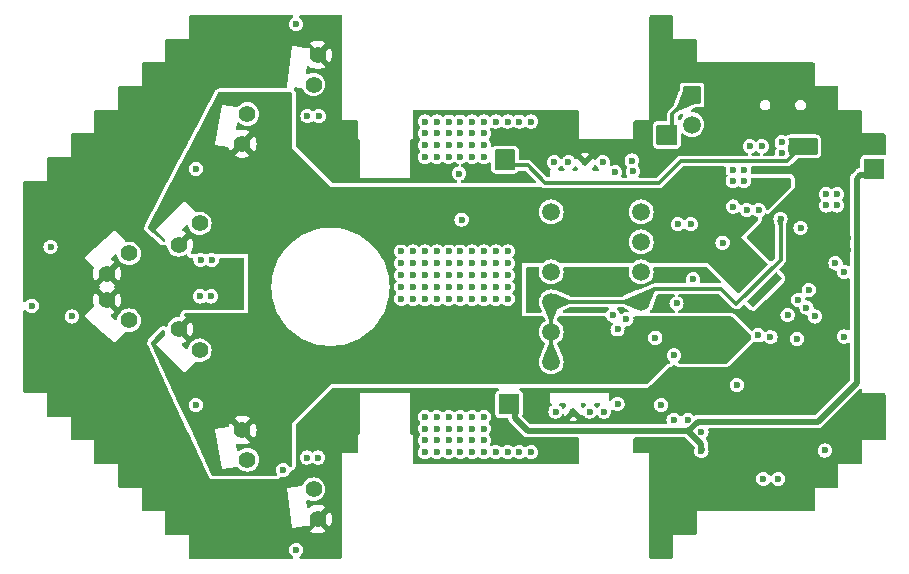
<source format=gbl>
G04 #@! TF.GenerationSoftware,KiCad,Pcbnew,7.0.5*
G04 #@! TF.CreationDate,2024-01-12T06:43:16+09:00*
G04 #@! TF.ProjectId,uglyBob,75676c79-426f-4622-9e6b-696361645f70,rev?*
G04 #@! TF.SameCoordinates,Original*
G04 #@! TF.FileFunction,Copper,L4,Bot*
G04 #@! TF.FilePolarity,Positive*
%FSLAX46Y46*%
G04 Gerber Fmt 4.6, Leading zero omitted, Abs format (unit mm)*
G04 Created by KiCad (PCBNEW 7.0.5) date 2024-01-12 06:43:16*
%MOMM*%
%LPD*%
G01*
G04 APERTURE LIST*
G04 Aperture macros list*
%AMRoundRect*
0 Rectangle with rounded corners*
0 $1 Rounding radius*
0 $2 $3 $4 $5 $6 $7 $8 $9 X,Y pos of 4 corners*
0 Add a 4 corners polygon primitive as box body*
4,1,4,$2,$3,$4,$5,$6,$7,$8,$9,$2,$3,0*
0 Add four circle primitives for the rounded corners*
1,1,$1+$1,$2,$3*
1,1,$1+$1,$4,$5*
1,1,$1+$1,$6,$7*
1,1,$1+$1,$8,$9*
0 Add four rect primitives between the rounded corners*
20,1,$1+$1,$2,$3,$4,$5,0*
20,1,$1+$1,$4,$5,$6,$7,0*
20,1,$1+$1,$6,$7,$8,$9,0*
20,1,$1+$1,$8,$9,$2,$3,0*%
G04 Aperture macros list end*
G04 #@! TA.AperFunction,ComponentPad*
%ADD10C,0.600000*%
G04 #@! TD*
G04 #@! TA.AperFunction,ComponentPad*
%ADD11RoundRect,0.037500X-0.712500X0.712500X-0.712500X-0.712500X0.712500X-0.712500X0.712500X0.712500X0*%
G04 #@! TD*
G04 #@! TA.AperFunction,ComponentPad*
%ADD12C,1.500000*%
G04 #@! TD*
G04 #@! TA.AperFunction,ComponentPad*
%ADD13C,1.400000*%
G04 #@! TD*
G04 #@! TA.AperFunction,ViaPad*
%ADD14C,0.600000*%
G04 #@! TD*
G04 #@! TA.AperFunction,Conductor*
%ADD15C,0.500000*%
G04 #@! TD*
G04 #@! TA.AperFunction,Conductor*
%ADD16C,0.300000*%
G04 #@! TD*
G04 APERTURE END LIST*
D10*
X104950000Y-89450000D03*
X106150000Y-89450000D03*
X107550000Y-89450000D03*
X109050000Y-89450000D03*
D11*
X116600000Y-83750000D03*
D12*
X116600000Y-86250000D03*
D13*
X78530148Y-112123649D03*
X78949288Y-114628827D03*
X78530148Y-87876351D03*
X78949288Y-85371173D03*
X73138532Y-103570056D03*
X74926740Y-105373916D03*
X73138532Y-96429944D03*
X74926740Y-94626084D03*
D10*
X126500000Y-88100000D03*
X125500000Y-88100000D03*
X122500000Y-88100000D03*
X121500000Y-88100000D03*
D12*
X112310000Y-101270000D03*
X112310000Y-98730000D03*
X112310000Y-96190000D03*
X112310000Y-93650000D03*
X104690000Y-93650000D03*
X104690000Y-98730000D03*
X104690000Y-101270000D03*
X104690000Y-103810000D03*
X104690000Y-106350000D03*
D13*
X84562532Y-117136564D03*
X84922342Y-119650950D03*
X84562532Y-82863436D03*
X84922342Y-80349050D03*
X68944963Y-102832197D03*
X67061305Y-101128251D03*
X68944963Y-97167803D03*
X67061305Y-98871749D03*
D10*
X109150000Y-110550000D03*
X107950000Y-110550000D03*
X106550000Y-110550000D03*
X105050000Y-110550000D03*
D14*
X102000000Y-86000000D03*
X100000000Y-86000000D03*
X101000000Y-86000000D03*
X103000000Y-86000000D03*
X116500000Y-90100000D03*
X116500000Y-91050000D03*
X117450000Y-90100000D03*
X118050000Y-97400000D03*
X115400000Y-97700000D03*
X116500000Y-97700000D03*
X117450000Y-91050000D03*
X99000000Y-97000000D03*
X93000000Y-98000000D03*
X100000000Y-101000000D03*
X95000000Y-97000000D03*
X92000000Y-97000000D03*
X74600000Y-90000000D03*
X95000000Y-99000000D03*
X98000000Y-101000000D03*
X97000000Y-100000000D03*
X121000000Y-90100000D03*
X92000000Y-99000000D03*
X95000000Y-100000000D03*
X100000000Y-99000000D03*
X120050000Y-90100000D03*
X99000000Y-98000000D03*
X96000000Y-100000000D03*
X98000000Y-98000000D03*
X95000000Y-101000000D03*
X100000000Y-98000000D03*
X97000000Y-101000000D03*
X95000000Y-98000000D03*
X97000000Y-99000000D03*
X92000000Y-101000000D03*
X115400000Y-94700000D03*
X93000000Y-100000000D03*
X96000000Y-97000000D03*
X101000000Y-100000000D03*
X121000000Y-91050000D03*
X82000000Y-115500000D03*
X94000000Y-97000000D03*
X99000000Y-101000000D03*
X98000000Y-100000000D03*
X99000000Y-99000000D03*
X93000000Y-101000000D03*
X101000000Y-99000000D03*
X101000000Y-98000000D03*
X97000000Y-97000000D03*
X94000000Y-98000000D03*
X100000000Y-100000000D03*
X116500000Y-94700000D03*
X97000000Y-98000000D03*
X96000000Y-99000000D03*
X100000000Y-97000000D03*
X101000000Y-97000000D03*
X92000000Y-100000000D03*
X96000000Y-101000000D03*
X92000000Y-98000000D03*
X93000000Y-99000000D03*
X93000000Y-97000000D03*
X96000000Y-98000000D03*
X94000000Y-100000000D03*
X99000000Y-100000000D03*
X98000000Y-97000000D03*
X120050000Y-91050000D03*
X94000000Y-99000000D03*
X74600000Y-110000000D03*
X98000000Y-99000000D03*
X101000000Y-101000000D03*
X94000000Y-101000000D03*
X119200000Y-96250000D03*
X101600000Y-109450000D03*
X101250000Y-89700000D03*
X100650000Y-110400000D03*
X131550000Y-89550000D03*
X101600000Y-110400000D03*
X131550000Y-90500000D03*
X114950000Y-87600000D03*
X114000000Y-87600000D03*
X100300000Y-89700000D03*
X100650000Y-109450000D03*
X114950000Y-86650000D03*
X132500000Y-90500000D03*
X101250000Y-88750000D03*
X132500000Y-89550000D03*
X100300000Y-88750000D03*
X114000000Y-86650000D03*
X117400000Y-113900000D03*
X94000000Y-88000000D03*
X96000000Y-86000000D03*
X101000000Y-114000000D03*
X123900000Y-116250000D03*
X95000000Y-112000000D03*
X99000000Y-88000000D03*
X98000000Y-86000000D03*
X95000000Y-86000000D03*
X95000000Y-114000000D03*
X97000000Y-88000000D03*
X96000000Y-88000000D03*
X127000000Y-102500000D03*
X98000000Y-111000000D03*
X96000000Y-114000000D03*
X64100000Y-102500000D03*
X127950000Y-93100000D03*
X97000000Y-114000000D03*
X99000000Y-89000000D03*
X103000000Y-114000000D03*
X98000000Y-114000000D03*
X94000000Y-89000000D03*
X75000000Y-97700000D03*
X127950000Y-92150000D03*
X96000000Y-89000000D03*
X94000000Y-112000000D03*
X74950000Y-100800000D03*
X128900000Y-92150000D03*
X98000000Y-87000000D03*
X97000000Y-86000000D03*
X75950000Y-97700000D03*
X98000000Y-113000000D03*
X97000000Y-113000000D03*
X99000000Y-114000000D03*
X99000000Y-87000000D03*
X124200000Y-87750000D03*
X94000000Y-111000000D03*
X125800000Y-95000000D03*
X94000000Y-86000000D03*
X84050000Y-85550000D03*
X114000000Y-110000000D03*
X96000000Y-112000000D03*
X95000000Y-87000000D03*
X97000000Y-89000000D03*
X94000000Y-114000000D03*
X99000000Y-112000000D03*
X83100000Y-77750000D03*
X117400000Y-112300000D03*
X84950000Y-114450000D03*
X96000000Y-87000000D03*
X94000000Y-87000000D03*
X95000000Y-113000000D03*
X124200000Y-88700000D03*
X127850000Y-113850000D03*
X97000000Y-87000000D03*
X120400000Y-108300000D03*
X122650000Y-116250000D03*
X97000000Y-111000000D03*
X98000000Y-89000000D03*
X62300000Y-96600000D03*
X128900000Y-93100000D03*
X75900000Y-100800000D03*
X100000000Y-114000000D03*
X94000000Y-113000000D03*
X102000000Y-114000000D03*
X95000000Y-111000000D03*
X98000000Y-88000000D03*
X95000000Y-89000000D03*
X96000000Y-111000000D03*
X60700000Y-101600000D03*
X84000000Y-114450000D03*
X96000000Y-113000000D03*
X97000000Y-112000000D03*
X99000000Y-111000000D03*
X85000000Y-85550000D03*
X95000000Y-88000000D03*
X129500000Y-104200000D03*
X98000000Y-112000000D03*
X116700000Y-99350000D03*
X99000000Y-113000000D03*
X99000000Y-86000000D03*
X83100000Y-122250000D03*
X129800000Y-96850000D03*
X128850000Y-95900000D03*
X121500000Y-109400000D03*
X128850000Y-96850000D03*
X116700000Y-100950000D03*
X60900000Y-102500000D03*
X86300000Y-122250000D03*
X125350000Y-109300000D03*
X128250000Y-107050000D03*
X60700000Y-98400000D03*
X62900000Y-100400000D03*
X119800000Y-110000000D03*
X63300000Y-96500000D03*
X128000000Y-102500000D03*
X128000000Y-101500000D03*
X129800000Y-95900000D03*
X86300000Y-77750000D03*
X124100000Y-94250000D03*
X115100000Y-105800000D03*
X113500000Y-104300000D03*
X97100000Y-94300000D03*
X96900000Y-90400000D03*
X109900000Y-102400000D03*
X124700000Y-102400000D03*
X126300000Y-101750000D03*
X111050000Y-102750000D03*
X128750000Y-98000000D03*
X126500000Y-100250000D03*
X115050000Y-111250000D03*
X122200000Y-104100000D03*
X116250000Y-111250000D03*
X123250000Y-104250000D03*
X111500000Y-89300000D03*
X122250000Y-93500000D03*
X111600000Y-90200000D03*
X121250000Y-93500000D03*
X120100000Y-93200000D03*
X110100000Y-90300000D03*
X110300000Y-109900000D03*
X125498500Y-104400000D03*
X110300000Y-103600000D03*
X125600000Y-101100000D03*
X115300000Y-101400000D03*
X129500000Y-98750000D03*
D15*
X125500000Y-88100000D02*
X126500000Y-88100000D01*
D16*
X124674264Y-89350000D02*
X115650000Y-89350000D01*
D15*
X130540000Y-90830000D02*
X130540000Y-108110000D01*
D16*
X104200000Y-91200000D02*
X102700000Y-89700000D01*
D15*
X117100000Y-111400000D02*
X116300000Y-112200000D01*
X101600000Y-111100000D02*
X102700000Y-112200000D01*
X130540000Y-108110000D02*
X127250000Y-111400000D01*
D16*
X113800000Y-91200000D02*
X104200000Y-91200000D01*
D15*
X131550000Y-90500000D02*
X130870000Y-90500000D01*
X117400000Y-113300000D02*
X117400000Y-113900000D01*
D16*
X114950000Y-85400000D02*
X114950000Y-86650000D01*
D15*
X127250000Y-111400000D02*
X117100000Y-111400000D01*
D16*
X115650000Y-89350000D02*
X113800000Y-91200000D01*
X102700000Y-89700000D02*
X101250000Y-89700000D01*
X125500000Y-88524264D02*
X124674264Y-89350000D01*
D15*
X102700000Y-112200000D02*
X116300000Y-112200000D01*
D16*
X116600000Y-83750000D02*
X114950000Y-85400000D01*
D15*
X130870000Y-90500000D02*
X130540000Y-90830000D01*
X101600000Y-110400000D02*
X101600000Y-111100000D01*
D16*
X125500000Y-88100000D02*
X125500000Y-88524264D01*
D15*
X116300000Y-112200000D02*
X117400000Y-113300000D01*
D16*
X120360000Y-101440000D02*
X119070000Y-100150000D01*
X104690000Y-106350000D02*
X104690000Y-101270000D01*
X119070000Y-100150000D02*
X113430000Y-100150000D01*
X124100000Y-94250000D02*
X124100000Y-97700000D01*
X113430000Y-100150000D02*
X112310000Y-101270000D01*
X124100000Y-97700000D02*
X120360000Y-101440000D01*
X104690000Y-101270000D02*
X112310000Y-101270000D01*
G04 #@! TA.AperFunction,Conductor*
G36*
X117850000Y-91450000D02*
G01*
X116100000Y-91450000D01*
X116100000Y-89800500D01*
X117850000Y-89800500D01*
X117850000Y-91450000D01*
G37*
G04 #@! TD.AperFunction*
G04 #@! TA.AperFunction,Conductor*
G36*
X115293039Y-86269685D02*
G01*
X115338794Y-86322489D01*
X115350000Y-86374000D01*
X115350000Y-87876000D01*
X115330315Y-87943039D01*
X115277511Y-87988794D01*
X115226000Y-88000000D01*
X113724000Y-88000000D01*
X113656961Y-87980315D01*
X113611206Y-87927511D01*
X113600000Y-87876000D01*
X113600000Y-86374000D01*
X113619685Y-86306961D01*
X113672489Y-86261206D01*
X113724000Y-86250000D01*
X115226000Y-86250000D01*
X115293039Y-86269685D01*
G37*
G04 #@! TD.AperFunction*
G04 #@! TA.AperFunction,Conductor*
G36*
X129989500Y-97250000D02*
G01*
X128450000Y-97250000D01*
X128450000Y-95500000D01*
X129989500Y-95500000D01*
X129989500Y-97250000D01*
G37*
G04 #@! TD.AperFunction*
G04 #@! TA.AperFunction,Conductor*
G36*
X132843039Y-89169685D02*
G01*
X132888794Y-89222489D01*
X132900000Y-89274000D01*
X132900000Y-90776000D01*
X132880315Y-90843039D01*
X132827511Y-90888794D01*
X132776000Y-90900000D01*
X131274000Y-90900000D01*
X131206961Y-90880315D01*
X131161206Y-90827511D01*
X131150000Y-90776000D01*
X131150000Y-89274000D01*
X131169685Y-89206961D01*
X131222489Y-89161206D01*
X131274000Y-89150000D01*
X132776000Y-89150000D01*
X132843039Y-89169685D01*
G37*
G04 #@! TD.AperFunction*
G04 #@! TA.AperFunction,Conductor*
G36*
X101593039Y-88369685D02*
G01*
X101638794Y-88422489D01*
X101650000Y-88474000D01*
X101650000Y-89976000D01*
X101630315Y-90043039D01*
X101577511Y-90088794D01*
X101526000Y-90100000D01*
X100024000Y-90100000D01*
X99956961Y-90080315D01*
X99911206Y-90027511D01*
X99900000Y-89976000D01*
X99900000Y-88474000D01*
X99919685Y-88406961D01*
X99972489Y-88361206D01*
X100024000Y-88350000D01*
X101526000Y-88350000D01*
X101593039Y-88369685D01*
G37*
G04 #@! TD.AperFunction*
G04 #@! TA.AperFunction,Conductor*
G36*
X101943039Y-109069685D02*
G01*
X101988794Y-109122489D01*
X102000000Y-109174000D01*
X102000000Y-110676000D01*
X101980315Y-110743039D01*
X101927511Y-110788794D01*
X101876000Y-110800000D01*
X100374000Y-110800000D01*
X100306961Y-110780315D01*
X100261206Y-110727511D01*
X100250000Y-110676000D01*
X100250000Y-109174000D01*
X100269685Y-109106961D01*
X100322489Y-109061206D01*
X100374000Y-109050000D01*
X101876000Y-109050000D01*
X101943039Y-109069685D01*
G37*
G04 #@! TD.AperFunction*
G04 #@! TA.AperFunction,Conductor*
G36*
X115860710Y-83443761D02*
G01*
X116596213Y-83747437D01*
X116602552Y-83753761D01*
X116602562Y-83753786D01*
X116906238Y-84489289D01*
X116906228Y-84498244D01*
X116899994Y-84504525D01*
X115443982Y-85122331D01*
X115435028Y-85122407D01*
X115431139Y-85119833D01*
X115230166Y-84918860D01*
X115226739Y-84910587D01*
X115227666Y-84906022D01*
X115845474Y-83450004D01*
X115851861Y-83443728D01*
X115860710Y-83443761D01*
G37*
G04 #@! TD.AperFunction*
G04 #@! TA.AperFunction,Conductor*
G36*
X105371812Y-101552400D02*
G01*
X105378135Y-101558739D01*
X105378124Y-101567694D01*
X105377999Y-101567983D01*
X104843097Y-102763080D01*
X104836589Y-102769231D01*
X104832418Y-102770000D01*
X104547582Y-102770000D01*
X104539309Y-102766573D01*
X104536903Y-102763080D01*
X104002000Y-101567983D01*
X104001748Y-101559032D01*
X104007899Y-101552524D01*
X104008126Y-101552425D01*
X104685510Y-101270865D01*
X104694462Y-101270855D01*
X105371812Y-101552400D01*
G37*
G04 #@! TD.AperFunction*
G04 #@! TA.AperFunction,Conductor*
G36*
X104840691Y-104853427D02*
G01*
X104843097Y-104856920D01*
X105377999Y-106052016D01*
X105378251Y-106060967D01*
X105372100Y-106067475D01*
X105371811Y-106067600D01*
X104694491Y-106349133D01*
X104685536Y-106349144D01*
X104685509Y-106349133D01*
X104008188Y-106067600D01*
X104001864Y-106061260D01*
X104001875Y-106052305D01*
X104002000Y-106052016D01*
X104536903Y-104856920D01*
X104543411Y-104850769D01*
X104547582Y-104850000D01*
X104832418Y-104850000D01*
X104840691Y-104853427D01*
G37*
G04 #@! TD.AperFunction*
G04 #@! TA.AperFunction,Conductor*
G36*
X104987694Y-100581875D02*
G01*
X104987983Y-100582000D01*
X105118813Y-100640557D01*
X106183079Y-101116902D01*
X106189230Y-101123410D01*
X106189999Y-101127581D01*
X106189999Y-101412418D01*
X106186572Y-101420691D01*
X106183079Y-101423097D01*
X104987983Y-101957999D01*
X104979032Y-101958251D01*
X104972524Y-101952100D01*
X104972414Y-101951847D01*
X104690865Y-101274489D01*
X104690855Y-101265536D01*
X104972400Y-100588186D01*
X104978739Y-100581864D01*
X104987694Y-100581875D01*
G37*
G04 #@! TD.AperFunction*
G04 #@! TA.AperFunction,Conductor*
G36*
X117647507Y-113303427D02*
G01*
X117650894Y-113310728D01*
X117698947Y-113887370D01*
X117696219Y-113895900D01*
X117688259Y-113900002D01*
X117687326Y-113900042D01*
X117400000Y-113900999D01*
X117112673Y-113900042D01*
X117104411Y-113896588D01*
X117101012Y-113888303D01*
X117101052Y-113887370D01*
X117149106Y-113310728D01*
X117153208Y-113302768D01*
X117160766Y-113300000D01*
X117639234Y-113300000D01*
X117647507Y-113303427D01*
G37*
G04 #@! TD.AperFunction*
G04 #@! TA.AperFunction,Conductor*
G36*
X113266461Y-100106228D02*
G01*
X113269954Y-100108634D01*
X113471365Y-100310045D01*
X113474792Y-100318318D01*
X113474023Y-100322489D01*
X113007195Y-101545783D01*
X113001044Y-101552291D01*
X112992093Y-101552543D01*
X112991800Y-101552427D01*
X112313788Y-101272562D01*
X112307448Y-101266238D01*
X112307437Y-101266211D01*
X112027572Y-100588199D01*
X112027583Y-100579244D01*
X112033923Y-100572920D01*
X112034156Y-100572827D01*
X113257513Y-100105976D01*
X113266461Y-100106228D01*
G37*
G04 #@! TD.AperFunction*
G04 #@! TA.AperFunction,Conductor*
G36*
X127193039Y-87419685D02*
G01*
X127238794Y-87472489D01*
X127250000Y-87524000D01*
X127250000Y-88676000D01*
X127230315Y-88743039D01*
X127177511Y-88788794D01*
X127126000Y-88800000D01*
X124927592Y-88800000D01*
X124860553Y-88780315D01*
X124814798Y-88727511D01*
X124804653Y-88692185D01*
X124785044Y-88543239D01*
X124785042Y-88543234D01*
X124759439Y-88481421D01*
X124750000Y-88433969D01*
X124750000Y-88016030D01*
X124759439Y-87968577D01*
X124785044Y-87906762D01*
X124805682Y-87750000D01*
X124785044Y-87593238D01*
X124776019Y-87571451D01*
X124768551Y-87501984D01*
X124799826Y-87439504D01*
X124859915Y-87403852D01*
X124890581Y-87400000D01*
X127126000Y-87400000D01*
X127193039Y-87419685D01*
G37*
G04 #@! TD.AperFunction*
G04 #@! TA.AperFunction,Conductor*
G36*
X82792084Y-77020185D02*
G01*
X82837839Y-77072989D01*
X82847783Y-77142147D01*
X82818758Y-77205703D01*
X82800532Y-77222876D01*
X82671718Y-77321718D01*
X82575463Y-77447160D01*
X82514956Y-77593237D01*
X82514955Y-77593239D01*
X82494318Y-77749998D01*
X82494318Y-77750001D01*
X82514955Y-77906760D01*
X82514956Y-77906762D01*
X82575464Y-78052841D01*
X82671718Y-78178282D01*
X82797159Y-78274536D01*
X82943238Y-78335044D01*
X83021619Y-78345363D01*
X83099999Y-78355682D01*
X83100000Y-78355682D01*
X83100001Y-78355682D01*
X83152253Y-78348802D01*
X83256762Y-78335044D01*
X83402841Y-78274536D01*
X83528282Y-78178282D01*
X83624536Y-78052841D01*
X83685044Y-77906762D01*
X83705682Y-77750000D01*
X83685044Y-77593238D01*
X83624536Y-77447159D01*
X83528282Y-77321718D01*
X83402841Y-77225464D01*
X83402840Y-77225463D01*
X83399468Y-77222876D01*
X83358266Y-77166448D01*
X83354111Y-77096702D01*
X83388324Y-77035781D01*
X83450041Y-77003029D01*
X83474955Y-77000500D01*
X86875500Y-77000500D01*
X86942539Y-77020185D01*
X86988294Y-77072989D01*
X86999500Y-77124500D01*
X86999500Y-85875467D01*
X86999416Y-85875889D01*
X86999459Y-85900001D01*
X86999544Y-85900206D01*
X86999616Y-85900382D01*
X86999618Y-85900384D01*
X86999808Y-85900462D01*
X87000000Y-85900541D01*
X87000002Y-85900539D01*
X87024616Y-85900524D01*
X87024616Y-85900528D01*
X87024760Y-85900500D01*
X88225500Y-85900500D01*
X88292539Y-85920185D01*
X88338294Y-85972989D01*
X88349500Y-86024500D01*
X88349500Y-87475467D01*
X88349416Y-87475889D01*
X88349459Y-87500001D01*
X88349544Y-87500206D01*
X88349616Y-87500382D01*
X88349618Y-87500384D01*
X88349808Y-87500462D01*
X88350000Y-87500541D01*
X88350002Y-87500539D01*
X88374616Y-87500524D01*
X88374616Y-87500528D01*
X88374760Y-87500500D01*
X88376000Y-87500500D01*
X88443039Y-87520185D01*
X88488794Y-87572989D01*
X88500000Y-87624499D01*
X88500000Y-90750000D01*
X92750000Y-90750000D01*
X92750000Y-87624500D01*
X92769685Y-87557461D01*
X92822489Y-87511706D01*
X92874000Y-87500500D01*
X92925240Y-87500500D01*
X92925383Y-87500528D01*
X92925384Y-87500524D01*
X92949997Y-87500539D01*
X92950000Y-87500541D01*
X92950383Y-87500383D01*
X92950500Y-87500099D01*
X92950541Y-87500000D01*
X92950540Y-87499997D01*
X92950583Y-87475889D01*
X92950500Y-87475467D01*
X92950500Y-85124500D01*
X92970185Y-85057461D01*
X93022989Y-85011706D01*
X93074500Y-85000500D01*
X106925500Y-85000500D01*
X106992539Y-85020185D01*
X107038294Y-85072989D01*
X107049500Y-85124500D01*
X107049500Y-87475467D01*
X107049416Y-87475889D01*
X107049459Y-87500001D01*
X107049544Y-87500206D01*
X107049616Y-87500382D01*
X107049618Y-87500384D01*
X107049808Y-87500462D01*
X107050000Y-87500541D01*
X107050002Y-87500539D01*
X107074616Y-87500524D01*
X107074616Y-87500528D01*
X107074760Y-87500500D01*
X111625240Y-87500500D01*
X111625383Y-87500528D01*
X111625384Y-87500524D01*
X111649997Y-87500539D01*
X111650000Y-87500541D01*
X111650383Y-87500383D01*
X111650500Y-87500099D01*
X111650541Y-87500000D01*
X111650540Y-87499997D01*
X111650583Y-87475889D01*
X111650500Y-87475467D01*
X111650500Y-86024500D01*
X111670185Y-85957461D01*
X111722989Y-85911706D01*
X111774500Y-85900500D01*
X112975240Y-85900500D01*
X112975383Y-85900528D01*
X112975384Y-85900524D01*
X112999997Y-85900539D01*
X113000000Y-85900541D01*
X113000383Y-85900383D01*
X113000500Y-85900099D01*
X113000499Y-85900099D01*
X113000541Y-85900000D01*
X113000540Y-85899998D01*
X113006892Y-85885028D01*
X113000521Y-85864747D01*
X113000499Y-85862417D01*
X113000500Y-77124500D01*
X113020185Y-77057461D01*
X113072989Y-77011706D01*
X113124500Y-77000500D01*
X114875500Y-77000500D01*
X114942539Y-77020185D01*
X114988294Y-77072989D01*
X114999500Y-77124500D01*
X114999500Y-78975467D01*
X114999416Y-78975889D01*
X114999459Y-79000001D01*
X114999544Y-79000206D01*
X114999616Y-79000382D01*
X114999618Y-79000384D01*
X114999808Y-79000462D01*
X115000000Y-79000541D01*
X115000002Y-79000539D01*
X115024616Y-79000524D01*
X115024616Y-79000528D01*
X115024760Y-79000500D01*
X116875500Y-79000500D01*
X116942539Y-79020185D01*
X116988294Y-79072989D01*
X116999500Y-79124500D01*
X116999500Y-80975467D01*
X116999416Y-80975889D01*
X116999459Y-81000001D01*
X116999544Y-81000206D01*
X116999616Y-81000382D01*
X116999618Y-81000384D01*
X116999808Y-81000462D01*
X117000000Y-81000541D01*
X117000002Y-81000539D01*
X117024616Y-81000524D01*
X117024616Y-81000528D01*
X117024760Y-81000500D01*
X126875500Y-81000500D01*
X126942539Y-81020185D01*
X126988294Y-81072989D01*
X126999500Y-81124500D01*
X126999500Y-82975467D01*
X126999416Y-82975889D01*
X126999459Y-83000001D01*
X126999544Y-83000206D01*
X126999616Y-83000382D01*
X126999618Y-83000384D01*
X126999808Y-83000462D01*
X127000000Y-83000541D01*
X127000002Y-83000539D01*
X127024616Y-83000524D01*
X127024616Y-83000528D01*
X127024760Y-83000500D01*
X128875500Y-83000500D01*
X128942539Y-83020185D01*
X128988294Y-83072989D01*
X128999500Y-83124500D01*
X128999500Y-84975467D01*
X128999416Y-84975889D01*
X128999459Y-85000001D01*
X128999544Y-85000206D01*
X128999616Y-85000382D01*
X128999618Y-85000384D01*
X128999808Y-85000462D01*
X129000000Y-85000541D01*
X129000002Y-85000539D01*
X129024616Y-85000524D01*
X129024616Y-85000528D01*
X129024760Y-85000500D01*
X130875500Y-85000500D01*
X130942539Y-85020185D01*
X130988294Y-85072989D01*
X130999500Y-85124500D01*
X130999500Y-86975467D01*
X130999416Y-86975889D01*
X130999459Y-87000001D01*
X130999544Y-87000206D01*
X130999616Y-87000382D01*
X130999618Y-87000384D01*
X130999808Y-87000462D01*
X131000000Y-87000541D01*
X131000002Y-87000539D01*
X131024616Y-87000524D01*
X131024616Y-87000528D01*
X131024760Y-87000500D01*
X132875500Y-87000500D01*
X132942539Y-87020185D01*
X132988294Y-87072989D01*
X132999500Y-87124500D01*
X132999500Y-88733531D01*
X132979815Y-88800570D01*
X132927011Y-88846325D01*
X132857853Y-88856269D01*
X132812105Y-88849691D01*
X132776000Y-88844500D01*
X131274000Y-88844500D01*
X131273991Y-88844500D01*
X131273990Y-88844501D01*
X131209064Y-88851481D01*
X131209052Y-88851483D01*
X131157546Y-88862688D01*
X131119345Y-88873644D01*
X131119341Y-88873646D01*
X131022431Y-88930323D01*
X131022428Y-88930325D01*
X130969623Y-88976081D01*
X130969612Y-88976091D01*
X130927451Y-89020807D01*
X130927445Y-89020816D01*
X130876560Y-89120890D01*
X130856877Y-89187921D01*
X130844499Y-89274002D01*
X130844499Y-89839706D01*
X130824814Y-89906746D01*
X130772010Y-89952500D01*
X130737387Y-89962551D01*
X130720078Y-89964930D01*
X130703616Y-89972081D01*
X130683575Y-89978820D01*
X130666150Y-89983066D01*
X130666145Y-89983068D01*
X130627567Y-90004758D01*
X130621881Y-90007582D01*
X130581279Y-90025220D01*
X130567357Y-90036546D01*
X130549883Y-90048438D01*
X130534246Y-90057230D01*
X130534239Y-90057235D01*
X130502939Y-90088535D01*
X130498225Y-90092789D01*
X130463891Y-90120722D01*
X130453541Y-90135385D01*
X130439920Y-90151554D01*
X130158133Y-90433341D01*
X130156611Y-90434811D01*
X130108957Y-90479317D01*
X130085956Y-90517139D01*
X130082384Y-90522388D01*
X130055639Y-90557658D01*
X130055636Y-90557663D01*
X130049055Y-90574352D01*
X130039653Y-90593283D01*
X130030327Y-90608619D01*
X130018385Y-90651237D01*
X130016362Y-90657255D01*
X130000122Y-90698440D01*
X129998288Y-90716284D01*
X129994342Y-90737048D01*
X129989501Y-90754328D01*
X129989500Y-90754337D01*
X129989500Y-90798594D01*
X129989175Y-90804939D01*
X129984648Y-90848970D01*
X129984648Y-90848975D01*
X129987697Y-90866656D01*
X129989500Y-90887724D01*
X129989500Y-95500000D01*
X128450000Y-95500000D01*
X128450000Y-97250000D01*
X129989500Y-97250000D01*
X129989500Y-98118457D01*
X129969815Y-98185496D01*
X129917011Y-98231251D01*
X129847853Y-98241195D01*
X129810478Y-98228260D01*
X129810349Y-98228574D01*
X129805088Y-98226394D01*
X129803505Y-98225847D01*
X129802843Y-98225465D01*
X129800600Y-98224536D01*
X129656762Y-98164956D01*
X129656760Y-98164955D01*
X129500001Y-98144318D01*
X129500000Y-98144318D01*
X129494015Y-98145106D01*
X129424980Y-98134338D01*
X129372725Y-98087956D01*
X129353842Y-98020687D01*
X129354894Y-98005982D01*
X129355682Y-98000000D01*
X129350529Y-97960862D01*
X129335044Y-97843239D01*
X129335044Y-97843238D01*
X129274536Y-97697159D01*
X129178282Y-97571718D01*
X129052841Y-97475464D01*
X129045813Y-97472553D01*
X128906762Y-97414956D01*
X128906760Y-97414955D01*
X128750001Y-97394318D01*
X128749999Y-97394318D01*
X128593239Y-97414955D01*
X128593237Y-97414956D01*
X128447160Y-97475463D01*
X128321718Y-97571718D01*
X128225463Y-97697160D01*
X128164956Y-97843237D01*
X128164955Y-97843239D01*
X128144318Y-97999998D01*
X128144318Y-98000001D01*
X128164955Y-98156760D01*
X128164956Y-98156762D01*
X128194701Y-98228574D01*
X128225464Y-98302841D01*
X128321718Y-98428282D01*
X128447159Y-98524536D01*
X128593238Y-98585044D01*
X128750000Y-98605682D01*
X128755975Y-98604895D01*
X128825010Y-98615657D01*
X128877268Y-98662034D01*
X128896157Y-98729302D01*
X128895106Y-98744015D01*
X128894318Y-98750001D01*
X128914955Y-98906760D01*
X128914956Y-98906762D01*
X128942398Y-98973014D01*
X128975464Y-99052841D01*
X129071718Y-99178282D01*
X129197159Y-99274536D01*
X129343238Y-99335044D01*
X129421619Y-99345363D01*
X129499999Y-99355682D01*
X129500000Y-99355682D01*
X129500001Y-99355682D01*
X129552254Y-99348802D01*
X129656762Y-99335044D01*
X129802841Y-99274536D01*
X129802848Y-99274530D01*
X129803494Y-99274158D01*
X129804120Y-99274006D01*
X129810349Y-99271426D01*
X129810751Y-99272397D01*
X129871393Y-99257682D01*
X129937422Y-99280531D01*
X129980615Y-99335450D01*
X129989500Y-99381542D01*
X129989500Y-103568457D01*
X129969815Y-103635496D01*
X129917011Y-103681251D01*
X129847853Y-103691195D01*
X129810478Y-103678260D01*
X129810349Y-103678574D01*
X129805088Y-103676394D01*
X129803505Y-103675847D01*
X129802843Y-103675465D01*
X129802838Y-103675463D01*
X129656762Y-103614956D01*
X129656760Y-103614955D01*
X129500001Y-103594318D01*
X129499999Y-103594318D01*
X129343239Y-103614955D01*
X129343237Y-103614956D01*
X129197160Y-103675463D01*
X129071718Y-103771718D01*
X128975463Y-103897160D01*
X128914956Y-104043237D01*
X128914955Y-104043239D01*
X128894318Y-104199998D01*
X128894318Y-104200001D01*
X128914955Y-104356760D01*
X128914956Y-104356762D01*
X128975464Y-104502841D01*
X129071718Y-104628282D01*
X129197159Y-104724536D01*
X129343238Y-104785044D01*
X129421619Y-104795363D01*
X129499999Y-104805682D01*
X129500000Y-104805682D01*
X129500001Y-104805682D01*
X129552254Y-104798802D01*
X129656762Y-104785044D01*
X129802841Y-104724536D01*
X129802848Y-104724530D01*
X129803494Y-104724158D01*
X129804120Y-104724006D01*
X129810349Y-104721426D01*
X129810751Y-104722397D01*
X129871393Y-104707682D01*
X129937422Y-104730531D01*
X129980615Y-104785450D01*
X129989500Y-104831542D01*
X129989500Y-107830613D01*
X129969815Y-107897652D01*
X129953181Y-107918294D01*
X127058294Y-110813181D01*
X126996971Y-110846666D01*
X126970613Y-110849500D01*
X117110464Y-110849500D01*
X117108348Y-110849464D01*
X117067775Y-110848078D01*
X117043174Y-110847238D01*
X117043173Y-110847238D01*
X117043171Y-110847238D01*
X117000170Y-110857717D01*
X116993930Y-110858902D01*
X116950079Y-110864930D01*
X116933616Y-110872081D01*
X116913575Y-110878820D01*
X116896150Y-110883066D01*
X116896143Y-110883069D01*
X116870538Y-110897466D01*
X116802455Y-110913163D01*
X116736692Y-110889560D01*
X116711391Y-110864866D01*
X116693459Y-110841497D01*
X116678282Y-110821718D01*
X116552841Y-110725464D01*
X116507690Y-110706762D01*
X116406762Y-110664956D01*
X116406760Y-110664955D01*
X116250001Y-110644318D01*
X116249999Y-110644318D01*
X116093239Y-110664955D01*
X116093237Y-110664956D01*
X115947160Y-110725463D01*
X115888559Y-110770429D01*
X115821718Y-110821718D01*
X115751593Y-110913108D01*
X115748376Y-110917300D01*
X115691948Y-110958502D01*
X115622202Y-110962657D01*
X115561281Y-110928444D01*
X115551624Y-110917300D01*
X115548450Y-110913163D01*
X115478282Y-110821718D01*
X115352841Y-110725464D01*
X115307690Y-110706762D01*
X115206762Y-110664956D01*
X115206760Y-110664955D01*
X115050001Y-110644318D01*
X115049999Y-110644318D01*
X114893239Y-110664955D01*
X114893237Y-110664956D01*
X114747160Y-110725463D01*
X114621718Y-110821718D01*
X114525463Y-110947160D01*
X114464956Y-111093237D01*
X114464955Y-111093239D01*
X114444318Y-111249998D01*
X114444318Y-111250001D01*
X114464955Y-111406760D01*
X114464957Y-111406765D01*
X114494483Y-111478048D01*
X114501952Y-111547517D01*
X114470676Y-111609996D01*
X114410587Y-111645648D01*
X114379922Y-111649500D01*
X102979387Y-111649500D01*
X102912348Y-111629815D01*
X102891706Y-111613181D01*
X102545185Y-111266660D01*
X106186891Y-111266660D01*
X106200697Y-111275335D01*
X106200701Y-111275337D01*
X106370858Y-111334877D01*
X106370861Y-111334878D01*
X106549997Y-111355062D01*
X106550003Y-111355062D01*
X106729138Y-111334878D01*
X106899307Y-111275333D01*
X106913107Y-111266661D01*
X106913107Y-111266660D01*
X106550001Y-110903552D01*
X106550000Y-110903552D01*
X106186891Y-111266660D01*
X102545185Y-111266660D01*
X102281198Y-111002673D01*
X102247713Y-110941350D01*
X102252697Y-110871658D01*
X102258341Y-110858802D01*
X102273439Y-110829111D01*
X102293124Y-110762072D01*
X102305500Y-110676000D01*
X102305500Y-110550001D01*
X104444318Y-110550001D01*
X104464955Y-110706760D01*
X104464956Y-110706762D01*
X104525464Y-110852841D01*
X104621718Y-110978282D01*
X104747159Y-111074536D01*
X104893238Y-111135044D01*
X104971618Y-111145362D01*
X105049999Y-111155682D01*
X105050000Y-111155682D01*
X105050001Y-111155682D01*
X105102253Y-111148802D01*
X105206762Y-111135044D01*
X105352841Y-111074536D01*
X105478282Y-110978282D01*
X105574536Y-110852841D01*
X105576995Y-110846903D01*
X105620832Y-110792498D01*
X105687124Y-110770429D01*
X105754825Y-110787704D01*
X105802438Y-110838838D01*
X105808599Y-110853394D01*
X105824661Y-110899295D01*
X105824667Y-110899308D01*
X105833338Y-110913108D01*
X106196447Y-110550000D01*
X106394709Y-110550000D01*
X106415514Y-110627645D01*
X106472355Y-110684486D01*
X106530254Y-110700000D01*
X106569746Y-110700000D01*
X106627645Y-110684486D01*
X106684486Y-110627646D01*
X106705291Y-110550000D01*
X106684486Y-110472355D01*
X106627645Y-110415514D01*
X106569746Y-110400000D01*
X106530254Y-110400000D01*
X106472355Y-110415514D01*
X106415514Y-110472354D01*
X106394709Y-110550000D01*
X106196447Y-110550000D01*
X106462319Y-110284128D01*
X106523642Y-110250643D01*
X106593334Y-110255627D01*
X106637681Y-110284128D01*
X107266660Y-110913107D01*
X107268978Y-110912846D01*
X107316466Y-110870844D01*
X107385520Y-110860197D01*
X107449368Y-110888574D01*
X107467499Y-110907622D01*
X107509728Y-110962657D01*
X107521718Y-110978282D01*
X107647159Y-111074536D01*
X107793238Y-111135044D01*
X107871618Y-111145362D01*
X107949999Y-111155682D01*
X107950000Y-111155682D01*
X107950001Y-111155682D01*
X108002254Y-111148802D01*
X108106762Y-111135044D01*
X108252841Y-111074536D01*
X108378282Y-110978282D01*
X108451626Y-110882697D01*
X108508050Y-110841497D01*
X108577796Y-110837342D01*
X108638717Y-110871554D01*
X108648373Y-110882696D01*
X108721718Y-110978282D01*
X108847159Y-111074536D01*
X108993238Y-111135044D01*
X109071618Y-111145362D01*
X109149999Y-111155682D01*
X109150000Y-111155682D01*
X109150001Y-111155682D01*
X109202253Y-111148802D01*
X109306762Y-111135044D01*
X109452841Y-111074536D01*
X109578282Y-110978282D01*
X109674536Y-110852841D01*
X109735044Y-110706762D01*
X109755682Y-110550000D01*
X109749247Y-110501123D01*
X109760012Y-110432090D01*
X109806392Y-110379834D01*
X109873660Y-110360948D01*
X109940461Y-110381428D01*
X109947673Y-110386564D01*
X109997157Y-110424535D01*
X109997158Y-110424535D01*
X109997159Y-110424536D01*
X110143238Y-110485044D01*
X110221618Y-110495362D01*
X110299999Y-110505682D01*
X110300000Y-110505682D01*
X110300001Y-110505682D01*
X110352254Y-110498802D01*
X110456762Y-110485044D01*
X110602841Y-110424536D01*
X110728282Y-110328282D01*
X110824536Y-110202841D01*
X110885044Y-110056762D01*
X110892517Y-110000000D01*
X113394318Y-110000000D01*
X113414955Y-110156760D01*
X113414956Y-110156762D01*
X113475464Y-110302841D01*
X113571718Y-110428282D01*
X113697159Y-110524536D01*
X113843238Y-110585044D01*
X113904878Y-110593159D01*
X113999999Y-110605682D01*
X114000000Y-110605682D01*
X114000001Y-110605682D01*
X114052253Y-110598802D01*
X114156762Y-110585044D01*
X114302841Y-110524536D01*
X114428282Y-110428282D01*
X114524536Y-110302841D01*
X114585044Y-110156762D01*
X114605682Y-110000000D01*
X114601068Y-109964956D01*
X114585985Y-109850383D01*
X114585044Y-109843238D01*
X114524536Y-109697159D01*
X114428282Y-109571718D01*
X114302841Y-109475464D01*
X114293802Y-109471720D01*
X114156762Y-109414956D01*
X114156760Y-109414955D01*
X114000001Y-109394318D01*
X113999999Y-109394318D01*
X113843239Y-109414955D01*
X113843237Y-109414956D01*
X113697160Y-109475463D01*
X113571718Y-109571718D01*
X113475463Y-109697160D01*
X113414956Y-109843237D01*
X113414955Y-109843239D01*
X113394318Y-109999998D01*
X113394318Y-110000000D01*
X110892517Y-110000000D01*
X110899847Y-109944318D01*
X110905682Y-109900001D01*
X110905682Y-109899998D01*
X110885044Y-109743239D01*
X110885044Y-109743238D01*
X110824536Y-109597159D01*
X110728282Y-109471718D01*
X110602841Y-109375464D01*
X110456762Y-109314956D01*
X110456760Y-109314955D01*
X110300001Y-109294318D01*
X110299999Y-109294318D01*
X110143239Y-109314955D01*
X110143237Y-109314956D01*
X109997160Y-109375463D01*
X109871715Y-109471720D01*
X109772874Y-109600532D01*
X109716446Y-109641735D01*
X109646700Y-109645889D01*
X109585780Y-109611676D01*
X109553028Y-109549958D01*
X109550500Y-109525054D01*
X109550500Y-109024759D01*
X109550528Y-109024616D01*
X109550524Y-109024616D01*
X109550539Y-109000002D01*
X109550541Y-109000000D01*
X109550462Y-108999808D01*
X109550384Y-108999618D01*
X109550383Y-108999617D01*
X109550381Y-108999616D01*
X109550090Y-108999496D01*
X109550001Y-108999459D01*
X109525446Y-108999459D01*
X109525240Y-108999500D01*
X104574760Y-108999500D01*
X104574554Y-108999459D01*
X104549998Y-108999459D01*
X104549909Y-108999496D01*
X104549619Y-108999615D01*
X104549615Y-108999618D01*
X104549459Y-108999999D01*
X104549476Y-109024616D01*
X104549471Y-109024616D01*
X104549500Y-109024759D01*
X104549500Y-109825467D01*
X104549416Y-109825889D01*
X104549459Y-109850001D01*
X104549544Y-109850206D01*
X104549616Y-109850382D01*
X104549618Y-109850384D01*
X104549808Y-109850462D01*
X104550000Y-109850541D01*
X104550002Y-109850539D01*
X104574616Y-109850524D01*
X104574616Y-109850528D01*
X104574760Y-109850500D01*
X104609884Y-109850500D01*
X104676923Y-109870185D01*
X104722678Y-109922989D01*
X104732622Y-109992147D01*
X104703597Y-110055703D01*
X104685374Y-110072873D01*
X104621717Y-110121718D01*
X104621718Y-110121718D01*
X104525463Y-110247160D01*
X104464956Y-110393237D01*
X104464955Y-110393239D01*
X104444318Y-110549998D01*
X104444318Y-110550001D01*
X102305500Y-110550001D01*
X102305500Y-109174000D01*
X102298518Y-109109059D01*
X102287312Y-109057548D01*
X102276354Y-109019342D01*
X102219675Y-108922429D01*
X102173920Y-108869625D01*
X102173918Y-108869623D01*
X102173908Y-108869612D01*
X102129192Y-108827451D01*
X102129189Y-108827449D01*
X102129187Y-108827447D01*
X102055603Y-108790031D01*
X102004767Y-108742100D01*
X101987915Y-108674293D01*
X102010398Y-108608139D01*
X102065076Y-108564642D01*
X102111806Y-108555500D01*
X112706821Y-108555500D01*
X112707841Y-108555445D01*
X112723162Y-108554624D01*
X112757655Y-108550915D01*
X112764660Y-108550080D01*
X112871407Y-108515297D01*
X112932730Y-108481812D01*
X112966193Y-108456762D01*
X113002329Y-108429710D01*
X113002340Y-108429702D01*
X113132041Y-108300001D01*
X119794318Y-108300001D01*
X119814955Y-108456760D01*
X119814956Y-108456762D01*
X119870898Y-108591819D01*
X119875464Y-108602841D01*
X119971718Y-108728282D01*
X120097159Y-108824536D01*
X120243238Y-108885044D01*
X120321619Y-108895362D01*
X120399999Y-108905682D01*
X120400000Y-108905682D01*
X120400001Y-108905682D01*
X120452253Y-108898802D01*
X120556762Y-108885044D01*
X120702841Y-108824536D01*
X120828282Y-108728282D01*
X120924536Y-108602841D01*
X120985044Y-108456762D01*
X121005682Y-108300000D01*
X120985044Y-108143238D01*
X120924536Y-107997159D01*
X120828282Y-107871718D01*
X120702841Y-107775464D01*
X120556762Y-107714956D01*
X120556760Y-107714955D01*
X120400001Y-107694318D01*
X120399999Y-107694318D01*
X120243239Y-107714955D01*
X120243237Y-107714956D01*
X120097160Y-107775463D01*
X119971718Y-107871718D01*
X119875463Y-107997160D01*
X119814956Y-108143237D01*
X119814955Y-108143239D01*
X119794318Y-108299998D01*
X119794318Y-108300001D01*
X113132041Y-108300001D01*
X114590570Y-106841470D01*
X114651891Y-106807987D01*
X114671974Y-106805312D01*
X114683700Y-106804719D01*
X114716303Y-106801409D01*
X114721505Y-106800836D01*
X114828659Y-106767326D01*
X114890377Y-106734573D01*
X114890378Y-106734572D01*
X114890384Y-106734569D01*
X114916004Y-106717462D01*
X114941512Y-106700431D01*
X115003958Y-106625762D01*
X115062067Y-106586965D01*
X115131926Y-106585743D01*
X115191356Y-106622483D01*
X115192791Y-106624111D01*
X115241537Y-106680367D01*
X115241555Y-106680387D01*
X115286271Y-106722548D01*
X115286273Y-106722549D01*
X115286277Y-106722553D01*
X115386353Y-106773439D01*
X115453392Y-106793124D01*
X115539464Y-106805500D01*
X115539467Y-106805500D01*
X119456821Y-106805500D01*
X119457841Y-106805445D01*
X119473162Y-106804624D01*
X119507655Y-106800915D01*
X119514660Y-106800080D01*
X119621407Y-106765297D01*
X119682730Y-106731812D01*
X119695099Y-106722553D01*
X119751441Y-106680375D01*
X119752340Y-106679702D01*
X121775178Y-104656861D01*
X121836499Y-104623378D01*
X121906190Y-104628362D01*
X121910294Y-104629976D01*
X122043238Y-104685044D01*
X122118862Y-104695000D01*
X122199999Y-104705682D01*
X122200000Y-104705682D01*
X122200001Y-104705682D01*
X122281138Y-104695000D01*
X122356762Y-104685044D01*
X122502841Y-104624536D01*
X122579213Y-104565933D01*
X122644381Y-104540739D01*
X122712826Y-104554777D01*
X122753071Y-104588820D01*
X122792378Y-104640045D01*
X122813092Y-104667041D01*
X122821718Y-104678282D01*
X122947159Y-104774536D01*
X123093238Y-104835044D01*
X123170320Y-104845192D01*
X123249999Y-104855682D01*
X123250000Y-104855682D01*
X123250001Y-104855682D01*
X123302254Y-104848802D01*
X123406762Y-104835044D01*
X123552841Y-104774536D01*
X123678282Y-104678282D01*
X123774536Y-104552841D01*
X123835044Y-104406762D01*
X123835934Y-104400001D01*
X124892818Y-104400001D01*
X124913455Y-104556760D01*
X124913456Y-104556762D01*
X124968253Y-104689055D01*
X124973964Y-104702841D01*
X125070218Y-104828282D01*
X125195659Y-104924536D01*
X125341738Y-104985044D01*
X125420119Y-104995362D01*
X125498499Y-105005682D01*
X125498500Y-105005682D01*
X125498501Y-105005682D01*
X125550754Y-104998802D01*
X125655262Y-104985044D01*
X125801341Y-104924536D01*
X125926782Y-104828282D01*
X126023036Y-104702841D01*
X126083544Y-104556762D01*
X126104182Y-104400000D01*
X126098489Y-104356760D01*
X126083544Y-104243239D01*
X126083544Y-104243238D01*
X126023036Y-104097159D01*
X125926782Y-103971718D01*
X125801341Y-103875464D01*
X125743484Y-103851499D01*
X125655262Y-103814956D01*
X125655260Y-103814955D01*
X125498501Y-103794318D01*
X125498499Y-103794318D01*
X125341739Y-103814955D01*
X125341737Y-103814956D01*
X125195660Y-103875463D01*
X125070218Y-103971718D01*
X124973963Y-104097160D01*
X124913456Y-104243237D01*
X124913455Y-104243239D01*
X124892818Y-104399998D01*
X124892818Y-104400001D01*
X123835934Y-104400001D01*
X123855682Y-104250000D01*
X123849099Y-104200000D01*
X123835044Y-104093239D01*
X123835044Y-104093238D01*
X123774536Y-103947159D01*
X123678282Y-103821718D01*
X123552841Y-103725464D01*
X123494989Y-103701501D01*
X123406762Y-103664956D01*
X123406760Y-103664955D01*
X123250001Y-103644318D01*
X123249999Y-103644318D01*
X123093239Y-103664955D01*
X123093237Y-103664956D01*
X122947157Y-103725464D01*
X122870787Y-103784065D01*
X122805617Y-103809259D01*
X122737173Y-103795220D01*
X122696925Y-103761176D01*
X122628282Y-103671718D01*
X122502841Y-103575464D01*
X122356762Y-103514956D01*
X122356760Y-103514955D01*
X122200001Y-103494318D01*
X122199999Y-103494318D01*
X122043239Y-103514955D01*
X122043237Y-103514956D01*
X121897160Y-103575463D01*
X121897158Y-103575464D01*
X121897159Y-103575464D01*
X121771718Y-103671718D01*
X121771716Y-103671720D01*
X121765271Y-103676666D01*
X121763590Y-103674475D01*
X121714097Y-103701501D01*
X121644405Y-103696517D01*
X121600058Y-103668016D01*
X120332043Y-102400001D01*
X124094318Y-102400001D01*
X124114955Y-102556760D01*
X124114956Y-102556762D01*
X124156376Y-102656760D01*
X124175464Y-102702841D01*
X124271718Y-102828282D01*
X124397159Y-102924536D01*
X124543238Y-102985044D01*
X124613681Y-102994318D01*
X124699999Y-103005682D01*
X124700000Y-103005682D01*
X124700001Y-103005682D01*
X124752254Y-102998802D01*
X124856762Y-102985044D01*
X125002841Y-102924536D01*
X125128282Y-102828282D01*
X125224536Y-102702841D01*
X125285044Y-102556762D01*
X125298802Y-102452254D01*
X125305682Y-102400001D01*
X125305682Y-102399998D01*
X125285212Y-102244513D01*
X125285044Y-102243238D01*
X125224536Y-102097159D01*
X125128282Y-101971718D01*
X125002841Y-101875464D01*
X124989705Y-101870023D01*
X124856762Y-101814956D01*
X124856760Y-101814955D01*
X124700001Y-101794318D01*
X124699999Y-101794318D01*
X124543239Y-101814955D01*
X124543237Y-101814956D01*
X124397160Y-101875463D01*
X124271718Y-101971718D01*
X124175463Y-102097160D01*
X124114956Y-102243237D01*
X124114955Y-102243239D01*
X124094318Y-102399998D01*
X124094318Y-102400001D01*
X120332043Y-102400001D01*
X120246567Y-102314525D01*
X120246554Y-102314512D01*
X120244415Y-102312591D01*
X120234387Y-102303583D01*
X120234384Y-102303581D01*
X120234379Y-102303576D01*
X120207366Y-102281808D01*
X120207363Y-102281806D01*
X120207325Y-102281775D01*
X120201827Y-102277448D01*
X120201825Y-102277447D01*
X120101747Y-102226560D01*
X120034716Y-102206877D01*
X120034710Y-102206876D01*
X119948638Y-102194500D01*
X119948635Y-102194500D01*
X115574480Y-102194500D01*
X115507441Y-102174815D01*
X115461686Y-102122011D01*
X115451742Y-102052853D01*
X115480767Y-101989297D01*
X115527026Y-101955939D01*
X115602841Y-101924536D01*
X115728282Y-101828282D01*
X115824536Y-101702841D01*
X115885044Y-101556762D01*
X115905682Y-101400000D01*
X115903352Y-101382305D01*
X115885044Y-101243239D01*
X115885044Y-101243238D01*
X115824536Y-101097159D01*
X115728282Y-100971718D01*
X115602841Y-100875464D01*
X115514955Y-100839060D01*
X115460553Y-100795220D01*
X115438488Y-100728926D01*
X115455767Y-100661227D01*
X115506904Y-100613616D01*
X115562409Y-100600500D01*
X118832034Y-100600500D01*
X118899073Y-100620185D01*
X118919715Y-100636819D01*
X119995677Y-101712781D01*
X120012987Y-101734486D01*
X120014677Y-101737175D01*
X120044310Y-101762676D01*
X120051605Y-101768954D01*
X120055007Y-101772111D01*
X120065321Y-101782425D01*
X120066858Y-101783559D01*
X120077057Y-101791086D01*
X120080684Y-101793979D01*
X120117610Y-101825757D01*
X120120520Y-101827027D01*
X120144566Y-101840910D01*
X120146408Y-101842269D01*
X120147117Y-101842792D01*
X120193110Y-101858885D01*
X120197402Y-101860570D01*
X120242084Y-101880065D01*
X120245239Y-101880420D01*
X120272303Y-101886597D01*
X120275300Y-101887646D01*
X120324012Y-101889468D01*
X120328595Y-101889811D01*
X120377035Y-101895270D01*
X120380150Y-101894680D01*
X120407844Y-101892605D01*
X120411010Y-101892724D01*
X120458073Y-101880112D01*
X120462590Y-101879082D01*
X120485643Y-101874720D01*
X120510472Y-101870023D01*
X120513272Y-101868542D01*
X120539129Y-101858393D01*
X120542186Y-101857575D01*
X120583452Y-101831645D01*
X120587435Y-101829345D01*
X120630538Y-101806566D01*
X120632777Y-101804326D01*
X120654499Y-101787003D01*
X120657175Y-101785323D01*
X120688964Y-101748381D01*
X120692083Y-101745019D01*
X120914850Y-101522251D01*
X120976171Y-101488768D01*
X121045862Y-101493752D01*
X121090210Y-101522253D01*
X121446295Y-101878337D01*
X121446305Y-101878346D01*
X121456359Y-101886448D01*
X121497149Y-101919320D01*
X121541494Y-101947820D01*
X121576266Y-101967092D01*
X121684873Y-101995542D01*
X121754565Y-102000526D01*
X121816021Y-101998718D01*
X121922768Y-101963935D01*
X121929453Y-101960285D01*
X121958360Y-101944500D01*
X121984091Y-101930450D01*
X122053701Y-101878340D01*
X122832040Y-101100001D01*
X124994318Y-101100001D01*
X125014955Y-101256760D01*
X125014956Y-101256762D01*
X125074287Y-101400001D01*
X125075464Y-101402841D01*
X125171718Y-101528282D01*
X125297159Y-101624536D01*
X125443238Y-101685044D01*
X125595709Y-101705117D01*
X125659606Y-101733383D01*
X125698077Y-101791708D01*
X125702463Y-101811870D01*
X125708753Y-101859648D01*
X125714511Y-101903385D01*
X125714956Y-101906761D01*
X125714956Y-101906762D01*
X125769787Y-102039137D01*
X125775464Y-102052841D01*
X125871718Y-102178282D01*
X125997159Y-102274536D01*
X126143238Y-102335044D01*
X126205486Y-102343239D01*
X126288447Y-102354161D01*
X126352344Y-102382427D01*
X126390815Y-102440752D01*
X126395202Y-102493278D01*
X126394318Y-102499995D01*
X126394318Y-102500001D01*
X126414955Y-102656760D01*
X126414956Y-102656762D01*
X126453576Y-102750000D01*
X126475464Y-102802841D01*
X126571718Y-102928282D01*
X126697159Y-103024536D01*
X126843238Y-103085044D01*
X126897047Y-103092128D01*
X126999999Y-103105682D01*
X127000000Y-103105682D01*
X127000001Y-103105682D01*
X127052253Y-103098802D01*
X127156762Y-103085044D01*
X127302841Y-103024536D01*
X127428282Y-102928282D01*
X127524536Y-102802841D01*
X127585044Y-102656762D01*
X127603788Y-102514388D01*
X127605682Y-102500001D01*
X127605682Y-102499998D01*
X127585044Y-102343239D01*
X127585044Y-102343238D01*
X127524536Y-102197159D01*
X127428282Y-102071718D01*
X127302841Y-101975464D01*
X127293797Y-101971718D01*
X127255704Y-101955939D01*
X127156762Y-101914956D01*
X127134046Y-101911965D01*
X127011551Y-101895838D01*
X126947655Y-101867571D01*
X126909184Y-101809246D01*
X126904798Y-101756712D01*
X126904921Y-101755782D01*
X126905682Y-101750000D01*
X126905470Y-101748393D01*
X126885044Y-101593239D01*
X126885044Y-101593238D01*
X126824536Y-101447159D01*
X126728282Y-101321718D01*
X126602841Y-101225464D01*
X126456762Y-101164956D01*
X126431230Y-101161594D01*
X126304289Y-101144882D01*
X126240393Y-101116615D01*
X126201922Y-101058291D01*
X126197536Y-101038128D01*
X126196069Y-101026986D01*
X126188717Y-100971138D01*
X126199483Y-100902105D01*
X126245863Y-100849849D01*
X126313132Y-100830964D01*
X126335177Y-100834000D01*
X126335180Y-100833983D01*
X126343237Y-100835043D01*
X126343238Y-100835044D01*
X126415147Y-100844511D01*
X126499999Y-100855682D01*
X126500000Y-100855682D01*
X126500001Y-100855682D01*
X126552254Y-100848802D01*
X126656762Y-100835044D01*
X126802841Y-100774536D01*
X126928282Y-100678282D01*
X127024536Y-100552841D01*
X127085044Y-100406762D01*
X127105682Y-100250000D01*
X127101068Y-100214956D01*
X127085044Y-100093239D01*
X127085044Y-100093238D01*
X127024536Y-99947159D01*
X126928282Y-99821718D01*
X126802841Y-99725464D01*
X126789594Y-99719977D01*
X126656762Y-99664956D01*
X126656760Y-99664955D01*
X126500001Y-99644318D01*
X126499999Y-99644318D01*
X126343239Y-99664955D01*
X126343237Y-99664956D01*
X126197160Y-99725463D01*
X126071718Y-99821718D01*
X125975463Y-99947160D01*
X125914956Y-100093237D01*
X125914955Y-100093239D01*
X125894318Y-100249998D01*
X125894317Y-100250001D01*
X125911282Y-100378859D01*
X125900516Y-100447894D01*
X125854136Y-100500150D01*
X125786867Y-100519035D01*
X125764822Y-100515999D01*
X125764820Y-100516017D01*
X125756762Y-100514956D01*
X125644299Y-100500150D01*
X125600001Y-100494318D01*
X125599999Y-100494318D01*
X125443239Y-100514955D01*
X125443237Y-100514956D01*
X125297160Y-100575463D01*
X125171718Y-100671718D01*
X125075463Y-100797160D01*
X125014956Y-100943237D01*
X125014955Y-100943239D01*
X124994318Y-101099998D01*
X124994318Y-101100001D01*
X122832040Y-101100001D01*
X124378339Y-99553702D01*
X124419319Y-99502851D01*
X124447820Y-99458504D01*
X124467091Y-99423733D01*
X124495541Y-99315126D01*
X124500525Y-99245434D01*
X124498717Y-99183978D01*
X124471122Y-99099290D01*
X124463936Y-99077236D01*
X124463932Y-99077226D01*
X124430447Y-99015904D01*
X124378347Y-98946308D01*
X124378342Y-98946303D01*
X124378339Y-98946298D01*
X124378334Y-98946293D01*
X124378329Y-98946287D01*
X124022253Y-98590210D01*
X123988768Y-98528887D01*
X123993752Y-98459195D01*
X124022251Y-98414850D01*
X124398205Y-98038896D01*
X124403373Y-98034277D01*
X124433970Y-98009879D01*
X124466865Y-97961629D01*
X124468131Y-97959845D01*
X124502793Y-97912882D01*
X124502793Y-97912879D01*
X124502795Y-97912878D01*
X124506787Y-97905324D01*
X124510471Y-97897675D01*
X124510472Y-97897673D01*
X124527673Y-97841902D01*
X124528382Y-97839749D01*
X124547646Y-97784699D01*
X124547646Y-97784696D01*
X124549228Y-97776336D01*
X124550500Y-97767899D01*
X124550500Y-97709594D01*
X124550542Y-97707308D01*
X124552725Y-97648990D01*
X124551685Y-97639758D01*
X124552513Y-97639664D01*
X124550500Y-97624361D01*
X124550500Y-95000001D01*
X125194318Y-95000001D01*
X125214955Y-95156760D01*
X125214956Y-95156762D01*
X125239175Y-95215233D01*
X125275464Y-95302841D01*
X125371718Y-95428282D01*
X125497159Y-95524536D01*
X125643238Y-95585044D01*
X125711524Y-95594034D01*
X125799999Y-95605682D01*
X125800000Y-95605682D01*
X125800001Y-95605682D01*
X125852253Y-95598802D01*
X125956762Y-95585044D01*
X126102841Y-95524536D01*
X126228282Y-95428282D01*
X126324536Y-95302841D01*
X126385044Y-95156762D01*
X126405682Y-95000000D01*
X126405559Y-94999069D01*
X126385044Y-94843239D01*
X126385044Y-94843238D01*
X126324536Y-94697159D01*
X126228282Y-94571718D01*
X126102841Y-94475464D01*
X126077308Y-94464888D01*
X125956762Y-94414956D01*
X125956760Y-94414955D01*
X125800001Y-94394318D01*
X125799999Y-94394318D01*
X125643239Y-94414955D01*
X125643237Y-94414956D01*
X125497160Y-94475463D01*
X125371718Y-94571718D01*
X125275463Y-94697160D01*
X125214956Y-94843237D01*
X125214955Y-94843239D01*
X125194318Y-94999998D01*
X125194318Y-95000001D01*
X124550500Y-95000001D01*
X124550500Y-94924426D01*
X124554551Y-94892989D01*
X124573871Y-94819274D01*
X124670103Y-94452097D01*
X124670104Y-94452082D01*
X124670617Y-94449198D01*
X124678152Y-94423400D01*
X124679666Y-94419743D01*
X124685044Y-94406762D01*
X124705682Y-94250000D01*
X124704689Y-94242461D01*
X124685044Y-94093239D01*
X124685044Y-94093238D01*
X124624536Y-93947159D01*
X124528282Y-93821718D01*
X124402841Y-93725464D01*
X124256762Y-93664956D01*
X124256760Y-93664955D01*
X124100001Y-93644318D01*
X124099999Y-93644318D01*
X123943239Y-93664955D01*
X123943237Y-93664956D01*
X123797160Y-93725463D01*
X123671718Y-93821718D01*
X123575463Y-93947160D01*
X123514956Y-94093237D01*
X123514955Y-94093239D01*
X123494318Y-94249998D01*
X123494318Y-94250001D01*
X123514955Y-94406760D01*
X123514956Y-94406762D01*
X123521892Y-94423506D01*
X123529668Y-94450720D01*
X123529894Y-94452092D01*
X123645449Y-94892989D01*
X123649500Y-94924426D01*
X123649499Y-97462034D01*
X123629814Y-97529074D01*
X123613180Y-97549715D01*
X123385150Y-97777745D01*
X123323827Y-97811230D01*
X123254135Y-97806246D01*
X123209788Y-97777745D01*
X121269722Y-95837679D01*
X121236237Y-95776356D01*
X121241221Y-95706664D01*
X121269720Y-95662319D01*
X122415749Y-94516291D01*
X122463386Y-94454590D01*
X122495090Y-94400423D01*
X122517598Y-94353058D01*
X122536910Y-94242461D01*
X122536077Y-94172596D01*
X122529880Y-94117855D01*
X122541898Y-94049029D01*
X122577606Y-94005533D01*
X122678282Y-93928282D01*
X122757685Y-93824800D01*
X122814112Y-93783599D01*
X122883858Y-93779444D01*
X122887412Y-93780318D01*
X122897463Y-93782951D01*
X122967155Y-93787935D01*
X123028611Y-93786127D01*
X123135358Y-93751344D01*
X123196681Y-93717859D01*
X123212948Y-93705682D01*
X123240516Y-93685044D01*
X123266291Y-93665749D01*
X123832039Y-93100001D01*
X127344318Y-93100001D01*
X127364955Y-93256760D01*
X127364956Y-93256762D01*
X127425464Y-93402841D01*
X127521718Y-93528282D01*
X127647159Y-93624536D01*
X127793238Y-93685044D01*
X127871619Y-93695363D01*
X127949999Y-93705682D01*
X127950000Y-93705682D01*
X127950001Y-93705682D01*
X128002253Y-93698802D01*
X128106762Y-93685044D01*
X128252841Y-93624536D01*
X128349516Y-93550354D01*
X128414682Y-93525162D01*
X128483127Y-93539200D01*
X128500477Y-93550349D01*
X128597159Y-93624536D01*
X128743238Y-93685044D01*
X128821619Y-93695363D01*
X128899999Y-93705682D01*
X128900000Y-93705682D01*
X128900001Y-93705682D01*
X128952254Y-93698802D01*
X129056762Y-93685044D01*
X129202841Y-93624536D01*
X129328282Y-93528282D01*
X129424536Y-93402841D01*
X129485044Y-93256762D01*
X129505682Y-93100000D01*
X129485044Y-92943238D01*
X129424536Y-92797159D01*
X129424535Y-92797158D01*
X129424535Y-92797157D01*
X129350356Y-92700485D01*
X129325162Y-92635316D01*
X129339200Y-92566871D01*
X129350352Y-92549519D01*
X129424536Y-92452841D01*
X129485044Y-92306762D01*
X129505682Y-92150000D01*
X129485044Y-91993238D01*
X129424536Y-91847159D01*
X129328282Y-91721718D01*
X129202841Y-91625464D01*
X129056762Y-91564956D01*
X129056760Y-91564955D01*
X128900001Y-91544318D01*
X128899999Y-91544318D01*
X128743239Y-91564955D01*
X128743237Y-91564956D01*
X128597157Y-91625464D01*
X128500486Y-91699643D01*
X128435317Y-91724837D01*
X128366872Y-91710798D01*
X128349514Y-91699643D01*
X128252842Y-91625464D01*
X128106762Y-91564956D01*
X128106760Y-91564955D01*
X127950001Y-91544318D01*
X127949999Y-91544318D01*
X127793239Y-91564955D01*
X127793237Y-91564956D01*
X127647160Y-91625463D01*
X127521718Y-91721718D01*
X127425463Y-91847160D01*
X127364956Y-91993237D01*
X127364955Y-91993239D01*
X127344318Y-92149998D01*
X127344318Y-92150001D01*
X127364955Y-92306760D01*
X127364956Y-92306762D01*
X127425464Y-92452841D01*
X127499643Y-92549514D01*
X127524837Y-92614682D01*
X127510799Y-92683126D01*
X127499643Y-92700485D01*
X127425464Y-92797157D01*
X127364956Y-92943237D01*
X127364955Y-92943239D01*
X127344318Y-93099998D01*
X127344318Y-93100001D01*
X123832039Y-93100001D01*
X125185488Y-91746553D01*
X125196424Y-91734379D01*
X125218192Y-91707365D01*
X125222553Y-91701824D01*
X125273439Y-91601748D01*
X125293124Y-91534709D01*
X125305500Y-91448637D01*
X125305500Y-90874000D01*
X125298518Y-90809059D01*
X125287312Y-90757548D01*
X125276354Y-90719342D01*
X125219675Y-90622429D01*
X125173920Y-90569625D01*
X125173918Y-90569623D01*
X125173908Y-90569612D01*
X125129192Y-90527451D01*
X125129189Y-90527449D01*
X125129187Y-90527447D01*
X125029111Y-90476561D01*
X125029110Y-90476560D01*
X125029109Y-90476560D01*
X124962078Y-90456877D01*
X124962072Y-90456876D01*
X124876000Y-90444500D01*
X121707581Y-90444500D01*
X121707579Y-90444500D01*
X121703257Y-90444803D01*
X121703146Y-90443228D01*
X121640602Y-90434026D01*
X121587949Y-90388097D01*
X121568486Y-90320994D01*
X121577924Y-90273950D01*
X121585044Y-90256762D01*
X121605682Y-90100000D01*
X121586263Y-89952500D01*
X121584708Y-89940685D01*
X121595474Y-89871650D01*
X121641854Y-89819394D01*
X121707647Y-89800500D01*
X124645481Y-89800500D01*
X124652419Y-89800889D01*
X124684314Y-89804483D01*
X124691298Y-89805270D01*
X124691298Y-89805269D01*
X124691299Y-89805270D01*
X124748646Y-89794418D01*
X124750841Y-89794045D01*
X124808551Y-89785348D01*
X124808555Y-89785345D01*
X124816711Y-89782830D01*
X124824733Y-89780024D01*
X124824734Y-89780023D01*
X124824736Y-89780023D01*
X124876387Y-89752723D01*
X124878302Y-89751756D01*
X124930906Y-89726425D01*
X124930907Y-89726423D01*
X124930909Y-89726423D01*
X124937959Y-89721616D01*
X124944801Y-89716567D01*
X124949521Y-89711847D01*
X124986085Y-89675281D01*
X124987684Y-89673741D01*
X125030458Y-89634055D01*
X125030460Y-89634050D01*
X125036251Y-89626790D01*
X125036907Y-89627313D01*
X125046296Y-89615070D01*
X125519548Y-89141819D01*
X125580871Y-89108334D01*
X125607229Y-89105500D01*
X127125990Y-89105500D01*
X127126000Y-89105500D01*
X127190941Y-89098518D01*
X127242452Y-89087312D01*
X127280658Y-89076354D01*
X127377571Y-89019675D01*
X127430375Y-88973920D01*
X127430382Y-88973912D01*
X127430387Y-88973908D01*
X127472548Y-88929192D01*
X127472553Y-88929187D01*
X127523439Y-88829111D01*
X127543124Y-88762072D01*
X127555500Y-88676000D01*
X127555500Y-87524000D01*
X127548518Y-87459059D01*
X127537312Y-87407548D01*
X127526354Y-87369342D01*
X127469675Y-87272429D01*
X127423920Y-87219625D01*
X127423918Y-87219623D01*
X127423908Y-87219612D01*
X127379192Y-87177451D01*
X127379189Y-87177449D01*
X127379187Y-87177447D01*
X127279111Y-87126561D01*
X127279110Y-87126560D01*
X127279109Y-87126560D01*
X127212078Y-87106877D01*
X127212072Y-87106876D01*
X127126000Y-87094500D01*
X124881034Y-87094500D01*
X124861979Y-87095691D01*
X124861965Y-87095693D01*
X124821834Y-87100734D01*
X124809462Y-87102546D01*
X124809462Y-87102547D01*
X124704030Y-87141116D01*
X124643943Y-87176767D01*
X124643929Y-87176776D01*
X124607395Y-87203768D01*
X124541778Y-87227771D01*
X124486260Y-87218595D01*
X124356765Y-87164957D01*
X124356760Y-87164955D01*
X124200001Y-87144318D01*
X124199999Y-87144318D01*
X124043239Y-87164955D01*
X124043237Y-87164956D01*
X123897160Y-87225463D01*
X123771718Y-87321718D01*
X123675463Y-87447160D01*
X123614956Y-87593237D01*
X123614955Y-87593239D01*
X123594318Y-87749998D01*
X123594318Y-87750001D01*
X123614955Y-87906760D01*
X123614956Y-87906762D01*
X123674900Y-88051481D01*
X123675464Y-88052841D01*
X123749643Y-88149514D01*
X123774837Y-88214682D01*
X123760799Y-88283126D01*
X123749643Y-88300485D01*
X123675464Y-88397157D01*
X123614956Y-88543237D01*
X123614955Y-88543239D01*
X123596287Y-88685044D01*
X123594318Y-88700000D01*
X123601934Y-88757853D01*
X123602127Y-88759314D01*
X123591362Y-88828350D01*
X123544982Y-88880606D01*
X123479188Y-88899500D01*
X122762409Y-88899500D01*
X122695370Y-88879815D01*
X122649615Y-88827011D01*
X122639671Y-88757853D01*
X122668696Y-88694297D01*
X122714955Y-88660939D01*
X122802841Y-88624536D01*
X122928282Y-88528282D01*
X123024536Y-88402841D01*
X123085044Y-88256762D01*
X123101839Y-88129192D01*
X123105682Y-88100001D01*
X123105682Y-88099998D01*
X123087524Y-87962078D01*
X123085044Y-87943238D01*
X123024536Y-87797159D01*
X122928282Y-87671718D01*
X122802841Y-87575464D01*
X122793797Y-87571718D01*
X122656762Y-87514956D01*
X122656760Y-87514955D01*
X122500001Y-87494318D01*
X122499999Y-87494318D01*
X122343239Y-87514955D01*
X122343237Y-87514956D01*
X122197157Y-87575464D01*
X122075486Y-87668826D01*
X122010317Y-87694020D01*
X121941872Y-87679981D01*
X121924514Y-87668826D01*
X121802842Y-87575464D01*
X121656762Y-87514956D01*
X121656760Y-87514955D01*
X121500001Y-87494318D01*
X121499999Y-87494318D01*
X121343239Y-87514955D01*
X121343237Y-87514956D01*
X121197160Y-87575463D01*
X121071718Y-87671718D01*
X120975463Y-87797160D01*
X120914956Y-87943237D01*
X120914955Y-87943239D01*
X120894318Y-88099998D01*
X120894318Y-88100001D01*
X120914955Y-88256760D01*
X120914956Y-88256762D01*
X120973109Y-88397157D01*
X120975464Y-88402841D01*
X121071718Y-88528282D01*
X121197159Y-88624536D01*
X121285044Y-88660939D01*
X121339447Y-88704780D01*
X121361512Y-88771074D01*
X121344233Y-88838773D01*
X121293096Y-88886384D01*
X121237591Y-88899500D01*
X115678783Y-88899500D01*
X115671844Y-88899110D01*
X115656322Y-88897361D01*
X115632963Y-88894729D01*
X115575672Y-88905570D01*
X115573387Y-88905958D01*
X115515715Y-88914651D01*
X115507558Y-88917167D01*
X115499529Y-88919976D01*
X115499528Y-88919977D01*
X115499526Y-88919977D01*
X115499523Y-88919979D01*
X115447940Y-88947240D01*
X115445873Y-88948284D01*
X115393358Y-88973574D01*
X115386310Y-88978379D01*
X115379458Y-88983436D01*
X115338227Y-89024667D01*
X115336558Y-89026275D01*
X115293808Y-89065942D01*
X115288015Y-89073207D01*
X115287363Y-89072687D01*
X115277969Y-89084925D01*
X113649716Y-90713181D01*
X113588393Y-90746666D01*
X113562035Y-90749500D01*
X112186715Y-90749500D01*
X112119676Y-90729815D01*
X112073921Y-90677011D01*
X112063977Y-90607853D01*
X112088338Y-90550015D01*
X112124536Y-90502841D01*
X112185044Y-90356762D01*
X112201839Y-90229192D01*
X112205682Y-90200001D01*
X112205682Y-90199998D01*
X112186368Y-90053298D01*
X112185044Y-90043238D01*
X112124536Y-89897159D01*
X112028282Y-89771718D01*
X112028279Y-89771716D01*
X112023334Y-89765271D01*
X112024804Y-89764142D01*
X111996249Y-89711847D01*
X112001233Y-89642155D01*
X112019039Y-89610003D01*
X112024536Y-89602841D01*
X112085044Y-89456762D01*
X112105682Y-89300000D01*
X112105314Y-89297207D01*
X112089490Y-89177011D01*
X112085044Y-89143238D01*
X112024536Y-88997159D01*
X111928282Y-88871718D01*
X111802841Y-88775464D01*
X111781808Y-88766752D01*
X111656762Y-88714956D01*
X111656760Y-88714955D01*
X111500001Y-88694318D01*
X111499999Y-88694318D01*
X111343239Y-88714955D01*
X111343237Y-88714956D01*
X111197160Y-88775463D01*
X111071718Y-88871718D01*
X110975463Y-88997160D01*
X110914956Y-89143237D01*
X110914955Y-89143239D01*
X110894318Y-89299998D01*
X110894318Y-89300001D01*
X110914955Y-89456760D01*
X110914956Y-89456762D01*
X110975171Y-89602135D01*
X110975464Y-89602841D01*
X111071718Y-89728282D01*
X111071720Y-89728283D01*
X111076666Y-89734729D01*
X111075195Y-89735857D01*
X111103750Y-89788152D01*
X111098766Y-89857844D01*
X111080960Y-89889996D01*
X111075464Y-89897157D01*
X111014956Y-90043237D01*
X111014955Y-90043239D01*
X110994318Y-90199998D01*
X110994318Y-90200001D01*
X111014955Y-90356760D01*
X111014956Y-90356762D01*
X111060782Y-90467397D01*
X111075464Y-90502841D01*
X111111661Y-90550014D01*
X111136855Y-90615183D01*
X111122817Y-90683627D01*
X111074003Y-90733617D01*
X111013285Y-90749500D01*
X110749367Y-90749500D01*
X110682328Y-90729815D01*
X110636573Y-90677011D01*
X110626629Y-90607853D01*
X110634806Y-90578047D01*
X110636068Y-90575000D01*
X110685044Y-90456762D01*
X110705682Y-90300000D01*
X110703098Y-90280376D01*
X110691923Y-90195491D01*
X110685044Y-90143238D01*
X110624536Y-89997159D01*
X110528282Y-89871718D01*
X110402841Y-89775464D01*
X110393797Y-89771718D01*
X110256762Y-89714956D01*
X110256760Y-89714955D01*
X110100001Y-89694318D01*
X110099999Y-89694318D01*
X109943239Y-89714955D01*
X109943234Y-89714957D01*
X109793691Y-89776899D01*
X109724222Y-89784368D01*
X109661743Y-89753092D01*
X109626091Y-89693003D01*
X109628585Y-89623178D01*
X109631673Y-89614898D01*
X109635044Y-89606762D01*
X109655682Y-89450000D01*
X109653203Y-89431173D01*
X109635567Y-89297210D01*
X109635044Y-89293238D01*
X109574536Y-89147159D01*
X109478282Y-89021718D01*
X109352841Y-88925464D01*
X109339594Y-88919977D01*
X109206762Y-88864956D01*
X109206760Y-88864955D01*
X109050001Y-88844318D01*
X109049999Y-88844318D01*
X108893239Y-88864955D01*
X108893237Y-88864956D01*
X108747160Y-88925463D01*
X108621718Y-89021718D01*
X108525463Y-89147160D01*
X108523001Y-89153105D01*
X108479158Y-89207507D01*
X108412864Y-89229570D01*
X108345165Y-89212289D01*
X108297556Y-89161151D01*
X108291399Y-89146603D01*
X108275337Y-89100701D01*
X108275335Y-89100697D01*
X108266660Y-89086891D01*
X107637680Y-89715871D01*
X107576357Y-89749356D01*
X107506665Y-89744372D01*
X107462318Y-89715871D01*
X107196447Y-89450000D01*
X107394709Y-89450000D01*
X107415514Y-89527645D01*
X107472355Y-89584486D01*
X107530254Y-89600000D01*
X107569746Y-89600000D01*
X107627645Y-89584486D01*
X107684486Y-89527646D01*
X107705291Y-89450000D01*
X107684486Y-89372355D01*
X107627645Y-89315514D01*
X107569746Y-89300000D01*
X107530254Y-89300000D01*
X107472355Y-89315514D01*
X107415514Y-89372354D01*
X107394709Y-89450000D01*
X107196447Y-89450000D01*
X106833338Y-89086890D01*
X106831015Y-89087152D01*
X106783537Y-89129151D01*
X106714484Y-89139801D01*
X106650635Y-89111427D01*
X106632502Y-89092379D01*
X106578282Y-89021718D01*
X106452841Y-88925464D01*
X106439594Y-88919977D01*
X106306762Y-88864956D01*
X106306760Y-88864955D01*
X106150001Y-88844318D01*
X106149999Y-88844318D01*
X105993239Y-88864955D01*
X105993237Y-88864956D01*
X105847160Y-88925463D01*
X105749778Y-89000187D01*
X105721718Y-89021718D01*
X105655256Y-89108334D01*
X105648376Y-89117300D01*
X105591948Y-89158502D01*
X105522202Y-89162657D01*
X105461281Y-89128444D01*
X105451624Y-89117300D01*
X105378282Y-89021718D01*
X105252841Y-88925464D01*
X105239594Y-88919977D01*
X105106762Y-88864956D01*
X105106760Y-88864955D01*
X104950001Y-88844318D01*
X104949999Y-88844318D01*
X104793239Y-88864955D01*
X104793237Y-88864956D01*
X104647160Y-88925463D01*
X104521718Y-89021718D01*
X104425463Y-89147160D01*
X104364956Y-89293237D01*
X104364955Y-89293239D01*
X104344318Y-89449998D01*
X104344318Y-89450001D01*
X104364955Y-89606760D01*
X104364956Y-89606762D01*
X104425207Y-89752222D01*
X104425464Y-89752841D01*
X104521718Y-89878282D01*
X104546319Y-89897159D01*
X104590753Y-89931255D01*
X104631955Y-89987683D01*
X104636110Y-90057429D01*
X104601897Y-90118349D01*
X104562709Y-90144195D01*
X104549910Y-90149495D01*
X104549620Y-90149614D01*
X104549615Y-90149618D01*
X104549459Y-90149999D01*
X104549476Y-90174616D01*
X104549471Y-90174616D01*
X104549499Y-90174759D01*
X104549500Y-90613034D01*
X104529816Y-90680073D01*
X104477012Y-90725828D01*
X104407853Y-90735772D01*
X104344297Y-90706747D01*
X104337819Y-90700715D01*
X103038908Y-89401805D01*
X103034271Y-89396617D01*
X103009877Y-89366028D01*
X102986973Y-89350412D01*
X102961669Y-89333161D01*
X102959803Y-89331836D01*
X102912886Y-89297210D01*
X102912882Y-89297207D01*
X102912877Y-89297205D01*
X102905297Y-89293198D01*
X102897675Y-89289528D01*
X102841941Y-89272337D01*
X102839752Y-89271617D01*
X102821297Y-89265160D01*
X102784695Y-89252352D01*
X102776326Y-89250768D01*
X102767904Y-89249500D01*
X102767902Y-89249500D01*
X102709578Y-89249500D01*
X102707294Y-89249457D01*
X102683402Y-89248563D01*
X102648989Y-89247275D01*
X102639756Y-89248316D01*
X102639662Y-89247486D01*
X102624364Y-89249500D01*
X102079500Y-89249500D01*
X102012461Y-89229815D01*
X101966706Y-89177011D01*
X101955500Y-89125500D01*
X101955500Y-88733338D01*
X107186890Y-88733338D01*
X107550000Y-89096447D01*
X107550001Y-89096447D01*
X107913108Y-88733338D01*
X107913108Y-88733337D01*
X107899308Y-88724667D01*
X107899298Y-88724662D01*
X107729141Y-88665122D01*
X107729138Y-88665121D01*
X107550003Y-88644938D01*
X107549997Y-88644938D01*
X107370861Y-88665121D01*
X107370858Y-88665122D01*
X107200696Y-88724664D01*
X107186891Y-88733338D01*
X107186890Y-88733338D01*
X101955500Y-88733338D01*
X101955500Y-88474010D01*
X101955500Y-88474000D01*
X101948518Y-88409059D01*
X101937312Y-88357548D01*
X101926354Y-88319342D01*
X101869675Y-88222429D01*
X101823920Y-88169625D01*
X101823918Y-88169623D01*
X101823908Y-88169612D01*
X101779192Y-88127451D01*
X101779189Y-88127449D01*
X101779187Y-88127447D01*
X101679111Y-88076561D01*
X101679110Y-88076560D01*
X101679109Y-88076560D01*
X101612078Y-88056877D01*
X101612072Y-88056876D01*
X101526000Y-88044500D01*
X100024000Y-88044500D01*
X100023991Y-88044500D01*
X100023990Y-88044501D01*
X99959064Y-88051481D01*
X99959052Y-88051483D01*
X99907546Y-88062688D01*
X99869345Y-88073644D01*
X99869343Y-88073645D01*
X99791775Y-88119010D01*
X99723968Y-88135862D01*
X99657814Y-88113379D01*
X99614317Y-88058700D01*
X99607827Y-88008127D01*
X99605682Y-88008127D01*
X99605682Y-87999998D01*
X99589357Y-87876000D01*
X113294500Y-87876000D01*
X113294501Y-87876009D01*
X113301481Y-87940935D01*
X113301483Y-87940947D01*
X113312688Y-87992453D01*
X113323644Y-88030654D01*
X113323646Y-88030658D01*
X113363295Y-88098453D01*
X113380325Y-88127571D01*
X113424266Y-88178282D01*
X113426081Y-88180376D01*
X113426091Y-88180387D01*
X113470807Y-88222548D01*
X113470809Y-88222549D01*
X113470813Y-88222553D01*
X113570889Y-88273439D01*
X113637928Y-88293124D01*
X113724000Y-88305500D01*
X113724003Y-88305500D01*
X115225990Y-88305500D01*
X115226000Y-88305500D01*
X115290941Y-88298518D01*
X115342452Y-88287312D01*
X115380658Y-88276354D01*
X115477571Y-88219675D01*
X115530375Y-88173920D01*
X115530382Y-88173912D01*
X115530387Y-88173908D01*
X115572548Y-88129192D01*
X115572553Y-88129187D01*
X115623439Y-88029111D01*
X115643124Y-87962072D01*
X115655500Y-87876000D01*
X115655499Y-87096018D01*
X115675185Y-87028979D01*
X115727989Y-86983224D01*
X115797147Y-86973280D01*
X115858164Y-87000164D01*
X115882560Y-87020185D01*
X116013550Y-87127685D01*
X116196046Y-87225232D01*
X116394066Y-87285300D01*
X116394065Y-87285300D01*
X116414348Y-87287297D01*
X116600000Y-87305583D01*
X116805934Y-87285300D01*
X117003954Y-87225232D01*
X117186450Y-87127685D01*
X117346410Y-86996410D01*
X117477685Y-86836450D01*
X117575232Y-86653954D01*
X117635300Y-86455934D01*
X117655583Y-86250000D01*
X117635300Y-86044066D01*
X117575232Y-85846046D01*
X117477685Y-85663550D01*
X117401671Y-85570926D01*
X117346410Y-85503589D01*
X117208511Y-85390420D01*
X117186450Y-85372315D01*
X117003954Y-85274768D01*
X116805934Y-85214700D01*
X116805932Y-85214699D01*
X116805934Y-85214699D01*
X116642481Y-85198601D01*
X116577694Y-85172440D01*
X116537335Y-85115406D01*
X116534218Y-85045605D01*
X116569333Y-84985201D01*
X116606197Y-84961050D01*
X116961360Y-84810350D01*
X117009796Y-84800499D01*
X117352104Y-84800499D01*
X117366167Y-84798647D01*
X117401330Y-84794019D01*
X117509359Y-84743644D01*
X117593644Y-84659359D01*
X117621324Y-84600000D01*
X122344867Y-84600000D01*
X122363302Y-84728226D01*
X122363303Y-84728227D01*
X122394252Y-84795994D01*
X122397103Y-84803482D01*
X122406407Y-84833644D01*
X122411155Y-84839495D01*
X122411310Y-84839361D01*
X122471493Y-84908816D01*
X122475867Y-84914496D01*
X122492183Y-84938428D01*
X122494117Y-84939749D01*
X122494489Y-84939172D01*
X122502497Y-84944318D01*
X122580119Y-84994202D01*
X122585247Y-84997880D01*
X122602591Y-85011711D01*
X122605756Y-85012485D01*
X122711397Y-85043503D01*
X122716584Y-85045278D01*
X122730329Y-85050672D01*
X122733828Y-85050500D01*
X122854758Y-85050500D01*
X122859394Y-85050673D01*
X122863754Y-85050999D01*
X122867211Y-85049784D01*
X122888602Y-85043503D01*
X122989069Y-85014004D01*
X122989073Y-85014000D01*
X122990102Y-85013699D01*
X122994479Y-85010526D01*
X123098049Y-84943967D01*
X123098050Y-84943965D01*
X123099559Y-84942996D01*
X123104739Y-84936245D01*
X123182882Y-84846063D01*
X123182884Y-84846057D01*
X123185180Y-84842484D01*
X123188612Y-84833515D01*
X123236697Y-84728226D01*
X123236698Y-84728221D01*
X123238207Y-84723084D01*
X123239088Y-84711595D01*
X123252890Y-84615596D01*
X123255263Y-84610401D01*
X123255258Y-84608869D01*
X123255133Y-84608869D01*
X123255133Y-84600000D01*
X125344867Y-84600000D01*
X125363302Y-84728226D01*
X125363303Y-84728227D01*
X125394252Y-84795994D01*
X125397103Y-84803482D01*
X125406407Y-84833644D01*
X125411155Y-84839495D01*
X125411310Y-84839361D01*
X125471493Y-84908816D01*
X125475867Y-84914496D01*
X125492183Y-84938428D01*
X125494117Y-84939749D01*
X125494489Y-84939172D01*
X125502497Y-84944318D01*
X125580119Y-84994202D01*
X125585247Y-84997880D01*
X125602591Y-85011711D01*
X125605756Y-85012485D01*
X125711397Y-85043503D01*
X125716584Y-85045278D01*
X125730329Y-85050672D01*
X125733828Y-85050500D01*
X125854758Y-85050500D01*
X125859394Y-85050673D01*
X125863754Y-85050999D01*
X125867211Y-85049784D01*
X125888602Y-85043503D01*
X125989069Y-85014004D01*
X125989073Y-85014000D01*
X125990102Y-85013699D01*
X125994479Y-85010526D01*
X126098049Y-84943967D01*
X126098050Y-84943965D01*
X126099559Y-84942996D01*
X126104739Y-84936245D01*
X126182882Y-84846063D01*
X126182884Y-84846057D01*
X126185180Y-84842484D01*
X126188612Y-84833515D01*
X126236697Y-84728226D01*
X126236698Y-84728221D01*
X126238207Y-84723084D01*
X126239088Y-84711595D01*
X126252890Y-84615596D01*
X126255263Y-84610401D01*
X126255258Y-84608869D01*
X126255133Y-84608869D01*
X126255133Y-84594797D01*
X126252891Y-84584411D01*
X126239087Y-84488399D01*
X126240224Y-84480487D01*
X126240084Y-84480026D01*
X126239197Y-84480287D01*
X126236697Y-84471775D01*
X126236696Y-84471773D01*
X126188618Y-84366498D01*
X126187870Y-84361294D01*
X126186352Y-84359336D01*
X126182884Y-84353940D01*
X126182882Y-84353938D01*
X126182882Y-84353937D01*
X126104748Y-84263764D01*
X126102617Y-84259098D01*
X126100753Y-84257771D01*
X126098049Y-84256033D01*
X125994484Y-84189476D01*
X125992287Y-84186940D01*
X125867214Y-84150216D01*
X125865160Y-84148896D01*
X125859411Y-84149327D01*
X125854777Y-84149500D01*
X125733827Y-84149500D01*
X125731571Y-84148837D01*
X125716567Y-84154726D01*
X125711381Y-84156501D01*
X125605756Y-84187514D01*
X125603559Y-84187514D01*
X125585236Y-84202126D01*
X125580097Y-84205812D01*
X125494490Y-84260828D01*
X125493616Y-84259468D01*
X125475865Y-84285505D01*
X125471492Y-84291184D01*
X125411311Y-84360638D01*
X125409390Y-84358974D01*
X125408426Y-84359809D01*
X125397103Y-84396518D01*
X125394252Y-84404006D01*
X125363303Y-84471772D01*
X125363302Y-84471773D01*
X125344867Y-84600000D01*
X123255133Y-84600000D01*
X123255133Y-84594797D01*
X123252891Y-84584411D01*
X123239087Y-84488399D01*
X123240224Y-84480487D01*
X123240084Y-84480026D01*
X123239197Y-84480287D01*
X123236697Y-84471775D01*
X123236696Y-84471773D01*
X123188618Y-84366498D01*
X123187870Y-84361294D01*
X123186352Y-84359336D01*
X123182884Y-84353940D01*
X123182882Y-84353938D01*
X123182882Y-84353937D01*
X123104748Y-84263764D01*
X123102617Y-84259098D01*
X123100753Y-84257771D01*
X123098049Y-84256033D01*
X122994484Y-84189476D01*
X122992287Y-84186940D01*
X122867214Y-84150216D01*
X122865160Y-84148896D01*
X122859411Y-84149327D01*
X122854777Y-84149500D01*
X122733827Y-84149500D01*
X122731571Y-84148837D01*
X122716567Y-84154726D01*
X122711381Y-84156501D01*
X122605756Y-84187514D01*
X122603559Y-84187514D01*
X122585236Y-84202126D01*
X122580097Y-84205812D01*
X122494490Y-84260828D01*
X122493616Y-84259468D01*
X122475865Y-84285505D01*
X122471492Y-84291184D01*
X122411311Y-84360638D01*
X122409390Y-84358974D01*
X122408426Y-84359809D01*
X122397103Y-84396518D01*
X122394252Y-84404006D01*
X122363303Y-84471772D01*
X122363302Y-84471773D01*
X122344867Y-84600000D01*
X117621324Y-84600000D01*
X117644019Y-84551330D01*
X117650500Y-84502103D01*
X117650499Y-82997898D01*
X117650497Y-82997886D01*
X117646291Y-82965928D01*
X117644019Y-82948670D01*
X117593644Y-82840641D01*
X117509359Y-82756356D01*
X117401330Y-82705981D01*
X117401328Y-82705980D01*
X117352113Y-82699501D01*
X117352108Y-82699500D01*
X117352103Y-82699500D01*
X117352096Y-82699500D01*
X115847895Y-82699500D01*
X115798674Y-82705980D01*
X115798666Y-82705982D01*
X115690640Y-82756356D01*
X115606356Y-82840640D01*
X115555980Y-82948671D01*
X115549501Y-82997886D01*
X115549500Y-82997903D01*
X115549500Y-83340199D01*
X115539649Y-83388634D01*
X114970763Y-84729354D01*
X114944295Y-84768600D01*
X114651804Y-85061092D01*
X114646617Y-85065727D01*
X114616033Y-85090117D01*
X114616030Y-85090121D01*
X114583171Y-85138313D01*
X114581832Y-85140200D01*
X114547206Y-85187118D01*
X114543216Y-85194667D01*
X114539528Y-85202325D01*
X114522331Y-85258074D01*
X114521607Y-85260275D01*
X114502353Y-85315304D01*
X114500771Y-85323659D01*
X114499500Y-85332100D01*
X114499500Y-85390420D01*
X114499457Y-85392705D01*
X114498625Y-85414955D01*
X114497275Y-85451010D01*
X114498316Y-85460243D01*
X114497485Y-85460336D01*
X114499500Y-85475635D01*
X114499500Y-85820500D01*
X114479815Y-85887539D01*
X114427011Y-85933294D01*
X114375500Y-85944500D01*
X113724000Y-85944500D01*
X113723991Y-85944500D01*
X113723990Y-85944501D01*
X113659064Y-85951481D01*
X113659052Y-85951483D01*
X113607546Y-85962688D01*
X113569345Y-85973644D01*
X113569341Y-85973646D01*
X113472431Y-86030323D01*
X113472428Y-86030325D01*
X113419623Y-86076081D01*
X113419612Y-86076091D01*
X113377451Y-86120807D01*
X113377445Y-86120816D01*
X113326560Y-86220890D01*
X113306877Y-86287921D01*
X113306875Y-86287928D01*
X113306876Y-86287928D01*
X113294500Y-86374000D01*
X113294500Y-87876000D01*
X99589357Y-87876000D01*
X99585044Y-87843239D01*
X99585044Y-87843238D01*
X99524536Y-87697159D01*
X99431171Y-87575484D01*
X99405979Y-87510317D01*
X99420017Y-87441873D01*
X99431167Y-87424521D01*
X99524536Y-87302841D01*
X99585044Y-87156762D01*
X99605611Y-87000540D01*
X99605682Y-87000001D01*
X99605682Y-86999998D01*
X99585044Y-86843239D01*
X99585044Y-86843238D01*
X99524536Y-86697159D01*
X99524534Y-86697156D01*
X99520472Y-86690119D01*
X99523228Y-86688527D01*
X99503429Y-86637320D01*
X99517465Y-86568875D01*
X99566278Y-86518884D01*
X99634369Y-86503218D01*
X99688787Y-86522778D01*
X99690119Y-86520472D01*
X99697157Y-86524534D01*
X99697159Y-86524536D01*
X99843238Y-86585044D01*
X99921619Y-86595363D01*
X99999999Y-86605682D01*
X100000000Y-86605682D01*
X100000001Y-86605682D01*
X100052254Y-86598802D01*
X100156762Y-86585044D01*
X100302841Y-86524536D01*
X100424515Y-86431171D01*
X100489683Y-86405979D01*
X100558127Y-86420017D01*
X100575478Y-86431167D01*
X100697159Y-86524536D01*
X100843238Y-86585044D01*
X100921619Y-86595363D01*
X100999999Y-86605682D01*
X101000000Y-86605682D01*
X101000001Y-86605682D01*
X101052253Y-86598802D01*
X101156762Y-86585044D01*
X101302841Y-86524536D01*
X101424515Y-86431171D01*
X101489683Y-86405979D01*
X101558127Y-86420017D01*
X101575478Y-86431167D01*
X101697159Y-86524536D01*
X101843238Y-86585044D01*
X101921619Y-86595363D01*
X101999999Y-86605682D01*
X102000000Y-86605682D01*
X102000001Y-86605682D01*
X102052253Y-86598802D01*
X102156762Y-86585044D01*
X102302841Y-86524536D01*
X102424515Y-86431171D01*
X102489683Y-86405979D01*
X102558127Y-86420017D01*
X102575478Y-86431167D01*
X102697159Y-86524536D01*
X102843238Y-86585044D01*
X102921619Y-86595363D01*
X102999999Y-86605682D01*
X103000000Y-86605682D01*
X103000001Y-86605682D01*
X103052254Y-86598802D01*
X103156762Y-86585044D01*
X103302841Y-86524536D01*
X103428282Y-86428282D01*
X103524536Y-86302841D01*
X103585044Y-86156762D01*
X103598802Y-86052253D01*
X103605682Y-86000001D01*
X103605682Y-85999998D01*
X103585044Y-85843239D01*
X103585044Y-85843238D01*
X103524536Y-85697159D01*
X103428282Y-85571718D01*
X103302841Y-85475464D01*
X103266094Y-85460243D01*
X103156762Y-85414956D01*
X103156760Y-85414955D01*
X103000001Y-85394318D01*
X102999999Y-85394318D01*
X102843239Y-85414955D01*
X102843237Y-85414956D01*
X102697157Y-85475464D01*
X102575486Y-85568826D01*
X102510317Y-85594020D01*
X102441872Y-85579981D01*
X102424514Y-85568826D01*
X102302842Y-85475464D01*
X102156762Y-85414956D01*
X102156760Y-85414955D01*
X102000001Y-85394318D01*
X101999999Y-85394318D01*
X101843239Y-85414955D01*
X101843237Y-85414956D01*
X101697157Y-85475464D01*
X101575486Y-85568826D01*
X101510317Y-85594020D01*
X101441872Y-85579981D01*
X101424514Y-85568826D01*
X101302842Y-85475464D01*
X101156762Y-85414956D01*
X101156760Y-85414955D01*
X101000001Y-85394318D01*
X100999999Y-85394318D01*
X100843239Y-85414955D01*
X100843237Y-85414956D01*
X100697157Y-85475464D01*
X100575486Y-85568826D01*
X100510317Y-85594020D01*
X100441872Y-85579981D01*
X100424514Y-85568826D01*
X100302842Y-85475464D01*
X100156762Y-85414956D01*
X100156760Y-85414955D01*
X100000001Y-85394318D01*
X99999999Y-85394318D01*
X99843239Y-85414955D01*
X99843237Y-85414956D01*
X99697157Y-85475464D01*
X99575486Y-85568826D01*
X99510317Y-85594020D01*
X99441872Y-85579981D01*
X99424514Y-85568826D01*
X99302842Y-85475464D01*
X99156762Y-85414956D01*
X99156760Y-85414955D01*
X99000001Y-85394318D01*
X98999999Y-85394318D01*
X98843239Y-85414955D01*
X98843237Y-85414956D01*
X98697157Y-85475464D01*
X98575486Y-85568826D01*
X98510317Y-85594020D01*
X98441872Y-85579981D01*
X98424514Y-85568826D01*
X98302842Y-85475464D01*
X98156762Y-85414956D01*
X98156760Y-85414955D01*
X98000001Y-85394318D01*
X97999999Y-85394318D01*
X97843239Y-85414955D01*
X97843237Y-85414956D01*
X97697157Y-85475464D01*
X97575486Y-85568826D01*
X97510317Y-85594020D01*
X97441872Y-85579981D01*
X97424514Y-85568826D01*
X97302842Y-85475464D01*
X97156762Y-85414956D01*
X97156760Y-85414955D01*
X97000001Y-85394318D01*
X96999999Y-85394318D01*
X96843239Y-85414955D01*
X96843237Y-85414956D01*
X96697157Y-85475464D01*
X96575486Y-85568826D01*
X96510317Y-85594020D01*
X96441872Y-85579981D01*
X96424514Y-85568826D01*
X96302842Y-85475464D01*
X96156762Y-85414956D01*
X96156760Y-85414955D01*
X96000001Y-85394318D01*
X95999999Y-85394318D01*
X95843239Y-85414955D01*
X95843237Y-85414956D01*
X95697157Y-85475464D01*
X95575486Y-85568826D01*
X95510317Y-85594020D01*
X95441872Y-85579981D01*
X95424514Y-85568826D01*
X95302842Y-85475464D01*
X95156762Y-85414956D01*
X95156760Y-85414955D01*
X95000001Y-85394318D01*
X94999999Y-85394318D01*
X94843239Y-85414955D01*
X94843237Y-85414956D01*
X94697157Y-85475464D01*
X94575486Y-85568826D01*
X94510317Y-85594020D01*
X94441872Y-85579981D01*
X94424514Y-85568826D01*
X94302842Y-85475464D01*
X94156762Y-85414956D01*
X94156760Y-85414955D01*
X94000001Y-85394318D01*
X93999999Y-85394318D01*
X93843239Y-85414955D01*
X93843237Y-85414956D01*
X93697160Y-85475463D01*
X93571718Y-85571718D01*
X93475463Y-85697160D01*
X93414956Y-85843237D01*
X93414955Y-85843239D01*
X93394318Y-85999998D01*
X93394318Y-86000001D01*
X93414955Y-86156760D01*
X93414956Y-86156762D01*
X93475464Y-86302842D01*
X93568826Y-86424514D01*
X93594020Y-86489683D01*
X93579981Y-86558128D01*
X93568826Y-86575486D01*
X93475464Y-86697157D01*
X93414956Y-86843237D01*
X93414955Y-86843239D01*
X93394318Y-86999998D01*
X93394318Y-87000001D01*
X93414955Y-87156760D01*
X93414956Y-87156762D01*
X93475464Y-87302842D01*
X93568826Y-87424514D01*
X93594020Y-87489683D01*
X93579981Y-87558128D01*
X93568826Y-87575486D01*
X93475464Y-87697157D01*
X93414956Y-87843237D01*
X93414955Y-87843239D01*
X93394318Y-87999998D01*
X93394318Y-88000001D01*
X93414955Y-88156760D01*
X93414956Y-88156762D01*
X93475464Y-88302842D01*
X93568826Y-88424514D01*
X93594020Y-88489683D01*
X93579981Y-88558128D01*
X93568826Y-88575486D01*
X93475464Y-88697157D01*
X93414956Y-88843237D01*
X93414955Y-88843239D01*
X93394318Y-88999998D01*
X93394318Y-89000001D01*
X93414955Y-89156760D01*
X93414956Y-89156762D01*
X93474287Y-89300001D01*
X93475464Y-89302841D01*
X93571718Y-89428282D01*
X93697159Y-89524536D01*
X93843238Y-89585044D01*
X93921619Y-89595363D01*
X93999999Y-89605682D01*
X94000000Y-89605682D01*
X94000001Y-89605682D01*
X94052253Y-89598802D01*
X94156762Y-89585044D01*
X94302841Y-89524536D01*
X94424514Y-89431173D01*
X94489681Y-89405979D01*
X94558126Y-89420017D01*
X94575485Y-89431173D01*
X94697157Y-89524535D01*
X94697158Y-89524535D01*
X94697159Y-89524536D01*
X94843238Y-89585044D01*
X94921619Y-89595363D01*
X94999999Y-89605682D01*
X95000000Y-89605682D01*
X95000001Y-89605682D01*
X95052254Y-89598802D01*
X95156762Y-89585044D01*
X95302841Y-89524536D01*
X95424515Y-89431171D01*
X95489683Y-89405979D01*
X95558127Y-89420017D01*
X95575478Y-89431167D01*
X95697159Y-89524536D01*
X95843238Y-89585044D01*
X95921619Y-89595363D01*
X95999999Y-89605682D01*
X96000000Y-89605682D01*
X96000001Y-89605682D01*
X96052253Y-89598802D01*
X96156762Y-89585044D01*
X96302841Y-89524536D01*
X96424515Y-89431171D01*
X96489683Y-89405979D01*
X96558127Y-89420017D01*
X96575478Y-89431167D01*
X96697159Y-89524536D01*
X96697160Y-89524536D01*
X96697161Y-89524537D01*
X96704667Y-89527646D01*
X96812761Y-89572420D01*
X96867164Y-89616259D01*
X96889229Y-89682553D01*
X96871950Y-89750253D01*
X96820813Y-89797864D01*
X96781495Y-89809919D01*
X96743238Y-89814956D01*
X96743237Y-89814956D01*
X96597160Y-89875463D01*
X96471718Y-89971718D01*
X96375463Y-90097160D01*
X96314956Y-90243237D01*
X96314955Y-90243239D01*
X96294318Y-90399998D01*
X96294318Y-90400001D01*
X96314955Y-90556760D01*
X96314956Y-90556762D01*
X96330083Y-90593283D01*
X96375464Y-90702841D01*
X96471718Y-90828282D01*
X96597159Y-90924536D01*
X96672973Y-90955939D01*
X96727376Y-90999780D01*
X96749441Y-91066074D01*
X96732162Y-91133773D01*
X96681025Y-91181384D01*
X96625520Y-91194500D01*
X86177904Y-91194500D01*
X86110865Y-91174815D01*
X86090223Y-91158181D01*
X83091819Y-88159776D01*
X83058334Y-88098453D01*
X83055500Y-88072095D01*
X83055500Y-85550001D01*
X83444318Y-85550001D01*
X83464955Y-85706760D01*
X83464956Y-85706762D01*
X83523686Y-85848550D01*
X83525464Y-85852841D01*
X83621718Y-85978282D01*
X83747159Y-86074536D01*
X83893238Y-86135044D01*
X83971618Y-86145363D01*
X84049999Y-86155682D01*
X84050000Y-86155682D01*
X84050001Y-86155682D01*
X84102254Y-86148802D01*
X84206762Y-86135044D01*
X84352841Y-86074536D01*
X84449516Y-86000354D01*
X84514682Y-85975162D01*
X84583127Y-85989200D01*
X84600477Y-86000349D01*
X84697159Y-86074536D01*
X84843238Y-86135044D01*
X84921619Y-86145363D01*
X84999999Y-86155682D01*
X85000000Y-86155682D01*
X85000001Y-86155682D01*
X85052253Y-86148802D01*
X85156762Y-86135044D01*
X85302841Y-86074536D01*
X85428282Y-85978282D01*
X85524536Y-85852841D01*
X85585044Y-85706762D01*
X85605682Y-85550000D01*
X85593742Y-85459310D01*
X85585044Y-85393239D01*
X85585044Y-85393238D01*
X85524536Y-85247159D01*
X85428282Y-85121718D01*
X85302841Y-85025464D01*
X85290096Y-85020185D01*
X85156762Y-84964956D01*
X85156760Y-84964955D01*
X85000001Y-84944318D01*
X84999999Y-84944318D01*
X84843239Y-84964955D01*
X84843237Y-84964956D01*
X84697157Y-85025464D01*
X84600486Y-85099643D01*
X84535317Y-85124837D01*
X84466872Y-85110798D01*
X84449514Y-85099643D01*
X84352842Y-85025464D01*
X84206762Y-84964956D01*
X84206760Y-84964955D01*
X84050001Y-84944318D01*
X84049999Y-84944318D01*
X83893239Y-84964955D01*
X83893237Y-84964956D01*
X83747160Y-85025463D01*
X83621718Y-85121718D01*
X83525463Y-85247160D01*
X83464956Y-85393237D01*
X83464955Y-85393239D01*
X83444318Y-85549998D01*
X83444318Y-85550001D01*
X83055500Y-85550001D01*
X83055500Y-83624009D01*
X83055500Y-83624000D01*
X83048518Y-83559059D01*
X83037312Y-83507548D01*
X83026354Y-83469342D01*
X82969675Y-83372429D01*
X82923920Y-83319625D01*
X82923918Y-83319623D01*
X82923907Y-83319611D01*
X82914006Y-83310276D01*
X82878733Y-83249963D01*
X82881668Y-83180155D01*
X82921878Y-83123016D01*
X82986597Y-83096686D01*
X83016636Y-83097306D01*
X83454351Y-83159944D01*
X83536223Y-83171660D01*
X83599798Y-83200643D01*
X83630388Y-83243035D01*
X83630846Y-83242791D01*
X83632655Y-83246176D01*
X83633216Y-83246953D01*
X83633716Y-83248161D01*
X83726618Y-83421968D01*
X83726622Y-83421975D01*
X83851648Y-83574319D01*
X84003992Y-83699345D01*
X84003999Y-83699349D01*
X84177798Y-83792247D01*
X84177801Y-83792247D01*
X84177805Y-83792250D01*
X84366400Y-83849460D01*
X84562532Y-83868777D01*
X84758664Y-83849460D01*
X84947259Y-83792250D01*
X85121070Y-83699346D01*
X85273415Y-83574319D01*
X85398442Y-83421974D01*
X85491346Y-83248163D01*
X85548556Y-83059568D01*
X85567873Y-82863436D01*
X85548556Y-82667304D01*
X85491346Y-82478709D01*
X85491343Y-82478705D01*
X85491343Y-82478702D01*
X85398445Y-82304903D01*
X85398441Y-82304896D01*
X85273415Y-82152552D01*
X85121071Y-82027526D01*
X85121064Y-82027522D01*
X84947265Y-81934624D01*
X84947259Y-81934622D01*
X84758664Y-81877412D01*
X84758661Y-81877411D01*
X84562532Y-81858095D01*
X84366402Y-81877411D01*
X84177798Y-81934624D01*
X84134349Y-81957848D01*
X84065946Y-81972089D01*
X84000703Y-81947088D01*
X83959333Y-81890782D01*
X83953148Y-81830928D01*
X84014444Y-81402584D01*
X84043426Y-81339014D01*
X84102179Y-81301201D01*
X84172049Y-81301155D01*
X84202471Y-81314728D01*
X84385163Y-81427847D01*
X84385164Y-81427848D01*
X84592537Y-81508184D01*
X84811149Y-81549050D01*
X85033535Y-81549050D01*
X85252151Y-81508183D01*
X85459510Y-81427851D01*
X85459523Y-81427845D01*
X85575668Y-81355929D01*
X85010573Y-80790834D01*
X85056480Y-80783915D01*
X85178699Y-80725057D01*
X85278140Y-80632790D01*
X85345967Y-80515310D01*
X85363841Y-80436996D01*
X85931203Y-81004358D01*
X85946973Y-80983475D01*
X85946975Y-80983472D01*
X86046101Y-80784400D01*
X86106963Y-80570489D01*
X86127483Y-80349050D01*
X86127483Y-80349049D01*
X86106963Y-80127610D01*
X86046101Y-79913699D01*
X85946977Y-79714630D01*
X85946972Y-79714622D01*
X85931202Y-79693740D01*
X85366791Y-80258151D01*
X85366015Y-80247785D01*
X85316455Y-80121509D01*
X85231877Y-80015451D01*
X85119795Y-79939034D01*
X85012042Y-79905797D01*
X85575669Y-79342169D01*
X85459520Y-79270252D01*
X85459519Y-79270251D01*
X85252146Y-79189915D01*
X85033535Y-79149050D01*
X84811149Y-79149050D01*
X84592537Y-79189915D01*
X84385166Y-79270250D01*
X84385165Y-79270251D01*
X84269013Y-79342169D01*
X84834110Y-79907265D01*
X84788204Y-79914185D01*
X84665985Y-79973043D01*
X84566544Y-80065310D01*
X84498717Y-80182790D01*
X84480842Y-80261103D01*
X84259582Y-80039843D01*
X84226097Y-79978520D01*
X84224514Y-79934603D01*
X84240631Y-79821974D01*
X84240695Y-79821794D01*
X84240664Y-79821790D01*
X84244184Y-79797424D01*
X84244186Y-79797422D01*
X84244084Y-79797020D01*
X84244082Y-79797018D01*
X84243728Y-79796808D01*
X84220686Y-79793391D01*
X84219846Y-79793432D01*
X84019555Y-79764770D01*
X83955980Y-79735787D01*
X83949440Y-79729701D01*
X83913480Y-79693741D01*
X83908260Y-79694103D01*
X83863400Y-79727392D01*
X83802989Y-79733780D01*
X82926641Y-79608375D01*
X82783313Y-79587864D01*
X82783178Y-79587816D01*
X82783178Y-79587820D01*
X82758855Y-79584323D01*
X82758854Y-79584323D01*
X82758720Y-79584357D01*
X82758450Y-79584425D01*
X82758362Y-79584577D01*
X82758241Y-79584781D01*
X82754794Y-79608375D01*
X82754824Y-79608944D01*
X82274439Y-82965928D01*
X82274371Y-82966123D01*
X82270939Y-82990091D01*
X82276219Y-83011212D01*
X82289364Y-83029535D01*
X82292932Y-83099313D01*
X82258209Y-83159944D01*
X82196218Y-83192177D01*
X82172326Y-83194500D01*
X76575162Y-83194500D01*
X76496819Y-83204717D01*
X76496818Y-83204717D01*
X76435362Y-83221023D01*
X76435334Y-83221031D01*
X76385040Y-83239221D01*
X76293629Y-83304409D01*
X76245165Y-83354741D01*
X76194376Y-83425329D01*
X74068354Y-87500206D01*
X73964945Y-87698406D01*
X73908029Y-87807495D01*
X73407547Y-88766752D01*
X72837842Y-89858687D01*
X72764113Y-90000000D01*
X70270487Y-94779452D01*
X70270486Y-94779455D01*
X70264777Y-94791683D01*
X70264769Y-94791703D01*
X70253900Y-94817952D01*
X70253355Y-94819274D01*
X70230656Y-94929212D01*
X70230655Y-94929225D01*
X70229341Y-94999069D01*
X70229341Y-94999088D01*
X70234375Y-95060350D01*
X70234376Y-95060353D01*
X70274134Y-95163602D01*
X70274721Y-95165124D01*
X70311382Y-95224602D01*
X70311384Y-95224604D01*
X70311385Y-95224606D01*
X70367074Y-95291374D01*
X70367085Y-95291385D01*
X70888761Y-95760893D01*
X71579083Y-96382183D01*
X71616950Y-96411246D01*
X71649340Y-96432301D01*
X71650144Y-96432783D01*
X71668302Y-96443673D01*
X71668305Y-96443674D01*
X71668308Y-96443676D01*
X71668310Y-96443676D01*
X71668311Y-96443677D01*
X71774902Y-96478906D01*
X71774907Y-96478907D01*
X71844139Y-96488268D01*
X71844143Y-96488268D01*
X71844148Y-96488269D01*
X71905596Y-96490334D01*
X71993226Y-96467772D01*
X72063054Y-96470118D01*
X72120531Y-96509846D01*
X72147404Y-96574341D01*
X72147546Y-96575700D01*
X72152507Y-96626073D01*
X72209720Y-96814677D01*
X72302618Y-96988476D01*
X72302622Y-96988483D01*
X72427648Y-97140827D01*
X72579992Y-97265853D01*
X72579999Y-97265857D01*
X72753798Y-97358755D01*
X72753801Y-97358755D01*
X72753805Y-97358758D01*
X72942400Y-97415968D01*
X73138532Y-97435285D01*
X73334664Y-97415968D01*
X73523259Y-97358758D01*
X73568050Y-97334817D01*
X73636383Y-97298292D01*
X73697070Y-97265854D01*
X73697076Y-97265848D01*
X73702133Y-97262471D01*
X73702984Y-97263744D01*
X73760354Y-97239368D01*
X73829223Y-97251148D01*
X73880791Y-97298292D01*
X73881767Y-97299931D01*
X73916169Y-97358755D01*
X73927174Y-97377571D01*
X73971115Y-97428282D01*
X73972930Y-97430376D01*
X73972940Y-97430387D01*
X74017656Y-97472548D01*
X74017658Y-97472549D01*
X74017662Y-97472553D01*
X74117738Y-97523439D01*
X74184777Y-97543124D01*
X74270849Y-97555500D01*
X74271947Y-97555500D01*
X74272300Y-97555603D01*
X74275268Y-97555816D01*
X74275221Y-97556461D01*
X74338986Y-97575185D01*
X74384741Y-97627989D01*
X74394314Y-97691872D01*
X74394318Y-97691872D01*
X74394318Y-97691896D01*
X74394886Y-97695687D01*
X74394318Y-97700000D01*
X74394318Y-97700001D01*
X74414955Y-97856760D01*
X74414956Y-97856762D01*
X74474287Y-98000001D01*
X74475464Y-98002841D01*
X74571718Y-98128282D01*
X74697159Y-98224536D01*
X74843238Y-98285044D01*
X74853113Y-98286344D01*
X74999999Y-98305682D01*
X75000000Y-98305682D01*
X75000001Y-98305682D01*
X75052253Y-98298802D01*
X75156762Y-98285044D01*
X75302841Y-98224536D01*
X75399516Y-98150354D01*
X75464682Y-98125162D01*
X75533127Y-98139200D01*
X75550477Y-98150349D01*
X75647159Y-98224536D01*
X75793238Y-98285044D01*
X75803113Y-98286344D01*
X75949999Y-98305682D01*
X75950000Y-98305682D01*
X75950001Y-98305682D01*
X76002254Y-98298802D01*
X76106762Y-98285044D01*
X76252841Y-98224536D01*
X76378282Y-98128282D01*
X76474536Y-98002841D01*
X76535044Y-97856762D01*
X76555682Y-97700000D01*
X76555114Y-97695686D01*
X76555682Y-97692044D01*
X76555682Y-97691872D01*
X76555709Y-97691872D01*
X76565879Y-97626652D01*
X76612258Y-97574395D01*
X76678053Y-97555500D01*
X78570500Y-97555500D01*
X78637539Y-97575185D01*
X78683294Y-97627989D01*
X78694500Y-97679500D01*
X78694500Y-101820500D01*
X78674815Y-101887539D01*
X78622011Y-101933294D01*
X78570500Y-101944500D01*
X73716290Y-101944500D01*
X73642607Y-101953520D01*
X73642605Y-101953520D01*
X73584558Y-101967947D01*
X73584549Y-101967950D01*
X73538376Y-101983426D01*
X73444960Y-102045702D01*
X73394940Y-102094477D01*
X73355458Y-102141619D01*
X73310543Y-102244510D01*
X73310542Y-102244513D01*
X73294835Y-102312576D01*
X73294831Y-102312596D01*
X73287105Y-102373590D01*
X73295184Y-102423780D01*
X73286404Y-102493095D01*
X73241542Y-102546660D01*
X73174843Y-102567469D01*
X73160607Y-102566889D01*
X73138533Y-102564715D01*
X73138532Y-102564715D01*
X72942402Y-102584031D01*
X72753798Y-102641244D01*
X72579999Y-102734142D01*
X72579992Y-102734146D01*
X72427648Y-102859172D01*
X72302622Y-103011516D01*
X72302618Y-103011523D01*
X72209718Y-103185326D01*
X72180784Y-103280708D01*
X72142486Y-103339146D01*
X72078674Y-103367602D01*
X72009607Y-103357041D01*
X72003855Y-103354167D01*
X71977591Y-103340185D01*
X71977585Y-103340183D01*
X71977582Y-103340182D01*
X71977581Y-103340182D01*
X71867643Y-103317482D01*
X71867634Y-103317481D01*
X71867633Y-103317481D01*
X71852663Y-103317199D01*
X71797787Y-103316167D01*
X71797786Y-103316167D01*
X71797784Y-103316167D01*
X71797776Y-103316167D01*
X71736507Y-103321201D01*
X71736504Y-103321201D01*
X71736503Y-103321202D01*
X71631736Y-103361544D01*
X71631725Y-103361549D01*
X71572267Y-103398197D01*
X71572258Y-103398204D01*
X71505474Y-103453904D01*
X70576450Y-104486156D01*
X70572899Y-104490210D01*
X70572897Y-104490212D01*
X70523767Y-104566901D01*
X70495271Y-104630684D01*
X70475967Y-104689055D01*
X70475966Y-104689061D01*
X70472174Y-104801258D01*
X70472175Y-104801261D01*
X70472175Y-104801265D01*
X70477521Y-104836395D01*
X70482687Y-104870342D01*
X70482688Y-104870345D01*
X70507870Y-104953569D01*
X72862871Y-110000000D01*
X72923161Y-110129193D01*
X73438386Y-111233246D01*
X73880384Y-112180384D01*
X73936948Y-112301592D01*
X75453256Y-115550825D01*
X75689765Y-116057629D01*
X75736550Y-116129449D01*
X75781878Y-116181326D01*
X75825784Y-116222553D01*
X75925860Y-116273439D01*
X75992899Y-116293124D01*
X76078971Y-116305500D01*
X76078974Y-116305500D01*
X81375295Y-116305500D01*
X81375302Y-116305500D01*
X81452610Y-116295557D01*
X81513325Y-116279676D01*
X81562727Y-116262103D01*
X81640084Y-116207750D01*
X81654582Y-116197563D01*
X81654582Y-116197562D01*
X81654589Y-116197558D01*
X81703404Y-116147569D01*
X81718440Y-116128695D01*
X81775606Y-116088530D01*
X81834903Y-116086080D01*
X81835180Y-116083983D01*
X81843237Y-116085043D01*
X81843238Y-116085044D01*
X81905478Y-116093238D01*
X81999999Y-116105682D01*
X82000000Y-116105682D01*
X82000001Y-116105682D01*
X82094514Y-116093239D01*
X82156762Y-116085044D01*
X82302841Y-116024536D01*
X82428282Y-115928282D01*
X82524536Y-115802841D01*
X82585044Y-115656762D01*
X82585704Y-115651747D01*
X82613970Y-115587851D01*
X82672294Y-115549379D01*
X82690995Y-115545194D01*
X82720991Y-115540881D01*
X82780658Y-115526051D01*
X82877571Y-115469372D01*
X82930375Y-115423617D01*
X82930382Y-115423609D01*
X82930387Y-115423605D01*
X82972548Y-115378889D01*
X82972553Y-115378884D01*
X83023439Y-115278808D01*
X83043124Y-115211769D01*
X83055500Y-115125697D01*
X83055500Y-114450001D01*
X83394318Y-114450001D01*
X83414955Y-114606760D01*
X83414956Y-114606762D01*
X83475464Y-114752841D01*
X83571718Y-114878282D01*
X83697159Y-114974536D01*
X83843238Y-115035044D01*
X83921618Y-115045362D01*
X83999999Y-115055682D01*
X84000000Y-115055682D01*
X84000001Y-115055682D01*
X84052254Y-115048802D01*
X84156762Y-115035044D01*
X84302841Y-114974536D01*
X84399516Y-114900354D01*
X84464682Y-114875162D01*
X84533127Y-114889200D01*
X84550477Y-114900349D01*
X84647159Y-114974536D01*
X84793238Y-115035044D01*
X84871618Y-115045362D01*
X84949999Y-115055682D01*
X84950000Y-115055682D01*
X84950001Y-115055682D01*
X85002254Y-115048802D01*
X85106762Y-115035044D01*
X85252841Y-114974536D01*
X85378282Y-114878282D01*
X85474536Y-114752841D01*
X85535044Y-114606762D01*
X85555682Y-114450000D01*
X85553203Y-114431173D01*
X85535044Y-114293239D01*
X85535044Y-114293238D01*
X85474536Y-114147159D01*
X85378282Y-114021718D01*
X85252841Y-113925464D01*
X85191370Y-113900002D01*
X85106762Y-113864956D01*
X85106760Y-113864955D01*
X84950001Y-113844318D01*
X84949999Y-113844318D01*
X84793239Y-113864955D01*
X84793237Y-113864956D01*
X84647157Y-113925464D01*
X84550486Y-113999643D01*
X84485317Y-114024837D01*
X84416872Y-114010798D01*
X84399514Y-113999643D01*
X84302842Y-113925464D01*
X84156762Y-113864956D01*
X84156760Y-113864955D01*
X84000001Y-113844318D01*
X83999999Y-113844318D01*
X83843239Y-113864955D01*
X83843237Y-113864956D01*
X83697160Y-113925463D01*
X83571718Y-114021718D01*
X83475463Y-114147160D01*
X83414956Y-114293237D01*
X83414955Y-114293239D01*
X83394318Y-114449998D01*
X83394318Y-114450001D01*
X83055500Y-114450001D01*
X83055500Y-111677901D01*
X83075185Y-111610863D01*
X83091819Y-111590221D01*
X86090222Y-108591819D01*
X86151545Y-108558334D01*
X86177903Y-108555500D01*
X100134698Y-108555500D01*
X100201737Y-108575185D01*
X100247492Y-108627989D01*
X100257436Y-108697147D01*
X100228411Y-108760703D01*
X100197300Y-108786537D01*
X100178385Y-108797599D01*
X100122431Y-108830323D01*
X100122428Y-108830325D01*
X100069623Y-108876081D01*
X100069612Y-108876091D01*
X100027451Y-108920807D01*
X100027445Y-108920816D01*
X99976560Y-109020890D01*
X99956877Y-109087921D01*
X99956875Y-109087928D01*
X99956876Y-109087928D01*
X99944500Y-109174000D01*
X99944500Y-110676000D01*
X99944501Y-110676009D01*
X99951481Y-110740935D01*
X99951483Y-110740947D01*
X99962688Y-110792453D01*
X99973644Y-110830654D01*
X99973646Y-110830658D01*
X100021898Y-110913163D01*
X100030325Y-110927571D01*
X100074266Y-110978282D01*
X100076081Y-110980376D01*
X100076091Y-110980387D01*
X100120807Y-111022548D01*
X100120809Y-111022549D01*
X100120813Y-111022553D01*
X100220889Y-111073439D01*
X100287928Y-111093124D01*
X100374000Y-111105500D01*
X100936958Y-111105500D01*
X101003997Y-111125185D01*
X101049752Y-111177989D01*
X101059803Y-111212616D01*
X101064930Y-111249920D01*
X101072079Y-111266379D01*
X101078819Y-111286420D01*
X101083067Y-111303852D01*
X101104763Y-111342439D01*
X101107582Y-111348115D01*
X101110600Y-111355062D01*
X101125221Y-111388722D01*
X101136541Y-111402636D01*
X101148439Y-111420117D01*
X101157234Y-111435760D01*
X101157236Y-111435761D01*
X101188532Y-111467057D01*
X101192783Y-111471766D01*
X101220722Y-111506108D01*
X101235381Y-111516455D01*
X101251552Y-111530077D01*
X102303369Y-112581894D01*
X102304812Y-112583388D01*
X102349320Y-112631044D01*
X102387144Y-112654045D01*
X102392374Y-112657604D01*
X102427658Y-112684361D01*
X102435930Y-112687623D01*
X102444353Y-112690945D01*
X102463290Y-112700351D01*
X102478618Y-112709672D01*
X102521247Y-112721616D01*
X102527263Y-112723639D01*
X102568436Y-112739876D01*
X102586287Y-112741711D01*
X102607052Y-112745657D01*
X102624335Y-112750500D01*
X102668594Y-112750500D01*
X102674935Y-112750824D01*
X102718972Y-112755352D01*
X102736655Y-112752303D01*
X102757724Y-112750500D01*
X106925500Y-112750500D01*
X106992539Y-112770185D01*
X107038294Y-112822989D01*
X107049500Y-112874500D01*
X107049500Y-114875500D01*
X107029815Y-114942539D01*
X106977011Y-114988294D01*
X106925500Y-114999500D01*
X93074500Y-114999500D01*
X93007461Y-114979815D01*
X92961706Y-114927011D01*
X92950500Y-114875500D01*
X92950500Y-114000001D01*
X93394318Y-114000001D01*
X93414955Y-114156760D01*
X93414956Y-114156762D01*
X93436215Y-114208087D01*
X93475464Y-114302841D01*
X93571718Y-114428282D01*
X93697159Y-114524536D01*
X93843238Y-114585044D01*
X93921618Y-114595362D01*
X93999999Y-114605682D01*
X94000000Y-114605682D01*
X94000001Y-114605682D01*
X94052253Y-114598802D01*
X94156762Y-114585044D01*
X94302841Y-114524536D01*
X94424515Y-114431171D01*
X94489683Y-114405979D01*
X94558127Y-114420017D01*
X94575478Y-114431167D01*
X94697159Y-114524536D01*
X94843238Y-114585044D01*
X94921618Y-114595362D01*
X94999999Y-114605682D01*
X95000000Y-114605682D01*
X95000001Y-114605682D01*
X95052254Y-114598802D01*
X95156762Y-114585044D01*
X95302841Y-114524536D01*
X95424515Y-114431171D01*
X95489683Y-114405979D01*
X95558127Y-114420017D01*
X95575478Y-114431167D01*
X95697159Y-114524536D01*
X95843238Y-114585044D01*
X95921618Y-114595362D01*
X95999999Y-114605682D01*
X96000000Y-114605682D01*
X96000001Y-114605682D01*
X96052254Y-114598802D01*
X96156762Y-114585044D01*
X96302841Y-114524536D01*
X96424515Y-114431171D01*
X96489683Y-114405979D01*
X96558127Y-114420017D01*
X96575478Y-114431167D01*
X96697159Y-114524536D01*
X96843238Y-114585044D01*
X96921618Y-114595362D01*
X96999999Y-114605682D01*
X97000000Y-114605682D01*
X97000001Y-114605682D01*
X97052253Y-114598802D01*
X97156762Y-114585044D01*
X97302841Y-114524536D01*
X97424515Y-114431171D01*
X97489683Y-114405979D01*
X97558127Y-114420017D01*
X97575478Y-114431167D01*
X97697159Y-114524536D01*
X97843238Y-114585044D01*
X97921618Y-114595362D01*
X97999999Y-114605682D01*
X98000000Y-114605682D01*
X98000001Y-114605682D01*
X98052253Y-114598802D01*
X98156762Y-114585044D01*
X98302841Y-114524536D01*
X98424515Y-114431171D01*
X98489683Y-114405979D01*
X98558127Y-114420017D01*
X98575478Y-114431167D01*
X98697159Y-114524536D01*
X98843238Y-114585044D01*
X98921618Y-114595362D01*
X98999999Y-114605682D01*
X99000000Y-114605682D01*
X99000001Y-114605682D01*
X99052254Y-114598802D01*
X99156762Y-114585044D01*
X99302841Y-114524536D01*
X99424515Y-114431171D01*
X99489683Y-114405979D01*
X99558127Y-114420017D01*
X99575478Y-114431167D01*
X99697159Y-114524536D01*
X99843238Y-114585044D01*
X99921618Y-114595362D01*
X99999999Y-114605682D01*
X100000000Y-114605682D01*
X100000001Y-114605682D01*
X100052254Y-114598802D01*
X100156762Y-114585044D01*
X100302841Y-114524536D01*
X100424515Y-114431171D01*
X100489683Y-114405979D01*
X100558127Y-114420017D01*
X100575478Y-114431167D01*
X100697159Y-114524536D01*
X100843238Y-114585044D01*
X100921618Y-114595362D01*
X100999999Y-114605682D01*
X101000000Y-114605682D01*
X101000001Y-114605682D01*
X101052253Y-114598802D01*
X101156762Y-114585044D01*
X101302841Y-114524536D01*
X101424515Y-114431171D01*
X101489683Y-114405979D01*
X101558127Y-114420017D01*
X101575478Y-114431167D01*
X101697159Y-114524536D01*
X101843238Y-114585044D01*
X101921618Y-114595362D01*
X101999999Y-114605682D01*
X102000000Y-114605682D01*
X102000001Y-114605682D01*
X102052253Y-114598802D01*
X102156762Y-114585044D01*
X102302841Y-114524536D01*
X102424515Y-114431171D01*
X102489683Y-114405979D01*
X102558127Y-114420017D01*
X102575478Y-114431167D01*
X102697159Y-114524536D01*
X102843238Y-114585044D01*
X102921618Y-114595362D01*
X102999999Y-114605682D01*
X103000000Y-114605682D01*
X103000001Y-114605682D01*
X103052254Y-114598802D01*
X103156762Y-114585044D01*
X103302841Y-114524536D01*
X103428282Y-114428282D01*
X103524536Y-114302841D01*
X103585044Y-114156762D01*
X103602823Y-114021718D01*
X103605682Y-114000001D01*
X103605682Y-113999998D01*
X103585044Y-113843239D01*
X103585044Y-113843238D01*
X103524536Y-113697159D01*
X103428282Y-113571718D01*
X103302841Y-113475464D01*
X103275705Y-113464224D01*
X103156762Y-113414956D01*
X103156760Y-113414955D01*
X103000001Y-113394318D01*
X102999999Y-113394318D01*
X102843239Y-113414955D01*
X102843237Y-113414956D01*
X102697157Y-113475464D01*
X102575486Y-113568826D01*
X102510317Y-113594020D01*
X102441872Y-113579981D01*
X102424514Y-113568826D01*
X102302842Y-113475464D01*
X102156762Y-113414956D01*
X102156760Y-113414955D01*
X102000001Y-113394318D01*
X101999999Y-113394318D01*
X101843239Y-113414955D01*
X101843237Y-113414956D01*
X101697157Y-113475464D01*
X101575486Y-113568826D01*
X101510317Y-113594020D01*
X101441872Y-113579981D01*
X101424514Y-113568826D01*
X101302842Y-113475464D01*
X101156762Y-113414956D01*
X101156760Y-113414955D01*
X101000001Y-113394318D01*
X100999999Y-113394318D01*
X100843239Y-113414955D01*
X100843237Y-113414956D01*
X100697157Y-113475464D01*
X100575485Y-113568826D01*
X100510315Y-113594020D01*
X100441871Y-113579981D01*
X100424513Y-113568826D01*
X100302842Y-113475464D01*
X100156762Y-113414956D01*
X100156760Y-113414955D01*
X100000001Y-113394318D01*
X99999999Y-113394318D01*
X99843239Y-113414955D01*
X99843237Y-113414956D01*
X99697156Y-113475465D01*
X99690119Y-113479528D01*
X99688533Y-113476781D01*
X99637251Y-113496575D01*
X99568814Y-113482501D01*
X99518850Y-113433661D01*
X99503222Y-113365561D01*
X99522789Y-113311218D01*
X99520472Y-113309881D01*
X99524534Y-113302843D01*
X99524536Y-113302841D01*
X99585044Y-113156762D01*
X99598852Y-113051878D01*
X99605682Y-113000001D01*
X99605682Y-112999998D01*
X99585044Y-112843239D01*
X99585044Y-112843238D01*
X99524536Y-112697159D01*
X99431171Y-112575484D01*
X99405979Y-112510317D01*
X99420017Y-112441873D01*
X99431167Y-112424521D01*
X99524536Y-112302841D01*
X99585044Y-112156762D01*
X99605682Y-112000000D01*
X99599672Y-111954352D01*
X99585044Y-111843239D01*
X99585044Y-111843238D01*
X99524536Y-111697159D01*
X99431171Y-111575484D01*
X99405979Y-111510317D01*
X99420017Y-111441873D01*
X99431167Y-111424521D01*
X99524536Y-111302841D01*
X99585044Y-111156762D01*
X99598802Y-111052253D01*
X99605682Y-111000001D01*
X99605682Y-110999998D01*
X99588841Y-110872081D01*
X99585044Y-110843238D01*
X99524536Y-110697159D01*
X99428282Y-110571718D01*
X99302841Y-110475464D01*
X99295335Y-110472355D01*
X99156762Y-110414956D01*
X99156760Y-110414955D01*
X99000001Y-110394318D01*
X98999999Y-110394318D01*
X98843239Y-110414955D01*
X98843237Y-110414956D01*
X98697157Y-110475464D01*
X98575486Y-110568826D01*
X98510317Y-110594020D01*
X98441872Y-110579981D01*
X98424514Y-110568826D01*
X98302842Y-110475464D01*
X98156762Y-110414956D01*
X98156760Y-110414955D01*
X98000001Y-110394318D01*
X97999999Y-110394318D01*
X97843239Y-110414955D01*
X97843237Y-110414956D01*
X97697157Y-110475464D01*
X97575486Y-110568826D01*
X97510317Y-110594020D01*
X97441872Y-110579981D01*
X97424514Y-110568826D01*
X97302842Y-110475464D01*
X97156762Y-110414956D01*
X97156760Y-110414955D01*
X97000001Y-110394318D01*
X96999999Y-110394318D01*
X96843239Y-110414955D01*
X96843237Y-110414956D01*
X96697157Y-110475464D01*
X96575486Y-110568826D01*
X96510317Y-110594020D01*
X96441872Y-110579981D01*
X96424514Y-110568826D01*
X96302842Y-110475464D01*
X96156762Y-110414956D01*
X96156760Y-110414955D01*
X96000001Y-110394318D01*
X95999999Y-110394318D01*
X95843239Y-110414955D01*
X95843237Y-110414956D01*
X95697157Y-110475464D01*
X95575486Y-110568826D01*
X95510317Y-110594020D01*
X95441872Y-110579981D01*
X95424514Y-110568826D01*
X95302842Y-110475464D01*
X95156762Y-110414956D01*
X95156760Y-110414955D01*
X95000001Y-110394318D01*
X94999999Y-110394318D01*
X94843239Y-110414955D01*
X94843237Y-110414956D01*
X94697157Y-110475464D01*
X94575486Y-110568826D01*
X94510317Y-110594020D01*
X94441872Y-110579981D01*
X94424514Y-110568826D01*
X94302842Y-110475464D01*
X94156762Y-110414956D01*
X94156760Y-110414955D01*
X94000001Y-110394318D01*
X93999999Y-110394318D01*
X93843239Y-110414955D01*
X93843237Y-110414956D01*
X93697160Y-110475463D01*
X93571718Y-110571718D01*
X93475463Y-110697160D01*
X93414956Y-110843237D01*
X93414955Y-110843239D01*
X93394318Y-110999998D01*
X93394318Y-111000001D01*
X93414955Y-111156760D01*
X93414956Y-111156762D01*
X93475464Y-111302842D01*
X93568826Y-111424514D01*
X93594020Y-111489683D01*
X93579981Y-111558128D01*
X93568826Y-111575486D01*
X93475464Y-111697157D01*
X93414956Y-111843237D01*
X93414955Y-111843239D01*
X93394318Y-111999998D01*
X93394318Y-112000001D01*
X93414955Y-112156760D01*
X93414956Y-112156762D01*
X93475464Y-112302842D01*
X93568826Y-112424514D01*
X93594020Y-112489683D01*
X93579981Y-112558128D01*
X93568826Y-112575486D01*
X93475464Y-112697157D01*
X93414956Y-112843237D01*
X93414955Y-112843239D01*
X93394318Y-112999998D01*
X93394318Y-113000001D01*
X93414955Y-113156760D01*
X93414956Y-113156762D01*
X93475464Y-113302842D01*
X93568826Y-113424514D01*
X93594020Y-113489683D01*
X93579981Y-113558128D01*
X93568826Y-113575486D01*
X93475464Y-113697157D01*
X93414956Y-113843237D01*
X93414955Y-113843239D01*
X93394318Y-113999998D01*
X93394318Y-114000001D01*
X92950500Y-114000001D01*
X92950500Y-112524759D01*
X92950528Y-112524616D01*
X92950524Y-112524616D01*
X92950539Y-112500002D01*
X92950541Y-112500000D01*
X92950462Y-112499808D01*
X92950384Y-112499618D01*
X92950383Y-112499617D01*
X92950381Y-112499616D01*
X92950090Y-112499496D01*
X92950001Y-112499459D01*
X92925446Y-112499459D01*
X92925240Y-112499500D01*
X92874000Y-112499500D01*
X92806961Y-112479815D01*
X92761206Y-112427011D01*
X92750000Y-112375500D01*
X92750000Y-109000000D01*
X88500000Y-109000000D01*
X88500000Y-112375500D01*
X88480315Y-112442539D01*
X88427511Y-112488294D01*
X88376000Y-112499500D01*
X88374760Y-112499500D01*
X88374554Y-112499459D01*
X88349998Y-112499459D01*
X88349909Y-112499496D01*
X88349619Y-112499615D01*
X88349615Y-112499618D01*
X88349459Y-112499999D01*
X88349476Y-112524616D01*
X88349471Y-112524616D01*
X88349500Y-112524759D01*
X88349500Y-113975500D01*
X88329815Y-114042539D01*
X88277011Y-114088294D01*
X88225500Y-114099500D01*
X87024760Y-114099500D01*
X87024554Y-114099459D01*
X86999998Y-114099459D01*
X86999909Y-114099496D01*
X86999619Y-114099615D01*
X86999615Y-114099618D01*
X86999459Y-114099999D01*
X86999476Y-114124616D01*
X86999471Y-114124616D01*
X86999500Y-114124759D01*
X86999500Y-122875500D01*
X86979815Y-122942539D01*
X86927011Y-122988294D01*
X86875500Y-122999500D01*
X83474955Y-122999500D01*
X83407916Y-122979815D01*
X83362161Y-122927011D01*
X83352217Y-122857853D01*
X83381242Y-122794297D01*
X83399468Y-122777124D01*
X83402841Y-122774536D01*
X83528282Y-122678282D01*
X83624536Y-122552841D01*
X83685044Y-122406762D01*
X83705682Y-122250000D01*
X83685044Y-122093238D01*
X83624536Y-121947159D01*
X83528282Y-121821718D01*
X83402841Y-121725464D01*
X83256762Y-121664956D01*
X83256760Y-121664955D01*
X83100001Y-121644318D01*
X83099999Y-121644318D01*
X82943239Y-121664955D01*
X82943237Y-121664956D01*
X82797160Y-121725463D01*
X82671718Y-121821718D01*
X82575463Y-121947160D01*
X82514956Y-122093237D01*
X82514955Y-122093239D01*
X82494318Y-122249998D01*
X82494318Y-122250001D01*
X82514955Y-122406760D01*
X82514956Y-122406762D01*
X82575464Y-122552841D01*
X82671718Y-122678282D01*
X82797159Y-122774536D01*
X82800532Y-122777124D01*
X82841734Y-122833552D01*
X82845889Y-122903298D01*
X82811676Y-122964219D01*
X82749959Y-122996971D01*
X82725045Y-122999500D01*
X74124500Y-122999500D01*
X74057461Y-122979815D01*
X74011706Y-122927011D01*
X74000500Y-122875500D01*
X74000500Y-121024759D01*
X74000528Y-121024616D01*
X74000524Y-121024616D01*
X74000539Y-121000002D01*
X74000541Y-121000000D01*
X74000462Y-120999808D01*
X74000384Y-120999618D01*
X74000383Y-120999617D01*
X74000381Y-120999616D01*
X74000090Y-120999496D01*
X74000001Y-120999459D01*
X73975446Y-120999459D01*
X73975240Y-120999500D01*
X72124500Y-120999500D01*
X72057461Y-120979815D01*
X72011706Y-120927011D01*
X72000500Y-120875500D01*
X72000500Y-119024759D01*
X72000528Y-119024616D01*
X72000524Y-119024616D01*
X72000539Y-119000002D01*
X72000541Y-119000000D01*
X72000462Y-118999808D01*
X72000384Y-118999618D01*
X72000383Y-118999617D01*
X72000381Y-118999616D01*
X72000090Y-118999496D01*
X72000001Y-118999459D01*
X71975446Y-118999459D01*
X71975240Y-118999500D01*
X70124500Y-118999500D01*
X70057461Y-118979815D01*
X70011706Y-118927011D01*
X70000500Y-118875500D01*
X70000500Y-117024759D01*
X70000528Y-117024616D01*
X70000524Y-117024616D01*
X70000533Y-117009907D01*
X82270939Y-117009907D01*
X82274390Y-117034108D01*
X82274481Y-117034367D01*
X82754844Y-120391195D01*
X82754797Y-120392128D01*
X82758241Y-120415218D01*
X82758278Y-120415280D01*
X82758451Y-120415574D01*
X82758453Y-120415576D01*
X82758851Y-120415677D01*
X82758852Y-120415676D01*
X82758854Y-120415677D01*
X82758854Y-120415676D01*
X82767760Y-120414360D01*
X82845538Y-120403229D01*
X83802994Y-120266217D01*
X83872140Y-120276207D01*
X83909195Y-120305961D01*
X83913479Y-120306258D01*
X83949441Y-120270296D01*
X84010764Y-120236811D01*
X84019542Y-120235229D01*
X84219281Y-120206647D01*
X84219579Y-120206663D01*
X84243725Y-120203190D01*
X84243728Y-120203191D01*
X84244084Y-120202980D01*
X84244160Y-120202682D01*
X84244159Y-120202681D01*
X84244186Y-120202578D01*
X84244185Y-120202576D01*
X84244208Y-120202487D01*
X84244321Y-120202054D01*
X84243684Y-120198950D01*
X84240944Y-120179102D01*
X84240676Y-120178337D01*
X84224514Y-120065394D01*
X84234503Y-119996250D01*
X84259582Y-119960155D01*
X84477891Y-119741845D01*
X84478669Y-119752215D01*
X84528229Y-119878491D01*
X84612807Y-119984549D01*
X84724889Y-120060966D01*
X84832641Y-120094203D01*
X84269014Y-120657829D01*
X84269014Y-120657830D01*
X84385163Y-120729747D01*
X84385164Y-120729748D01*
X84592537Y-120810084D01*
X84811149Y-120850950D01*
X85033535Y-120850950D01*
X85252151Y-120810083D01*
X85459510Y-120729751D01*
X85459523Y-120729745D01*
X85575668Y-120657829D01*
X85010574Y-120092734D01*
X85056480Y-120085815D01*
X85178699Y-120026957D01*
X85278140Y-119934690D01*
X85345967Y-119817210D01*
X85363841Y-119738896D01*
X85931202Y-120306257D01*
X85946973Y-120285375D01*
X85946975Y-120285372D01*
X86046101Y-120086300D01*
X86106963Y-119872389D01*
X86127483Y-119650950D01*
X86127483Y-119650949D01*
X86106963Y-119429510D01*
X86046101Y-119215599D01*
X85946977Y-119016530D01*
X85946972Y-119016522D01*
X85931202Y-118995640D01*
X85366791Y-119560051D01*
X85366015Y-119549685D01*
X85316455Y-119423409D01*
X85231877Y-119317351D01*
X85119795Y-119240934D01*
X85012041Y-119207696D01*
X85575669Y-118644069D01*
X85459520Y-118572152D01*
X85459519Y-118572151D01*
X85252146Y-118491815D01*
X85033535Y-118450950D01*
X84811149Y-118450950D01*
X84592537Y-118491815D01*
X84385164Y-118572151D01*
X84385157Y-118572155D01*
X84202470Y-118685270D01*
X84135110Y-118703825D01*
X84068410Y-118683017D01*
X84023549Y-118629452D01*
X84014445Y-118597415D01*
X83953149Y-118169074D01*
X83963139Y-118099923D01*
X84008929Y-118047150D01*
X84075982Y-118027510D01*
X84134351Y-118042151D01*
X84177805Y-118065378D01*
X84366400Y-118122588D01*
X84562532Y-118141905D01*
X84758664Y-118122588D01*
X84947259Y-118065378D01*
X85121070Y-117972474D01*
X85273415Y-117847447D01*
X85398442Y-117695102D01*
X85491346Y-117521291D01*
X85548556Y-117332696D01*
X85567873Y-117136564D01*
X85548556Y-116940432D01*
X85491346Y-116751837D01*
X85491343Y-116751833D01*
X85491343Y-116751830D01*
X85398445Y-116578031D01*
X85398441Y-116578024D01*
X85273415Y-116425680D01*
X85121071Y-116300654D01*
X85121064Y-116300650D01*
X84947265Y-116207752D01*
X84947259Y-116207750D01*
X84758664Y-116150540D01*
X84758661Y-116150539D01*
X84562532Y-116131223D01*
X84366402Y-116150539D01*
X84177798Y-116207752D01*
X84003999Y-116300650D01*
X84003992Y-116300654D01*
X83851648Y-116425680D01*
X83726622Y-116578024D01*
X83726618Y-116578031D01*
X83633716Y-116751839D01*
X83633212Y-116753056D01*
X83632778Y-116753594D01*
X83630846Y-116757209D01*
X83630159Y-116756842D01*
X83589363Y-116807454D01*
X83536223Y-116828338D01*
X82295563Y-117005878D01*
X82294992Y-117005848D01*
X82271399Y-117009294D01*
X82271043Y-117009505D01*
X82271042Y-117009506D01*
X82270939Y-117009907D01*
X70000533Y-117009907D01*
X70000539Y-117000002D01*
X70000541Y-117000000D01*
X70000462Y-116999808D01*
X70000384Y-116999618D01*
X70000383Y-116999617D01*
X70000381Y-116999616D01*
X70000090Y-116999496D01*
X70000001Y-116999459D01*
X69975446Y-116999459D01*
X69975240Y-116999500D01*
X68124500Y-116999500D01*
X68057461Y-116979815D01*
X68011706Y-116927011D01*
X68000500Y-116875500D01*
X68000500Y-115024759D01*
X68000528Y-115024616D01*
X68000524Y-115024616D01*
X68000539Y-115000002D01*
X68000541Y-115000000D01*
X68000462Y-114999808D01*
X68000384Y-114999618D01*
X68000383Y-114999617D01*
X68000381Y-114999616D01*
X68000090Y-114999496D01*
X68000001Y-114999459D01*
X67975446Y-114999459D01*
X67975240Y-114999500D01*
X66124500Y-114999500D01*
X66057461Y-114979815D01*
X66011706Y-114927011D01*
X66000500Y-114875500D01*
X66000500Y-113024759D01*
X66000528Y-113024616D01*
X66000524Y-113024616D01*
X66000539Y-113000002D01*
X66000541Y-113000000D01*
X66000462Y-112999808D01*
X66000384Y-112999618D01*
X66000383Y-112999617D01*
X66000381Y-112999616D01*
X66000090Y-112999496D01*
X66000001Y-112999459D01*
X65975446Y-112999459D01*
X65975240Y-112999500D01*
X64124500Y-112999500D01*
X64057461Y-112979815D01*
X64011706Y-112927011D01*
X64000500Y-112875500D01*
X64000500Y-111024759D01*
X64000528Y-111024616D01*
X64000524Y-111024616D01*
X64000539Y-111000002D01*
X64000541Y-111000000D01*
X64000462Y-110999808D01*
X64000384Y-110999618D01*
X64000383Y-110999617D01*
X64000381Y-110999616D01*
X64000090Y-110999496D01*
X64000001Y-110999459D01*
X63975446Y-110999459D01*
X63975240Y-110999500D01*
X62124500Y-110999500D01*
X62057461Y-110979815D01*
X62011706Y-110927011D01*
X62000500Y-110875500D01*
X62000500Y-109024759D01*
X62000528Y-109024616D01*
X62000524Y-109024616D01*
X62000539Y-109000002D01*
X62000541Y-109000000D01*
X62000462Y-108999808D01*
X62000384Y-108999618D01*
X62000383Y-108999617D01*
X62000381Y-108999616D01*
X62000090Y-108999496D01*
X62000001Y-108999459D01*
X61975446Y-108999459D01*
X61975240Y-108999500D01*
X60124500Y-108999500D01*
X60057461Y-108979815D01*
X60011706Y-108927011D01*
X60000500Y-108875500D01*
X60000500Y-102500001D01*
X63494318Y-102500001D01*
X63514955Y-102656760D01*
X63514956Y-102656762D01*
X63553576Y-102750000D01*
X63575464Y-102802841D01*
X63671718Y-102928282D01*
X63797159Y-103024536D01*
X63943238Y-103085044D01*
X63997047Y-103092128D01*
X64099999Y-103105682D01*
X64100000Y-103105682D01*
X64100001Y-103105682D01*
X64152254Y-103098802D01*
X64256762Y-103085044D01*
X64402841Y-103024536D01*
X64528282Y-102928282D01*
X64624536Y-102802841D01*
X64685044Y-102656762D01*
X64703788Y-102514388D01*
X64705682Y-102500001D01*
X64705682Y-102499998D01*
X64685044Y-102343239D01*
X64685044Y-102343238D01*
X64624536Y-102197159D01*
X64528282Y-102071718D01*
X64402841Y-101975464D01*
X64393797Y-101971718D01*
X64256762Y-101914956D01*
X64256760Y-101914955D01*
X64100001Y-101894318D01*
X64099999Y-101894318D01*
X63943239Y-101914955D01*
X63943237Y-101914956D01*
X63797160Y-101975463D01*
X63671718Y-102071718D01*
X63575463Y-102197160D01*
X63514956Y-102343237D01*
X63514955Y-102343239D01*
X63494318Y-102499998D01*
X63494318Y-102500001D01*
X60000500Y-102500001D01*
X60000500Y-102040115D01*
X60020185Y-101973076D01*
X60072989Y-101927321D01*
X60142147Y-101917377D01*
X60205703Y-101946402D01*
X60222873Y-101964625D01*
X60241804Y-101989297D01*
X60265241Y-102019842D01*
X60271718Y-102028282D01*
X60397159Y-102124536D01*
X60543238Y-102185044D01*
X60578893Y-102189738D01*
X60699999Y-102205682D01*
X60700000Y-102205682D01*
X60700001Y-102205682D01*
X60784936Y-102194500D01*
X60856762Y-102185044D01*
X61002841Y-102124536D01*
X61128282Y-102028282D01*
X61224536Y-101902841D01*
X61285044Y-101756762D01*
X61305682Y-101600000D01*
X61300889Y-101563596D01*
X61285044Y-101443239D01*
X61285044Y-101443238D01*
X61224536Y-101297159D01*
X61128282Y-101171718D01*
X61002841Y-101075464D01*
X60975326Y-101064067D01*
X60856762Y-101014956D01*
X60856760Y-101014955D01*
X60700001Y-100994318D01*
X60699999Y-100994318D01*
X60543239Y-101014955D01*
X60543237Y-101014956D01*
X60397160Y-101075463D01*
X60343530Y-101116615D01*
X60271718Y-101171718D01*
X60222874Y-101235371D01*
X60166448Y-101276573D01*
X60096702Y-101280728D01*
X60035781Y-101246515D01*
X60003029Y-101184798D01*
X60000500Y-101159884D01*
X60000500Y-97505931D01*
X65217193Y-97505931D01*
X65224934Y-97516155D01*
X65231100Y-97525995D01*
X65254157Y-97545546D01*
X65883436Y-98241195D01*
X65924278Y-98286344D01*
X65954653Y-98349266D01*
X65946188Y-98418621D01*
X65943323Y-98424795D01*
X65937546Y-98436396D01*
X65937543Y-98436404D01*
X65876683Y-98650309D01*
X65856164Y-98871748D01*
X65856164Y-98871749D01*
X65876683Y-99093188D01*
X65937545Y-99307099D01*
X66036674Y-99506177D01*
X66052442Y-99527057D01*
X66052443Y-99527057D01*
X66616854Y-98962645D01*
X66617632Y-98973014D01*
X66667192Y-99099290D01*
X66751770Y-99205348D01*
X66863852Y-99281765D01*
X66971604Y-99315002D01*
X66407977Y-99878628D01*
X66407977Y-99878629D01*
X66433726Y-99894572D01*
X66480361Y-99946600D01*
X66491465Y-100015582D01*
X66463512Y-100079616D01*
X66433727Y-100105425D01*
X66407977Y-100121369D01*
X66407976Y-100121370D01*
X66973072Y-100686466D01*
X66927167Y-100693386D01*
X66804948Y-100752244D01*
X66705507Y-100844511D01*
X66637680Y-100961991D01*
X66619805Y-101040304D01*
X66052443Y-100472942D01*
X66052442Y-100472942D01*
X66036673Y-100493825D01*
X65937545Y-100692900D01*
X65876683Y-100906811D01*
X65856164Y-101128250D01*
X65856164Y-101128251D01*
X65876683Y-101349690D01*
X65937543Y-101563596D01*
X65937544Y-101563598D01*
X65943321Y-101575200D01*
X65955580Y-101643986D01*
X65928705Y-101708480D01*
X65924277Y-101713654D01*
X65234062Y-102476666D01*
X65233898Y-102476789D01*
X65217783Y-102494602D01*
X65217317Y-102495874D01*
X65219173Y-102499064D01*
X65226950Y-102507876D01*
X65230228Y-102512568D01*
X65236426Y-102514388D01*
X65252569Y-102526743D01*
X66767520Y-103897159D01*
X67750792Y-104786621D01*
X67751010Y-104786913D01*
X67768917Y-104803072D01*
X67768918Y-104803073D01*
X67769308Y-104803213D01*
X67769682Y-104803035D01*
X67769683Y-104803029D01*
X67780763Y-104790722D01*
X68626780Y-103855477D01*
X68686349Y-103818968D01*
X68742930Y-103817047D01*
X68748829Y-103818220D01*
X68748831Y-103818221D01*
X68944963Y-103837538D01*
X69141095Y-103818221D01*
X69329690Y-103761011D01*
X69503501Y-103668107D01*
X69655846Y-103543080D01*
X69780873Y-103390735D01*
X69873777Y-103216924D01*
X69930987Y-103028329D01*
X69950304Y-102832197D01*
X69930987Y-102636065D01*
X69873777Y-102447470D01*
X69873774Y-102447466D01*
X69873774Y-102447463D01*
X69780876Y-102273664D01*
X69780872Y-102273657D01*
X69655846Y-102121313D01*
X69503502Y-101996287D01*
X69503495Y-101996283D01*
X69329696Y-101903385D01*
X69329690Y-101903383D01*
X69141095Y-101846173D01*
X69141092Y-101846172D01*
X68944963Y-101826856D01*
X68748833Y-101846172D01*
X68560229Y-101903385D01*
X68386430Y-101996283D01*
X68386423Y-101996287D01*
X68234079Y-102121313D01*
X68109053Y-102273657D01*
X68109049Y-102273664D01*
X68016151Y-102447463D01*
X67958938Y-102636067D01*
X67954584Y-102680280D01*
X67928423Y-102745067D01*
X67871388Y-102785425D01*
X67801588Y-102788542D01*
X67747996Y-102760083D01*
X67424276Y-102467248D01*
X67387765Y-102407677D01*
X67389257Y-102337823D01*
X67428277Y-102279865D01*
X67462667Y-102259663D01*
X67598482Y-102207048D01*
X67598486Y-102207046D01*
X67714631Y-102135130D01*
X67149536Y-101570035D01*
X67195443Y-101563116D01*
X67317662Y-101504258D01*
X67417103Y-101411991D01*
X67484930Y-101294511D01*
X67502804Y-101216197D01*
X68070166Y-101783559D01*
X68085936Y-101762676D01*
X68085938Y-101762673D01*
X68185064Y-101563601D01*
X68245926Y-101349690D01*
X68266446Y-101128251D01*
X68266446Y-101128250D01*
X68245926Y-100906811D01*
X68215536Y-100800001D01*
X74344318Y-100800001D01*
X74364955Y-100956760D01*
X74364956Y-100956762D01*
X74424287Y-101100001D01*
X74425464Y-101102841D01*
X74521718Y-101228282D01*
X74647159Y-101324536D01*
X74793238Y-101385044D01*
X74871619Y-101395362D01*
X74949999Y-101405682D01*
X74950000Y-101405682D01*
X74950001Y-101405682D01*
X75002253Y-101398802D01*
X75106762Y-101385044D01*
X75252841Y-101324536D01*
X75349514Y-101250356D01*
X75414681Y-101225162D01*
X75483126Y-101239200D01*
X75500485Y-101250356D01*
X75597157Y-101324535D01*
X75597158Y-101324535D01*
X75597159Y-101324536D01*
X75743238Y-101385044D01*
X75821619Y-101395362D01*
X75899999Y-101405682D01*
X75900000Y-101405682D01*
X75900001Y-101405682D01*
X75952254Y-101398802D01*
X76056762Y-101385044D01*
X76202841Y-101324536D01*
X76328282Y-101228282D01*
X76424536Y-101102841D01*
X76485044Y-100956762D01*
X76505682Y-100800000D01*
X76499200Y-100750767D01*
X76489657Y-100678281D01*
X76485044Y-100643238D01*
X76424536Y-100497159D01*
X76328282Y-100371718D01*
X76202841Y-100275464D01*
X76056762Y-100214956D01*
X76056760Y-100214955D01*
X75900001Y-100194318D01*
X75899999Y-100194318D01*
X75743239Y-100214955D01*
X75743237Y-100214956D01*
X75597157Y-100275464D01*
X75500485Y-100349643D01*
X75435315Y-100374837D01*
X75366871Y-100360798D01*
X75349519Y-100349647D01*
X75252841Y-100275464D01*
X75106762Y-100214956D01*
X75106760Y-100214955D01*
X74950001Y-100194318D01*
X74949999Y-100194318D01*
X74793239Y-100214955D01*
X74793237Y-100214956D01*
X74647160Y-100275463D01*
X74521718Y-100371718D01*
X74425463Y-100497160D01*
X74364956Y-100643237D01*
X74364955Y-100643239D01*
X74344318Y-100799998D01*
X74344318Y-100800001D01*
X68215536Y-100800001D01*
X68185064Y-100692900D01*
X68085940Y-100493831D01*
X68085935Y-100493823D01*
X68070165Y-100472941D01*
X67505754Y-101037352D01*
X67504978Y-101026986D01*
X67455418Y-100900710D01*
X67370840Y-100794652D01*
X67258758Y-100718235D01*
X67151004Y-100684997D01*
X67714632Y-100121370D01*
X67714631Y-100121368D01*
X67688882Y-100105425D01*
X67642247Y-100053397D01*
X67631143Y-99984416D01*
X67659097Y-99920381D01*
X67688882Y-99894573D01*
X67714631Y-99878629D01*
X67714631Y-99878628D01*
X67149537Y-99313533D01*
X67195443Y-99306614D01*
X67317662Y-99247756D01*
X67417103Y-99155489D01*
X67484930Y-99038009D01*
X67502804Y-98959695D01*
X68070166Y-99527057D01*
X68085936Y-99506174D01*
X68085938Y-99506171D01*
X68185064Y-99307099D01*
X68245926Y-99093188D01*
X68266446Y-98871749D01*
X68266446Y-98871748D01*
X68245926Y-98650309D01*
X68185064Y-98436398D01*
X68085940Y-98237329D01*
X68085935Y-98237321D01*
X68070165Y-98216439D01*
X67505754Y-98780850D01*
X67504978Y-98770484D01*
X67455418Y-98644208D01*
X67370840Y-98538150D01*
X67258758Y-98461733D01*
X67151004Y-98428495D01*
X67714632Y-97864868D01*
X67598483Y-97792951D01*
X67598482Y-97792950D01*
X67462666Y-97740335D01*
X67407264Y-97697762D01*
X67383674Y-97631995D01*
X67399385Y-97563914D01*
X67424270Y-97532755D01*
X67747997Y-97239914D01*
X67810918Y-97209540D01*
X67880273Y-97218005D01*
X67934042Y-97262622D01*
X67954584Y-97319719D01*
X67958938Y-97363932D01*
X67963075Y-97377571D01*
X68014030Y-97545546D01*
X68016151Y-97552536D01*
X68109049Y-97726335D01*
X68109053Y-97726342D01*
X68234079Y-97878686D01*
X68386423Y-98003712D01*
X68386430Y-98003716D01*
X68560229Y-98096614D01*
X68560232Y-98096614D01*
X68560236Y-98096617D01*
X68748831Y-98153827D01*
X68944963Y-98173144D01*
X69141095Y-98153827D01*
X69329690Y-98096617D01*
X69503501Y-98003713D01*
X69655846Y-97878686D01*
X69780873Y-97726341D01*
X69834158Y-97626652D01*
X69873774Y-97552536D01*
X69873774Y-97552535D01*
X69873777Y-97552530D01*
X69930987Y-97363935D01*
X69950304Y-97167803D01*
X69930987Y-96971671D01*
X69873777Y-96783076D01*
X69873774Y-96783072D01*
X69873774Y-96783069D01*
X69780876Y-96609270D01*
X69780872Y-96609263D01*
X69655846Y-96456919D01*
X69503502Y-96331893D01*
X69503495Y-96331889D01*
X69329696Y-96238991D01*
X69329690Y-96238989D01*
X69168193Y-96189999D01*
X69141092Y-96181778D01*
X68944963Y-96162462D01*
X68748829Y-96181779D01*
X68742921Y-96182954D01*
X68673330Y-96176722D01*
X68626779Y-96144520D01*
X67786275Y-95215369D01*
X67786194Y-95215233D01*
X67786186Y-95215241D01*
X67769682Y-95196965D01*
X67769602Y-95196927D01*
X67769308Y-95196787D01*
X67769307Y-95196787D01*
X67768918Y-95196927D01*
X67751349Y-95212717D01*
X67750983Y-95213205D01*
X65235809Y-97488417D01*
X65235626Y-97488527D01*
X65217821Y-97504635D01*
X65217193Y-97505931D01*
X60000500Y-97505931D01*
X60000500Y-96600001D01*
X61694318Y-96600001D01*
X61714955Y-96756760D01*
X61714956Y-96756762D01*
X61775464Y-96902841D01*
X61871718Y-97028282D01*
X61997159Y-97124536D01*
X62143238Y-97185044D01*
X62221619Y-97195363D01*
X62299999Y-97205682D01*
X62300000Y-97205682D01*
X62300001Y-97205682D01*
X62352253Y-97198802D01*
X62456762Y-97185044D01*
X62602841Y-97124536D01*
X62728282Y-97028282D01*
X62824536Y-96902841D01*
X62885044Y-96756762D01*
X62902249Y-96626076D01*
X62905682Y-96600001D01*
X62905682Y-96599998D01*
X62885044Y-96443239D01*
X62885044Y-96443238D01*
X62824536Y-96297159D01*
X62728282Y-96171718D01*
X62602841Y-96075464D01*
X62456762Y-96014956D01*
X62456760Y-96014955D01*
X62300001Y-95994318D01*
X62299999Y-95994318D01*
X62143239Y-96014955D01*
X62143237Y-96014956D01*
X61997160Y-96075463D01*
X61871718Y-96171718D01*
X61775463Y-96297160D01*
X61714956Y-96443237D01*
X61714955Y-96443239D01*
X61694318Y-96599998D01*
X61694318Y-96600001D01*
X60000500Y-96600001D01*
X60000500Y-91124500D01*
X60020185Y-91057461D01*
X60072989Y-91011706D01*
X60124500Y-91000500D01*
X61975240Y-91000500D01*
X61975383Y-91000528D01*
X61975384Y-91000524D01*
X61999997Y-91000539D01*
X62000000Y-91000541D01*
X62000383Y-91000383D01*
X62000500Y-91000099D01*
X62000541Y-91000000D01*
X62000540Y-90999997D01*
X62000583Y-90975889D01*
X62000500Y-90975467D01*
X62000500Y-89124500D01*
X62020185Y-89057461D01*
X62072989Y-89011706D01*
X62124500Y-89000500D01*
X63975240Y-89000500D01*
X63975383Y-89000528D01*
X63975384Y-89000524D01*
X63999997Y-89000539D01*
X64000000Y-89000541D01*
X64000383Y-89000383D01*
X64000500Y-89000099D01*
X64000541Y-89000000D01*
X64000540Y-88999997D01*
X64000583Y-88975889D01*
X64000500Y-88975467D01*
X64000500Y-87124500D01*
X64020185Y-87057461D01*
X64072989Y-87011706D01*
X64124500Y-87000500D01*
X65975240Y-87000500D01*
X65975383Y-87000528D01*
X65975384Y-87000524D01*
X65999997Y-87000539D01*
X66000000Y-87000541D01*
X66000383Y-87000383D01*
X66000500Y-87000099D01*
X66000541Y-87000000D01*
X66000540Y-86999997D01*
X66000583Y-86975889D01*
X66000500Y-86975467D01*
X66000500Y-85124500D01*
X66020185Y-85057461D01*
X66072989Y-85011706D01*
X66124500Y-85000500D01*
X67975240Y-85000500D01*
X67975383Y-85000528D01*
X67975384Y-85000524D01*
X67999997Y-85000539D01*
X68000000Y-85000541D01*
X68000383Y-85000383D01*
X68000500Y-85000099D01*
X68000541Y-85000000D01*
X68000540Y-84999997D01*
X68000583Y-84975889D01*
X68000500Y-84975467D01*
X68000500Y-83124500D01*
X68020185Y-83057461D01*
X68072989Y-83011706D01*
X68124500Y-83000500D01*
X69975240Y-83000500D01*
X69975383Y-83000528D01*
X69975384Y-83000524D01*
X69999997Y-83000539D01*
X70000000Y-83000541D01*
X70000383Y-83000383D01*
X70000500Y-83000099D01*
X70000541Y-83000000D01*
X70000540Y-82999997D01*
X70000583Y-82975889D01*
X70000500Y-82975467D01*
X70000500Y-81124500D01*
X70020185Y-81057461D01*
X70072989Y-81011706D01*
X70124500Y-81000500D01*
X71975240Y-81000500D01*
X71975383Y-81000528D01*
X71975384Y-81000524D01*
X71999997Y-81000539D01*
X72000000Y-81000541D01*
X72000383Y-81000383D01*
X72000500Y-81000099D01*
X72000541Y-81000000D01*
X72000540Y-80999997D01*
X72000583Y-80975889D01*
X72000500Y-80975467D01*
X72000500Y-79124500D01*
X72020185Y-79057461D01*
X72072989Y-79011706D01*
X72124500Y-79000500D01*
X73975240Y-79000500D01*
X73975383Y-79000528D01*
X73975384Y-79000524D01*
X73999997Y-79000539D01*
X74000000Y-79000541D01*
X74000383Y-79000383D01*
X74000500Y-79000099D01*
X74000541Y-79000000D01*
X74000540Y-78999997D01*
X74000583Y-78975889D01*
X74000500Y-78975467D01*
X74000500Y-77124500D01*
X74020185Y-77057461D01*
X74072989Y-77011706D01*
X74124500Y-77000500D01*
X82725045Y-77000500D01*
X82792084Y-77020185D01*
G37*
G04 #@! TD.AperFunction*
G04 #@! TA.AperFunction,NonConductor*
G36*
X122058127Y-88520017D02*
G01*
X122075478Y-88531167D01*
X122197159Y-88624536D01*
X122285044Y-88660939D01*
X122339447Y-88704780D01*
X122361512Y-88771074D01*
X122344233Y-88838773D01*
X122293096Y-88886384D01*
X122237591Y-88899500D01*
X121762409Y-88899500D01*
X121695370Y-88879815D01*
X121649615Y-88827011D01*
X121639671Y-88757853D01*
X121668696Y-88694297D01*
X121714955Y-88660939D01*
X121802841Y-88624536D01*
X121924515Y-88531171D01*
X121989683Y-88505979D01*
X122058127Y-88520017D01*
G37*
G04 #@! TD.AperFunction*
G04 #@! TA.AperFunction,NonConductor*
G36*
X108465634Y-89684328D02*
G01*
X108516038Y-89732714D01*
X108523002Y-89746897D01*
X108525207Y-89752222D01*
X108525464Y-89752841D01*
X108621718Y-89878282D01*
X108685371Y-89927125D01*
X108726573Y-89983552D01*
X108730728Y-90053298D01*
X108696515Y-90114219D01*
X108634798Y-90146971D01*
X108609884Y-90149500D01*
X108279369Y-90149500D01*
X108212330Y-90129815D01*
X108166575Y-90077011D01*
X108156631Y-90007853D01*
X108177707Y-89959094D01*
X108175718Y-89957844D01*
X108275336Y-89799302D01*
X108291399Y-89753396D01*
X108332120Y-89696620D01*
X108397073Y-89670872D01*
X108465634Y-89684328D01*
G37*
G04 #@! TD.AperFunction*
G04 #@! TA.AperFunction,NonConductor*
G36*
X106819594Y-89796477D02*
G01*
X106835870Y-89817137D01*
X106924282Y-89957844D01*
X106922084Y-89959224D01*
X106943986Y-90012871D01*
X106931232Y-90081567D01*
X106883362Y-90132462D01*
X106820631Y-90149500D01*
X106590116Y-90149500D01*
X106523077Y-90129815D01*
X106477322Y-90077011D01*
X106467378Y-90007853D01*
X106496403Y-89944297D01*
X106514625Y-89927126D01*
X106578282Y-89878282D01*
X106632500Y-89807622D01*
X106688928Y-89766420D01*
X106758674Y-89762265D01*
X106819594Y-89796477D01*
G37*
G04 #@! TD.AperFunction*
G04 #@! TA.AperFunction,NonConductor*
G36*
X105638718Y-89771554D02*
G01*
X105648372Y-89782695D01*
X105674800Y-89817137D01*
X105719555Y-89875464D01*
X105721718Y-89878282D01*
X105785371Y-89927125D01*
X105826573Y-89983552D01*
X105830728Y-90053298D01*
X105796515Y-90114219D01*
X105734798Y-90146971D01*
X105709884Y-90149500D01*
X105390116Y-90149500D01*
X105323077Y-90129815D01*
X105277322Y-90077011D01*
X105267378Y-90007853D01*
X105296403Y-89944297D01*
X105314625Y-89927126D01*
X105378282Y-89878282D01*
X105451625Y-89782699D01*
X105508052Y-89741497D01*
X105577798Y-89737342D01*
X105638718Y-89771554D01*
G37*
G04 #@! TD.AperFunction*
G04 #@! TA.AperFunction,NonConductor*
G36*
X98558126Y-89420017D02*
G01*
X98575485Y-89431173D01*
X98697157Y-89524535D01*
X98697158Y-89524535D01*
X98697159Y-89524536D01*
X98843238Y-89585044D01*
X98921619Y-89595363D01*
X98999999Y-89605682D01*
X99000000Y-89605682D01*
X99000001Y-89605682D01*
X99052254Y-89598802D01*
X99156762Y-89585044D01*
X99302841Y-89524536D01*
X99395015Y-89453807D01*
X99460182Y-89428615D01*
X99528627Y-89442653D01*
X99578617Y-89491467D01*
X99594500Y-89552184D01*
X99594500Y-89976000D01*
X99594501Y-89976009D01*
X99601481Y-90040935D01*
X99601483Y-90040947D01*
X99612688Y-90092453D01*
X99623644Y-90130654D01*
X99623646Y-90130658D01*
X99674900Y-90218296D01*
X99680325Y-90227571D01*
X99705617Y-90256760D01*
X99726081Y-90280376D01*
X99726091Y-90280387D01*
X99770807Y-90322548D01*
X99770809Y-90322549D01*
X99770813Y-90322553D01*
X99870889Y-90373439D01*
X99937928Y-90393124D01*
X100024000Y-90405500D01*
X100024003Y-90405500D01*
X101525990Y-90405500D01*
X101526000Y-90405500D01*
X101590941Y-90398518D01*
X101642452Y-90387312D01*
X101680658Y-90376354D01*
X101777571Y-90319675D01*
X101830375Y-90273920D01*
X101830382Y-90273912D01*
X101830387Y-90273908D01*
X101872548Y-90229192D01*
X101872553Y-90229187D01*
X101878090Y-90218296D01*
X101926023Y-90167461D01*
X101988622Y-90150500D01*
X102462034Y-90150500D01*
X102529073Y-90170185D01*
X102549715Y-90186819D01*
X103345715Y-90982819D01*
X103379200Y-91044142D01*
X103374216Y-91113834D01*
X103332344Y-91169767D01*
X103266880Y-91194184D01*
X103258034Y-91194500D01*
X97174480Y-91194500D01*
X97107441Y-91174815D01*
X97061686Y-91122011D01*
X97051742Y-91052853D01*
X97080767Y-90989297D01*
X97127026Y-90955939D01*
X97202841Y-90924536D01*
X97328282Y-90828282D01*
X97424536Y-90702841D01*
X97485044Y-90556762D01*
X97499784Y-90444803D01*
X97505682Y-90400001D01*
X97505682Y-90399998D01*
X97485044Y-90243239D01*
X97485044Y-90243238D01*
X97424536Y-90097159D01*
X97328282Y-89971718D01*
X97202841Y-89875464D01*
X97193797Y-89871718D01*
X97160303Y-89857844D01*
X97087236Y-89827579D01*
X97032835Y-89783739D01*
X97010770Y-89717445D01*
X97028049Y-89649746D01*
X97079186Y-89602135D01*
X97118505Y-89590080D01*
X97156762Y-89585044D01*
X97302841Y-89524536D01*
X97424515Y-89431171D01*
X97489683Y-89405979D01*
X97558127Y-89420017D01*
X97575478Y-89431167D01*
X97697159Y-89524536D01*
X97843238Y-89585044D01*
X97921619Y-89595363D01*
X97999999Y-89605682D01*
X98000000Y-89605682D01*
X98000001Y-89605682D01*
X98052253Y-89598802D01*
X98156762Y-89585044D01*
X98302841Y-89524536D01*
X98424514Y-89431173D01*
X98489681Y-89405979D01*
X98558126Y-89420017D01*
G37*
G04 #@! TD.AperFunction*
G04 #@! TA.AperFunction,NonConductor*
G36*
X115104630Y-100620185D02*
G01*
X115150385Y-100672989D01*
X115160329Y-100742147D01*
X115131304Y-100805703D01*
X115085044Y-100839060D01*
X115071886Y-100844511D01*
X114997160Y-100875463D01*
X114871718Y-100971718D01*
X114775463Y-101097160D01*
X114714956Y-101243237D01*
X114714955Y-101243239D01*
X114694318Y-101399998D01*
X114694318Y-101400001D01*
X114714955Y-101556760D01*
X114714956Y-101556762D01*
X114763498Y-101673954D01*
X114775464Y-101702841D01*
X114871718Y-101828282D01*
X114997159Y-101924536D01*
X115072973Y-101955939D01*
X115127376Y-101999780D01*
X115149441Y-102066074D01*
X115132162Y-102133773D01*
X115081025Y-102181384D01*
X115025520Y-102194500D01*
X113172432Y-102194500D01*
X113105393Y-102174815D01*
X113059638Y-102122011D01*
X113049694Y-102052853D01*
X113076578Y-101991836D01*
X113130851Y-101925703D01*
X113187685Y-101856450D01*
X113285232Y-101673954D01*
X113285646Y-101672586D01*
X113290584Y-101660069D01*
X113290572Y-101660065D01*
X113292616Y-101654707D01*
X113292618Y-101654705D01*
X113664470Y-100680288D01*
X113706763Y-100624674D01*
X113772410Y-100600753D01*
X113780321Y-100600500D01*
X115037591Y-100600500D01*
X115104630Y-100620185D01*
G37*
G04 #@! TD.AperFunction*
G04 #@! TA.AperFunction,NonConductor*
G36*
X103620845Y-98325185D02*
G01*
X103666600Y-98377989D01*
X103676544Y-98447147D01*
X103672467Y-98465494D01*
X103654699Y-98524066D01*
X103634417Y-98729999D01*
X103654699Y-98935932D01*
X103684733Y-99034944D01*
X103714768Y-99133954D01*
X103812315Y-99316450D01*
X103844512Y-99355682D01*
X103943589Y-99476410D01*
X103980574Y-99506762D01*
X104103550Y-99607685D01*
X104286046Y-99705232D01*
X104484066Y-99765300D01*
X104484065Y-99765300D01*
X104504347Y-99767297D01*
X104690000Y-99785583D01*
X104895934Y-99765300D01*
X105093954Y-99705232D01*
X105276450Y-99607685D01*
X105436410Y-99476410D01*
X105567685Y-99316450D01*
X105665232Y-99133954D01*
X105725300Y-98935934D01*
X105745583Y-98730000D01*
X105725300Y-98524066D01*
X105707533Y-98465494D01*
X105706910Y-98395628D01*
X105744159Y-98336515D01*
X105807453Y-98306924D01*
X105826194Y-98305500D01*
X111173806Y-98305500D01*
X111240845Y-98325185D01*
X111286600Y-98377989D01*
X111296544Y-98447147D01*
X111292467Y-98465494D01*
X111274699Y-98524066D01*
X111254417Y-98730000D01*
X111274699Y-98935932D01*
X111304733Y-99034944D01*
X111334768Y-99133954D01*
X111432315Y-99316450D01*
X111464512Y-99355682D01*
X111563589Y-99476410D01*
X111600574Y-99506762D01*
X111723550Y-99607685D01*
X111906046Y-99705232D01*
X112104066Y-99765300D01*
X112104065Y-99765300D01*
X112124347Y-99767297D01*
X112310000Y-99785583D01*
X112515934Y-99765300D01*
X112713954Y-99705232D01*
X112896450Y-99607685D01*
X113056410Y-99476410D01*
X113187685Y-99316450D01*
X113285232Y-99133954D01*
X113345300Y-98935934D01*
X113365583Y-98730000D01*
X113345300Y-98524066D01*
X113327533Y-98465494D01*
X113326910Y-98395628D01*
X113364159Y-98336515D01*
X113427453Y-98306924D01*
X113446194Y-98305500D01*
X115394549Y-98305500D01*
X115397326Y-98305682D01*
X115400000Y-98305682D01*
X115402674Y-98305682D01*
X115405451Y-98305500D01*
X116494549Y-98305500D01*
X116497326Y-98305682D01*
X116500000Y-98305682D01*
X116502674Y-98305682D01*
X116505451Y-98305500D01*
X117822096Y-98305500D01*
X117889135Y-98325185D01*
X117909777Y-98341819D01*
X119055777Y-99487819D01*
X119089262Y-99549142D01*
X119084278Y-99618834D01*
X119042406Y-99674767D01*
X118976942Y-99699184D01*
X118968096Y-99699500D01*
X117390788Y-99699500D01*
X117323749Y-99679815D01*
X117277994Y-99627011D01*
X117268050Y-99557853D01*
X117276227Y-99528047D01*
X117285044Y-99506762D01*
X117305682Y-99350000D01*
X117303766Y-99335450D01*
X117285044Y-99193239D01*
X117285044Y-99193238D01*
X117224536Y-99047159D01*
X117128282Y-98921718D01*
X117002841Y-98825464D01*
X116856762Y-98764956D01*
X116856760Y-98764955D01*
X116700001Y-98744318D01*
X116699999Y-98744318D01*
X116543239Y-98764955D01*
X116543237Y-98764956D01*
X116397160Y-98825463D01*
X116271718Y-98921718D01*
X116175463Y-99047160D01*
X116114956Y-99193237D01*
X116114955Y-99193239D01*
X116094318Y-99349998D01*
X116094318Y-99350001D01*
X116114955Y-99506760D01*
X116114956Y-99506762D01*
X116123362Y-99527057D01*
X116123773Y-99528047D01*
X116131242Y-99597516D01*
X116099967Y-99659995D01*
X116039878Y-99695648D01*
X116009212Y-99699500D01*
X113458783Y-99699500D01*
X113451844Y-99699110D01*
X113435562Y-99697276D01*
X113412963Y-99694729D01*
X113355672Y-99705570D01*
X113353387Y-99705958D01*
X113295715Y-99714651D01*
X113287532Y-99717175D01*
X113279529Y-99719976D01*
X113227961Y-99747230D01*
X113225892Y-99748275D01*
X113173357Y-99773574D01*
X113166338Y-99778359D01*
X113159460Y-99783435D01*
X113124871Y-99818024D01*
X113081403Y-99846192D01*
X112469730Y-100079616D01*
X111923064Y-100288232D01*
X111923042Y-100288240D01*
X111923044Y-100288240D01*
X111920689Y-100289179D01*
X111913756Y-100292087D01*
X111907778Y-100294242D01*
X111906046Y-100294767D01*
X111906043Y-100294768D01*
X111904772Y-100295448D01*
X111892438Y-100300803D01*
X111892443Y-100300813D01*
X110757752Y-100808680D01*
X110707094Y-100819500D01*
X106292904Y-100819500D01*
X106242247Y-100808680D01*
X105111084Y-100302393D01*
X105111072Y-100302388D01*
X105111030Y-100302369D01*
X105109658Y-100301775D01*
X105108945Y-100301467D01*
X105102924Y-100298996D01*
X105101265Y-100298316D01*
X105095587Y-100295641D01*
X105093954Y-100294768D01*
X104895934Y-100234700D01*
X104895932Y-100234699D01*
X104895934Y-100234699D01*
X104690000Y-100214417D01*
X104484067Y-100234699D01*
X104308692Y-100287898D01*
X104286050Y-100294767D01*
X104286043Y-100294769D01*
X104211120Y-100334817D01*
X104103550Y-100392315D01*
X104103548Y-100392316D01*
X104103547Y-100392317D01*
X103943589Y-100523589D01*
X103816639Y-100678281D01*
X103812315Y-100683550D01*
X103788061Y-100728926D01*
X103714769Y-100866043D01*
X103654699Y-101064067D01*
X103634417Y-101269999D01*
X103654699Y-101475932D01*
X103681146Y-101563116D01*
X103714767Y-101673952D01*
X103714770Y-101673960D01*
X103715450Y-101675232D01*
X103720803Y-101687559D01*
X103720814Y-101687555D01*
X103723155Y-101692787D01*
X103723156Y-101692788D01*
X103869540Y-102019844D01*
X103878961Y-102089074D01*
X103849457Y-102152409D01*
X103790395Y-102189738D01*
X103756360Y-102194500D01*
X102679500Y-102194500D01*
X102612461Y-102174815D01*
X102566706Y-102122011D01*
X102555500Y-102070500D01*
X102555500Y-98429500D01*
X102575185Y-98362461D01*
X102627989Y-98316706D01*
X102679500Y-98305500D01*
X103553806Y-98305500D01*
X103620845Y-98325185D01*
G37*
G04 #@! TD.AperFunction*
G04 #@! TA.AperFunction,NonConductor*
G36*
X109500859Y-101740185D02*
G01*
X109546614Y-101792989D01*
X109556558Y-101862147D01*
X109527533Y-101925703D01*
X109509307Y-101942874D01*
X109476631Y-101967948D01*
X109471718Y-101971718D01*
X109375465Y-102097156D01*
X109375463Y-102097161D01*
X109365459Y-102121314D01*
X109364892Y-102122682D01*
X109321050Y-102177084D01*
X109254755Y-102199147D01*
X109232687Y-102197964D01*
X109208594Y-102194500D01*
X109208591Y-102194500D01*
X105787966Y-102194500D01*
X105720927Y-102174815D01*
X105675172Y-102122011D01*
X105665228Y-102052853D01*
X105694253Y-101989297D01*
X105737309Y-101957319D01*
X106242247Y-101731319D01*
X106292904Y-101720500D01*
X109433820Y-101720500D01*
X109500859Y-101740185D01*
G37*
G04 #@! TD.AperFunction*
G04 #@! TA.AperFunction,NonConductor*
G36*
X110757752Y-101731319D02*
G01*
X110764830Y-101734487D01*
X111167986Y-101914931D01*
X111221133Y-101960285D01*
X111241323Y-102027173D01*
X111222146Y-102094360D01*
X111169690Y-102140513D01*
X111101143Y-102151050D01*
X111050003Y-102144318D01*
X111049999Y-102144318D01*
X110893239Y-102164955D01*
X110893237Y-102164956D01*
X110747158Y-102225464D01*
X110670878Y-102283995D01*
X110605709Y-102309188D01*
X110537264Y-102295149D01*
X110487275Y-102246335D01*
X110480832Y-102233070D01*
X110478135Y-102226560D01*
X110424536Y-102097159D01*
X110328282Y-101971718D01*
X110328280Y-101971717D01*
X110328280Y-101971716D01*
X110295289Y-101946402D01*
X110290693Y-101942875D01*
X110249491Y-101886448D01*
X110245336Y-101816702D01*
X110279548Y-101755782D01*
X110341266Y-101723029D01*
X110366180Y-101720500D01*
X110707095Y-101720500D01*
X110757752Y-101731319D01*
G37*
G04 #@! TD.AperFunction*
G04 #@! TA.AperFunction,NonConductor*
G36*
X130918833Y-108612204D02*
G01*
X130974766Y-108654076D01*
X130999183Y-108719540D01*
X130999499Y-108728386D01*
X130999499Y-108975467D01*
X130999416Y-108975889D01*
X130999459Y-109000001D01*
X130999544Y-109000206D01*
X130999616Y-109000382D01*
X130999618Y-109000384D01*
X130999808Y-109000462D01*
X131000000Y-109000541D01*
X131000002Y-109000539D01*
X131024616Y-109000524D01*
X131024616Y-109000528D01*
X131024760Y-109000500D01*
X132875500Y-109000500D01*
X132942539Y-109020185D01*
X132988294Y-109072989D01*
X132999500Y-109124500D01*
X132999500Y-112875500D01*
X132979815Y-112942539D01*
X132927011Y-112988294D01*
X132875500Y-112999500D01*
X131024760Y-112999500D01*
X131024554Y-112999459D01*
X130999998Y-112999459D01*
X130999909Y-112999496D01*
X130999619Y-112999615D01*
X130999615Y-112999618D01*
X130999459Y-112999999D01*
X130999476Y-113024616D01*
X130999471Y-113024616D01*
X130999500Y-113024759D01*
X130999500Y-114875500D01*
X130979815Y-114942539D01*
X130927011Y-114988294D01*
X130875500Y-114999500D01*
X129024760Y-114999500D01*
X129024554Y-114999459D01*
X128999998Y-114999459D01*
X128999909Y-114999496D01*
X128999619Y-114999615D01*
X128999615Y-114999618D01*
X128999459Y-114999999D01*
X128999476Y-115024616D01*
X128999471Y-115024616D01*
X128999500Y-115024759D01*
X128999500Y-116875500D01*
X128979815Y-116942539D01*
X128927011Y-116988294D01*
X128875500Y-116999500D01*
X127024760Y-116999500D01*
X127024554Y-116999459D01*
X126999998Y-116999459D01*
X126999909Y-116999496D01*
X126999619Y-116999615D01*
X126999615Y-116999618D01*
X126999459Y-116999999D01*
X126999476Y-117024616D01*
X126999471Y-117024616D01*
X126999500Y-117024759D01*
X126999500Y-118875500D01*
X126979815Y-118942539D01*
X126927011Y-118988294D01*
X126875500Y-118999500D01*
X117024760Y-118999500D01*
X117024554Y-118999459D01*
X116999998Y-118999459D01*
X116999909Y-118999496D01*
X116999619Y-118999615D01*
X116999615Y-118999618D01*
X116999459Y-118999999D01*
X116999476Y-119024616D01*
X116999471Y-119024616D01*
X116999500Y-119024759D01*
X116999500Y-120875500D01*
X116979815Y-120942539D01*
X116927011Y-120988294D01*
X116875500Y-120999500D01*
X115024760Y-120999500D01*
X115024554Y-120999459D01*
X114999998Y-120999459D01*
X114999909Y-120999496D01*
X114999619Y-120999615D01*
X114999615Y-120999618D01*
X114999459Y-120999999D01*
X114999476Y-121024616D01*
X114999471Y-121024616D01*
X114999500Y-121024759D01*
X114999500Y-122875500D01*
X114979815Y-122942539D01*
X114927011Y-122988294D01*
X114875500Y-122999500D01*
X113124500Y-122999500D01*
X113057461Y-122979815D01*
X113011706Y-122927011D01*
X113000500Y-122875500D01*
X113000499Y-116250001D01*
X122044318Y-116250001D01*
X122064955Y-116406760D01*
X122064956Y-116406762D01*
X122124336Y-116550119D01*
X122125464Y-116552841D01*
X122221718Y-116678282D01*
X122347159Y-116774536D01*
X122493238Y-116835044D01*
X122571618Y-116845362D01*
X122649999Y-116855682D01*
X122650000Y-116855682D01*
X122650001Y-116855682D01*
X122702253Y-116848802D01*
X122806762Y-116835044D01*
X122952841Y-116774536D01*
X123078282Y-116678282D01*
X123174536Y-116552841D01*
X123174537Y-116552838D01*
X123176623Y-116550120D01*
X123233051Y-116508917D01*
X123302797Y-116504762D01*
X123363717Y-116538974D01*
X123373374Y-116550119D01*
X123453648Y-116654733D01*
X123471718Y-116678282D01*
X123597159Y-116774536D01*
X123743238Y-116835044D01*
X123821619Y-116845362D01*
X123899999Y-116855682D01*
X123900000Y-116855682D01*
X123900001Y-116855682D01*
X123952254Y-116848802D01*
X124056762Y-116835044D01*
X124202841Y-116774536D01*
X124328282Y-116678282D01*
X124424536Y-116552841D01*
X124485044Y-116406762D01*
X124501775Y-116279676D01*
X124505682Y-116250001D01*
X124505682Y-116249998D01*
X124485044Y-116093239D01*
X124485044Y-116093238D01*
X124424536Y-115947159D01*
X124328282Y-115821718D01*
X124202841Y-115725464D01*
X124056762Y-115664956D01*
X124056760Y-115664955D01*
X123900001Y-115644318D01*
X123899999Y-115644318D01*
X123743239Y-115664955D01*
X123743237Y-115664956D01*
X123597160Y-115725463D01*
X123471718Y-115821718D01*
X123373376Y-115949880D01*
X123316947Y-115991082D01*
X123247201Y-115995237D01*
X123186281Y-115961024D01*
X123176624Y-115949880D01*
X123160050Y-115928281D01*
X123078282Y-115821718D01*
X122952841Y-115725464D01*
X122806762Y-115664956D01*
X122806760Y-115664955D01*
X122650001Y-115644318D01*
X122649999Y-115644318D01*
X122493239Y-115664955D01*
X122493237Y-115664956D01*
X122347160Y-115725463D01*
X122221718Y-115821718D01*
X122125463Y-115947160D01*
X122064956Y-116093237D01*
X122064955Y-116093239D01*
X122044318Y-116249998D01*
X122044318Y-116250001D01*
X113000499Y-116250001D01*
X113000499Y-114108338D01*
X113000539Y-114100002D01*
X113000541Y-114100000D01*
X113000383Y-114099617D01*
X113000381Y-114099616D01*
X113000090Y-114099496D01*
X113000001Y-114099459D01*
X112975446Y-114099459D01*
X112975240Y-114099500D01*
X111774500Y-114099500D01*
X111707461Y-114079815D01*
X111661706Y-114027011D01*
X111650500Y-113975500D01*
X111650500Y-112874500D01*
X111670185Y-112807461D01*
X111722989Y-112761706D01*
X111774500Y-112750500D01*
X116020613Y-112750500D01*
X116087652Y-112770185D01*
X116108294Y-112786819D01*
X116785699Y-113464224D01*
X116819184Y-113525547D01*
X116821590Y-113562202D01*
X116818939Y-113594020D01*
X116796608Y-113862000D01*
X116796350Y-113865092D01*
X116795963Y-113871215D01*
X116795793Y-113875170D01*
X116795661Y-113886418D01*
X116795136Y-113893785D01*
X116794318Y-113900002D01*
X116814956Y-114056761D01*
X116814956Y-114056762D01*
X116866383Y-114180919D01*
X116875464Y-114202841D01*
X116971718Y-114328282D01*
X117097159Y-114424536D01*
X117243238Y-114485044D01*
X117321618Y-114495362D01*
X117399999Y-114505682D01*
X117400000Y-114505682D01*
X117400001Y-114505682D01*
X117452254Y-114498802D01*
X117556762Y-114485044D01*
X117702841Y-114424536D01*
X117828282Y-114328282D01*
X117924536Y-114202841D01*
X117985044Y-114056762D01*
X118005682Y-113900000D01*
X118004097Y-113887970D01*
X118003803Y-113867734D01*
X118003338Y-113867730D01*
X118003390Y-113862011D01*
X118003392Y-113862000D01*
X118002392Y-113850001D01*
X127244318Y-113850001D01*
X127264955Y-114006760D01*
X127264956Y-114006762D01*
X127303800Y-114100541D01*
X127325464Y-114152841D01*
X127421718Y-114278282D01*
X127547159Y-114374536D01*
X127693238Y-114435044D01*
X127771618Y-114445362D01*
X127849999Y-114455682D01*
X127850000Y-114455682D01*
X127850001Y-114455682D01*
X127902253Y-114448802D01*
X128006762Y-114435044D01*
X128152841Y-114374536D01*
X128278282Y-114278282D01*
X128374536Y-114152841D01*
X128435044Y-114006762D01*
X128455682Y-113850000D01*
X128435044Y-113693238D01*
X128374536Y-113547159D01*
X128278282Y-113421718D01*
X128152841Y-113325464D01*
X128115220Y-113309881D01*
X128006762Y-113264956D01*
X128006760Y-113264955D01*
X127850001Y-113244318D01*
X127849999Y-113244318D01*
X127693239Y-113264955D01*
X127693237Y-113264956D01*
X127547160Y-113325463D01*
X127421718Y-113421718D01*
X127325463Y-113547160D01*
X127264956Y-113693237D01*
X127264955Y-113693239D01*
X127244318Y-113849998D01*
X127244318Y-113850001D01*
X118002392Y-113850001D01*
X117955339Y-113285358D01*
X117955338Y-113285353D01*
X117954411Y-113279982D01*
X117955362Y-113279817D01*
X117952404Y-113253634D01*
X117952762Y-113243174D01*
X117942283Y-113200174D01*
X117941096Y-113193931D01*
X117940101Y-113186694D01*
X117935070Y-113150080D01*
X117927921Y-113133622D01*
X117921180Y-113113578D01*
X117916933Y-113096148D01*
X117895238Y-113057564D01*
X117892414Y-113051878D01*
X117874780Y-113011280D01*
X117874780Y-113011279D01*
X117863458Y-112997363D01*
X117851557Y-112979876D01*
X117842768Y-112964244D01*
X117842766Y-112964241D01*
X117811467Y-112932942D01*
X117807211Y-112928226D01*
X117803863Y-112924112D01*
X117795673Y-112914045D01*
X117768637Y-112849622D01*
X117780721Y-112780805D01*
X117816379Y-112737414D01*
X117828282Y-112728282D01*
X117924536Y-112602841D01*
X117985044Y-112456762D01*
X118005308Y-112302839D01*
X118005682Y-112300001D01*
X118005682Y-112299998D01*
X117986824Y-112156760D01*
X117985044Y-112143238D01*
X117976226Y-112121951D01*
X117968758Y-112052484D01*
X118000033Y-111990005D01*
X118060122Y-111954352D01*
X118090788Y-111950500D01*
X127239536Y-111950500D01*
X127241652Y-111950536D01*
X127251356Y-111950867D01*
X127306826Y-111952762D01*
X127349832Y-111942280D01*
X127356051Y-111941098D01*
X127399920Y-111935070D01*
X127416383Y-111927918D01*
X127436416Y-111921181D01*
X127453852Y-111916933D01*
X127492465Y-111895221D01*
X127498090Y-111892427D01*
X127538720Y-111874780D01*
X127552632Y-111863460D01*
X127570123Y-111851557D01*
X127585759Y-111842766D01*
X127617059Y-111811464D01*
X127621771Y-111807211D01*
X127656108Y-111779278D01*
X127666456Y-111764616D01*
X127680074Y-111748449D01*
X130787820Y-108640703D01*
X130849141Y-108607220D01*
X130918833Y-108612204D01*
G37*
G04 #@! TD.AperFunction*
G04 #@! TA.AperFunction,NonConductor*
G36*
X115802617Y-85380763D02*
G01*
X115838784Y-85440544D01*
X115836891Y-85510388D01*
X115814758Y-85550905D01*
X115722317Y-85663546D01*
X115633858Y-85829040D01*
X115584895Y-85878884D01*
X115516757Y-85894344D01*
X115451078Y-85870512D01*
X115408709Y-85814954D01*
X115400500Y-85770586D01*
X115400500Y-85637965D01*
X115420185Y-85570926D01*
X115436813Y-85550289D01*
X115581407Y-85405695D01*
X115620641Y-85379235D01*
X115670473Y-85358091D01*
X115739871Y-85350026D01*
X115802617Y-85380763D01*
G37*
G04 #@! TD.AperFunction*
G04 #@! TA.AperFunction,NonConductor*
G36*
X107576923Y-109870185D02*
G01*
X107622678Y-109922989D01*
X107632622Y-109992147D01*
X107603597Y-110055703D01*
X107585374Y-110072873D01*
X107521718Y-110121718D01*
X107521717Y-110121719D01*
X107467498Y-110192378D01*
X107411070Y-110233580D01*
X107341323Y-110237734D01*
X107280404Y-110203521D01*
X107264129Y-110182862D01*
X107175718Y-110042156D01*
X107177915Y-110040775D01*
X107156014Y-109987129D01*
X107168768Y-109918433D01*
X107216638Y-109867538D01*
X107279369Y-109850500D01*
X107509884Y-109850500D01*
X107576923Y-109870185D01*
G37*
G04 #@! TD.AperFunction*
G04 #@! TA.AperFunction,NonConductor*
G36*
X108776923Y-109870185D02*
G01*
X108822678Y-109922989D01*
X108832622Y-109992147D01*
X108803597Y-110055703D01*
X108785374Y-110072873D01*
X108721718Y-110121718D01*
X108659471Y-110202841D01*
X108648376Y-110217300D01*
X108591948Y-110258502D01*
X108522202Y-110262657D01*
X108461281Y-110228444D01*
X108451624Y-110217300D01*
X108441051Y-110203521D01*
X108378282Y-110121718D01*
X108314628Y-110072874D01*
X108273427Y-110016448D01*
X108269272Y-109946702D01*
X108303485Y-109885781D01*
X108365202Y-109853029D01*
X108390116Y-109850500D01*
X108709884Y-109850500D01*
X108776923Y-109870185D01*
G37*
G04 #@! TD.AperFunction*
G04 #@! TA.AperFunction,NonConductor*
G36*
X105887670Y-109870185D02*
G01*
X105933425Y-109922989D01*
X105943369Y-109992147D01*
X105922292Y-110040905D01*
X105924282Y-110042156D01*
X105824662Y-110200699D01*
X105808599Y-110246605D01*
X105767877Y-110303381D01*
X105702924Y-110329127D01*
X105634362Y-110315670D01*
X105583960Y-110267282D01*
X105576998Y-110253104D01*
X105574536Y-110247159D01*
X105478282Y-110121718D01*
X105414628Y-110072874D01*
X105373427Y-110016448D01*
X105369272Y-109946702D01*
X105403485Y-109885781D01*
X105465202Y-109853029D01*
X105490116Y-109850500D01*
X105820631Y-109850500D01*
X105887670Y-109870185D01*
G37*
G04 #@! TD.AperFunction*
G04 #@! TA.AperFunction,Conductor*
G36*
X82693039Y-83519685D02*
G01*
X82738794Y-83572489D01*
X82750000Y-83624000D01*
X82750000Y-88250000D01*
X86000000Y-91500000D01*
X103804844Y-91500000D01*
X103871883Y-91519685D01*
X103889185Y-91533101D01*
X103890117Y-91533966D01*
X103890121Y-91533970D01*
X103918495Y-91553315D01*
X103938308Y-91566824D01*
X103940199Y-91568166D01*
X103987117Y-91602793D01*
X103994666Y-91606783D01*
X104002326Y-91610472D01*
X104037920Y-91621450D01*
X104058071Y-91627665D01*
X104060268Y-91628389D01*
X104115300Y-91647646D01*
X104115304Y-91647646D01*
X104123694Y-91649233D01*
X104132095Y-91650500D01*
X104132098Y-91650500D01*
X104190421Y-91650500D01*
X104192704Y-91650542D01*
X104251010Y-91652724D01*
X104260243Y-91651684D01*
X104260336Y-91652513D01*
X104275636Y-91650500D01*
X113771217Y-91650500D01*
X113778155Y-91650889D01*
X113810050Y-91654483D01*
X113817034Y-91655270D01*
X113817034Y-91655269D01*
X113817035Y-91655270D01*
X113874382Y-91644418D01*
X113876577Y-91644045D01*
X113934287Y-91635348D01*
X113934291Y-91635345D01*
X113942447Y-91632830D01*
X113950469Y-91630024D01*
X113950470Y-91630023D01*
X113950472Y-91630023D01*
X114002123Y-91602723D01*
X114004038Y-91601756D01*
X114056642Y-91576425D01*
X114056643Y-91576423D01*
X114056645Y-91576423D01*
X114063695Y-91571616D01*
X114070537Y-91566567D01*
X114070538Y-91566566D01*
X114111821Y-91525281D01*
X114113420Y-91523741D01*
X114156194Y-91484055D01*
X114156196Y-91484050D01*
X114161987Y-91476790D01*
X114162643Y-91477313D01*
X114172032Y-91465070D01*
X115800283Y-89836819D01*
X115861607Y-89803334D01*
X115887965Y-89800500D01*
X116100000Y-89800500D01*
X116100000Y-91450000D01*
X117850000Y-91450000D01*
X117850000Y-89800500D01*
X119342353Y-89800500D01*
X119409392Y-89820185D01*
X119455147Y-89872989D01*
X119465292Y-89940685D01*
X119444318Y-90099998D01*
X119444318Y-90100001D01*
X119464955Y-90256760D01*
X119464956Y-90256762D01*
X119525464Y-90402841D01*
X119599643Y-90499514D01*
X119624837Y-90564682D01*
X119610799Y-90633126D01*
X119599643Y-90650485D01*
X119525464Y-90747157D01*
X119464956Y-90893237D01*
X119464955Y-90893239D01*
X119444318Y-91049998D01*
X119444318Y-91050001D01*
X119464955Y-91206760D01*
X119464956Y-91206762D01*
X119525464Y-91352841D01*
X119621718Y-91478282D01*
X119747159Y-91574536D01*
X119893238Y-91635044D01*
X119961532Y-91644035D01*
X120049999Y-91655682D01*
X120050000Y-91655682D01*
X120050001Y-91655682D01*
X120102254Y-91648802D01*
X120206762Y-91635044D01*
X120352841Y-91574536D01*
X120449516Y-91500354D01*
X120514682Y-91475162D01*
X120583127Y-91489200D01*
X120600477Y-91500349D01*
X120697159Y-91574536D01*
X120843238Y-91635044D01*
X120911532Y-91644035D01*
X120999999Y-91655682D01*
X121000000Y-91655682D01*
X121000001Y-91655682D01*
X121052253Y-91648802D01*
X121156762Y-91635044D01*
X121302841Y-91574536D01*
X121428282Y-91478282D01*
X121524536Y-91352841D01*
X121585044Y-91206762D01*
X121605682Y-91050000D01*
X121599847Y-91005682D01*
X121584642Y-90890185D01*
X121595408Y-90821150D01*
X121641788Y-90768894D01*
X121707581Y-90750000D01*
X124876000Y-90750000D01*
X124943039Y-90769685D01*
X124988794Y-90822489D01*
X125000000Y-90874000D01*
X125000000Y-91448637D01*
X124980315Y-91515676D01*
X124963681Y-91536318D01*
X123050270Y-93449728D01*
X122988947Y-93483213D01*
X122919255Y-93478229D01*
X122863322Y-93436357D01*
X122839651Y-93378232D01*
X122835044Y-93343238D01*
X122774536Y-93197159D01*
X122678282Y-93071718D01*
X122552841Y-92975464D01*
X122406762Y-92914956D01*
X122406760Y-92914955D01*
X122250001Y-92894318D01*
X122249999Y-92894318D01*
X122093239Y-92914955D01*
X122093237Y-92914956D01*
X121947157Y-92975464D01*
X121825486Y-93068826D01*
X121760317Y-93094020D01*
X121691872Y-93079981D01*
X121674514Y-93068826D01*
X121552842Y-92975464D01*
X121406762Y-92914956D01*
X121406760Y-92914955D01*
X121250001Y-92894318D01*
X121249999Y-92894318D01*
X121093239Y-92914955D01*
X121093237Y-92914956D01*
X120947157Y-92975464D01*
X120855164Y-93046054D01*
X120789995Y-93071248D01*
X120721550Y-93057210D01*
X120671561Y-93008396D01*
X120665117Y-92995131D01*
X120656971Y-92975464D01*
X120624536Y-92897159D01*
X120528282Y-92771718D01*
X120402841Y-92675464D01*
X120401163Y-92674769D01*
X120256762Y-92614956D01*
X120256760Y-92614955D01*
X120100001Y-92594318D01*
X120099999Y-92594318D01*
X119943239Y-92614955D01*
X119943237Y-92614956D01*
X119797160Y-92675463D01*
X119671718Y-92771718D01*
X119575463Y-92897160D01*
X119514956Y-93043237D01*
X119514955Y-93043239D01*
X119494318Y-93199998D01*
X119494318Y-93200001D01*
X119514955Y-93356760D01*
X119514956Y-93356762D01*
X119551118Y-93444066D01*
X119575464Y-93502841D01*
X119671718Y-93628282D01*
X119797159Y-93724536D01*
X119943238Y-93785044D01*
X120021619Y-93795363D01*
X120099999Y-93805682D01*
X120100000Y-93805682D01*
X120100001Y-93805682D01*
X120152254Y-93798802D01*
X120256762Y-93785044D01*
X120402841Y-93724536D01*
X120494838Y-93653943D01*
X120560002Y-93628751D01*
X120628447Y-93642789D01*
X120678438Y-93691602D01*
X120684882Y-93704868D01*
X120714124Y-93775464D01*
X120725464Y-93802841D01*
X120821718Y-93928282D01*
X120947159Y-94024536D01*
X121093238Y-94085044D01*
X121155478Y-94093238D01*
X121249999Y-94105682D01*
X121250000Y-94105682D01*
X121250001Y-94105682D01*
X121302254Y-94098802D01*
X121406762Y-94085044D01*
X121552841Y-94024536D01*
X121674514Y-93931173D01*
X121739681Y-93905979D01*
X121808126Y-93920017D01*
X121825485Y-93931173D01*
X121947157Y-94024535D01*
X121947158Y-94024535D01*
X121947159Y-94024536D01*
X122093238Y-94085044D01*
X122128232Y-94089651D01*
X122192127Y-94117915D01*
X122230599Y-94176238D01*
X122231432Y-94246103D01*
X122199728Y-94300270D01*
X120750000Y-95749999D01*
X120750000Y-95750000D01*
X122993766Y-97993766D01*
X123027251Y-98055089D01*
X123022267Y-98124781D01*
X122993766Y-98169128D01*
X120669128Y-100493766D01*
X120607805Y-100527251D01*
X120538113Y-100522267D01*
X120493766Y-100493766D01*
X118000000Y-98000000D01*
X113120774Y-98000000D01*
X113053735Y-97980315D01*
X113042110Y-97971854D01*
X112951719Y-97897673D01*
X112896450Y-97852315D01*
X112713954Y-97754768D01*
X112515934Y-97694700D01*
X112515932Y-97694699D01*
X112515934Y-97694699D01*
X112328463Y-97676235D01*
X112310000Y-97674417D01*
X112309999Y-97674417D01*
X112104067Y-97694699D01*
X111906043Y-97754769D01*
X111795898Y-97813643D01*
X111723550Y-97852315D01*
X111723548Y-97852316D01*
X111723547Y-97852317D01*
X111577890Y-97971854D01*
X111513580Y-97999166D01*
X111499226Y-98000000D01*
X105500774Y-98000000D01*
X105433735Y-97980315D01*
X105422110Y-97971854D01*
X105331719Y-97897673D01*
X105276450Y-97852315D01*
X105093954Y-97754768D01*
X104895934Y-97694700D01*
X104895932Y-97694699D01*
X104895934Y-97694699D01*
X104690000Y-97674417D01*
X104484067Y-97694699D01*
X104286043Y-97754769D01*
X104175898Y-97813643D01*
X104103550Y-97852315D01*
X104103548Y-97852316D01*
X104103547Y-97852317D01*
X103957890Y-97971854D01*
X103893580Y-97999166D01*
X103879226Y-98000000D01*
X102250000Y-98000000D01*
X102250000Y-102500000D01*
X104004096Y-102500000D01*
X104071135Y-102519685D01*
X104116890Y-102572489D01*
X104117212Y-102573201D01*
X104197050Y-102751575D01*
X104206470Y-102820806D01*
X104176965Y-102884141D01*
X104142324Y-102911589D01*
X104103548Y-102932315D01*
X103943589Y-103063589D01*
X103812317Y-103223547D01*
X103714769Y-103406043D01*
X103654699Y-103604067D01*
X103634417Y-103810000D01*
X103654699Y-104015932D01*
X103661818Y-104039399D01*
X103714768Y-104213954D01*
X103812315Y-104396450D01*
X103821679Y-104407860D01*
X103943589Y-104556410D01*
X104103549Y-104687684D01*
X104103551Y-104687686D01*
X104142320Y-104708408D01*
X104192165Y-104757370D01*
X104207626Y-104825508D01*
X104197049Y-104868424D01*
X103722373Y-105928959D01*
X103721468Y-105931053D01*
X103718319Y-105938725D01*
X103715649Y-105944396D01*
X103714771Y-105946038D01*
X103714767Y-105946047D01*
X103654699Y-106144067D01*
X103634417Y-106350000D01*
X103654699Y-106555932D01*
X103654700Y-106555934D01*
X103714768Y-106753954D01*
X103812315Y-106936450D01*
X103812317Y-106936452D01*
X103943589Y-107096410D01*
X104040209Y-107175702D01*
X104103550Y-107227685D01*
X104286046Y-107325232D01*
X104484066Y-107385300D01*
X104484065Y-107385300D01*
X104504347Y-107387297D01*
X104690000Y-107405583D01*
X104895934Y-107385300D01*
X105093954Y-107325232D01*
X105276450Y-107227685D01*
X105436410Y-107096410D01*
X105567685Y-106936450D01*
X105665232Y-106753954D01*
X105725300Y-106555934D01*
X105745583Y-106350000D01*
X105725300Y-106144066D01*
X105665232Y-105946046D01*
X105664556Y-105944781D01*
X105659196Y-105932439D01*
X105659186Y-105932444D01*
X105182951Y-104868424D01*
X105173530Y-104799193D01*
X105203035Y-104735858D01*
X105237680Y-104708408D01*
X105269288Y-104691513D01*
X105276450Y-104687685D01*
X105436410Y-104556410D01*
X105567685Y-104396450D01*
X105619239Y-104300001D01*
X112894318Y-104300001D01*
X112914955Y-104456760D01*
X112914956Y-104456762D01*
X112975417Y-104602729D01*
X112975464Y-104602841D01*
X113071718Y-104728282D01*
X113197159Y-104824536D01*
X113343238Y-104885044D01*
X113421619Y-104895362D01*
X113499999Y-104905682D01*
X113500000Y-104905682D01*
X113500001Y-104905682D01*
X113552254Y-104898802D01*
X113656762Y-104885044D01*
X113802841Y-104824536D01*
X113928282Y-104728282D01*
X114024536Y-104602841D01*
X114085044Y-104456762D01*
X114105682Y-104300000D01*
X114099099Y-104250000D01*
X114085044Y-104143239D01*
X114085044Y-104143238D01*
X114024536Y-103997159D01*
X113928282Y-103871718D01*
X113802841Y-103775464D01*
X113757690Y-103756762D01*
X113656762Y-103714956D01*
X113656760Y-103714955D01*
X113500001Y-103694318D01*
X113499999Y-103694318D01*
X113343239Y-103714955D01*
X113343237Y-103714956D01*
X113197160Y-103775463D01*
X113071718Y-103871718D01*
X112975463Y-103997160D01*
X112914956Y-104143237D01*
X112914955Y-104143239D01*
X112894318Y-104299998D01*
X112894318Y-104300001D01*
X105619239Y-104300001D01*
X105665232Y-104213954D01*
X105725300Y-104015934D01*
X105745583Y-103810000D01*
X105725300Y-103604066D01*
X105665232Y-103406046D01*
X105567685Y-103223550D01*
X105494772Y-103134705D01*
X105436410Y-103063589D01*
X105276451Y-102932315D01*
X105237676Y-102911589D01*
X105187832Y-102862626D01*
X105172373Y-102794488D01*
X105182950Y-102751575D01*
X105262723Y-102573342D01*
X105308078Y-102520194D01*
X105374967Y-102500004D01*
X105375904Y-102500000D01*
X109208591Y-102500000D01*
X109275630Y-102519685D01*
X109321385Y-102572489D01*
X109323152Y-102576548D01*
X109375462Y-102702838D01*
X109375463Y-102702840D01*
X109375464Y-102702841D01*
X109471718Y-102828282D01*
X109597159Y-102924536D01*
X109743238Y-102985044D01*
X109777090Y-102989500D01*
X109840986Y-103017765D01*
X109879458Y-103076089D01*
X109880290Y-103145954D01*
X109859281Y-103187925D01*
X109775464Y-103297157D01*
X109714956Y-103443237D01*
X109714955Y-103443239D01*
X109694318Y-103599998D01*
X109694318Y-103600001D01*
X109714955Y-103756760D01*
X109714956Y-103756762D01*
X109737007Y-103809999D01*
X109775464Y-103902841D01*
X109871718Y-104028282D01*
X109997159Y-104124536D01*
X110143238Y-104185044D01*
X110221619Y-104195362D01*
X110299999Y-104205682D01*
X110300000Y-104205682D01*
X110300001Y-104205682D01*
X110352253Y-104198802D01*
X110456762Y-104185044D01*
X110602841Y-104124536D01*
X110728282Y-104028282D01*
X110824536Y-103902841D01*
X110885044Y-103756762D01*
X110905682Y-103600000D01*
X110891497Y-103492253D01*
X110902263Y-103423219D01*
X110948643Y-103370963D01*
X111015911Y-103352078D01*
X111030604Y-103353128D01*
X111050000Y-103355682D01*
X111206762Y-103335044D01*
X111352841Y-103274536D01*
X111478282Y-103178282D01*
X111574536Y-103052841D01*
X111635044Y-102906762D01*
X111655682Y-102750000D01*
X111655682Y-102749998D01*
X111641225Y-102640185D01*
X111651991Y-102571150D01*
X111698371Y-102518894D01*
X111764164Y-102500000D01*
X119948638Y-102500000D01*
X120015677Y-102519685D01*
X120036319Y-102536319D01*
X121563692Y-104063692D01*
X121597177Y-104125015D01*
X121598950Y-104135187D01*
X121614956Y-104256763D01*
X121620822Y-104270925D01*
X121628289Y-104340395D01*
X121597014Y-104402873D01*
X121593941Y-104406057D01*
X119536319Y-106463681D01*
X119474996Y-106497166D01*
X119448638Y-106500000D01*
X115539464Y-106500000D01*
X115472425Y-106480315D01*
X115426670Y-106427511D01*
X115416726Y-106358353D01*
X115445751Y-106294797D01*
X115463978Y-106277624D01*
X115528282Y-106228282D01*
X115624536Y-106102841D01*
X115685044Y-105956762D01*
X115705682Y-105800000D01*
X115685044Y-105643238D01*
X115624536Y-105497159D01*
X115528282Y-105371718D01*
X115402841Y-105275464D01*
X115319647Y-105241004D01*
X115256762Y-105214956D01*
X115256760Y-105214955D01*
X115100001Y-105194318D01*
X115099999Y-105194318D01*
X114943239Y-105214955D01*
X114943237Y-105214956D01*
X114797160Y-105275463D01*
X114671718Y-105371718D01*
X114575463Y-105497160D01*
X114514956Y-105643237D01*
X114514955Y-105643239D01*
X114494318Y-105799998D01*
X114494318Y-105800001D01*
X114514955Y-105956760D01*
X114514956Y-105956762D01*
X114575464Y-106102841D01*
X114671718Y-106228282D01*
X114736022Y-106277624D01*
X114777225Y-106334052D01*
X114781380Y-106403798D01*
X114747168Y-106464718D01*
X114685450Y-106497471D01*
X114660536Y-106500000D01*
X114499999Y-106500000D01*
X112786319Y-108213681D01*
X112724996Y-108247166D01*
X112698638Y-108250000D01*
X85999999Y-108250000D01*
X82750000Y-111499999D01*
X82750000Y-115125697D01*
X82730315Y-115192736D01*
X82677511Y-115238491D01*
X82608353Y-115248435D01*
X82544797Y-115219410D01*
X82527624Y-115201184D01*
X82521142Y-115192736D01*
X82428282Y-115071718D01*
X82302841Y-114975464D01*
X82156762Y-114914956D01*
X82156760Y-114914955D01*
X82000001Y-114894318D01*
X81999999Y-114894318D01*
X81843239Y-114914955D01*
X81843237Y-114914956D01*
X81697160Y-114975463D01*
X81571718Y-115071718D01*
X81475463Y-115197160D01*
X81414956Y-115343237D01*
X81414955Y-115343239D01*
X81394318Y-115499998D01*
X81394318Y-115500001D01*
X81414955Y-115656760D01*
X81414956Y-115656762D01*
X81475465Y-115802843D01*
X81479528Y-115809881D01*
X81477706Y-115810932D01*
X81498872Y-115865686D01*
X81484832Y-115934130D01*
X81436017Y-115984119D01*
X81375302Y-116000000D01*
X76078971Y-116000000D01*
X76011932Y-115980315D01*
X75966604Y-115928438D01*
X75911768Y-115810932D01*
X74157223Y-112051192D01*
X76236201Y-112051192D01*
X76239991Y-112074406D01*
X76240237Y-112075064D01*
X76799856Y-115419871D01*
X76799840Y-115420415D01*
X76803857Y-115444035D01*
X76803995Y-115444255D01*
X76804076Y-115444385D01*
X76804210Y-115444415D01*
X76804478Y-115444477D01*
X76804479Y-115444476D01*
X76804480Y-115444477D01*
X76804480Y-115444476D01*
X76823900Y-115441186D01*
X78070070Y-115232690D01*
X78139439Y-115241042D01*
X78186385Y-115276325D01*
X78238404Y-115339710D01*
X78390748Y-115464736D01*
X78390755Y-115464740D01*
X78564554Y-115557638D01*
X78564557Y-115557638D01*
X78564561Y-115557641D01*
X78753156Y-115614851D01*
X78949288Y-115634168D01*
X79145420Y-115614851D01*
X79334015Y-115557641D01*
X79507826Y-115464737D01*
X79660171Y-115339710D01*
X79785198Y-115187365D01*
X79855584Y-115055682D01*
X79878099Y-115013560D01*
X79878099Y-115013559D01*
X79878102Y-115013554D01*
X79935312Y-114824959D01*
X79954629Y-114628827D01*
X79935312Y-114432695D01*
X79878102Y-114244100D01*
X79878099Y-114244096D01*
X79878099Y-114244093D01*
X79785201Y-114070294D01*
X79785197Y-114070287D01*
X79660171Y-113917943D01*
X79507827Y-113792917D01*
X79507820Y-113792913D01*
X79334021Y-113700015D01*
X79334015Y-113700013D01*
X79145420Y-113642803D01*
X79145417Y-113642802D01*
X78949288Y-113623486D01*
X78753158Y-113642802D01*
X78564554Y-113700015D01*
X78390755Y-113792913D01*
X78390749Y-113792917D01*
X78256322Y-113903238D01*
X78192012Y-113930550D01*
X78123145Y-113918759D01*
X78071585Y-113871606D01*
X78055359Y-113827849D01*
X77983722Y-113399681D01*
X77992074Y-113330317D01*
X78036604Y-113276476D01*
X78103173Y-113255257D01*
X78150816Y-113263597D01*
X78200342Y-113282783D01*
X78418955Y-113323649D01*
X78641341Y-113323649D01*
X78859957Y-113282782D01*
X79067316Y-113202450D01*
X79067329Y-113202444D01*
X79183474Y-113130528D01*
X78618379Y-112565433D01*
X78664286Y-112558514D01*
X78786505Y-112499656D01*
X78885946Y-112407389D01*
X78953773Y-112289909D01*
X78971647Y-112211595D01*
X79539009Y-112778957D01*
X79554779Y-112758074D01*
X79554781Y-112758071D01*
X79653907Y-112558999D01*
X79714769Y-112345088D01*
X79735289Y-112123649D01*
X79735289Y-112123648D01*
X79714769Y-111902209D01*
X79653907Y-111688298D01*
X79554783Y-111489229D01*
X79554778Y-111489221D01*
X79539008Y-111468339D01*
X78974597Y-112032750D01*
X78973821Y-112022384D01*
X78924261Y-111896108D01*
X78839683Y-111790050D01*
X78727601Y-111713633D01*
X78619847Y-111680395D01*
X79183475Y-111116768D01*
X79067326Y-111044851D01*
X79067325Y-111044850D01*
X78859952Y-110964514D01*
X78641341Y-110923649D01*
X78418955Y-110923649D01*
X78200343Y-110964514D01*
X77992972Y-111044849D01*
X77992971Y-111044850D01*
X77876819Y-111116768D01*
X78441915Y-111681864D01*
X78396010Y-111688784D01*
X78273791Y-111747642D01*
X78174350Y-111839909D01*
X78106523Y-111957389D01*
X78088648Y-112035702D01*
X77521286Y-111468340D01*
X77521285Y-111468340D01*
X77505516Y-111489223D01*
X77406388Y-111688297D01*
X77378075Y-111787805D01*
X77340795Y-111846898D01*
X77279271Y-111876169D01*
X76260938Y-112046547D01*
X76260618Y-112046537D01*
X76236647Y-112050570D01*
X76236609Y-112050594D01*
X76236295Y-112050788D01*
X76236294Y-112050791D01*
X76236201Y-112051192D01*
X74157223Y-112051192D01*
X73200000Y-110000001D01*
X73994318Y-110000001D01*
X74014955Y-110156760D01*
X74014956Y-110156762D01*
X74075464Y-110302841D01*
X74171718Y-110428282D01*
X74297159Y-110524536D01*
X74443238Y-110585044D01*
X74504878Y-110593159D01*
X74599999Y-110605682D01*
X74600000Y-110605682D01*
X74600001Y-110605682D01*
X74652253Y-110598802D01*
X74756762Y-110585044D01*
X74902841Y-110524536D01*
X75028282Y-110428282D01*
X75124536Y-110302841D01*
X75185044Y-110156762D01*
X75205682Y-110000000D01*
X75201068Y-109964956D01*
X75185044Y-109843239D01*
X75185044Y-109843238D01*
X75124536Y-109697159D01*
X75028282Y-109571718D01*
X74902841Y-109475464D01*
X74893797Y-109471718D01*
X74756762Y-109414956D01*
X74756760Y-109414955D01*
X74600001Y-109394318D01*
X74599999Y-109394318D01*
X74443239Y-109414955D01*
X74443237Y-109414956D01*
X74297160Y-109475463D01*
X74171718Y-109571718D01*
X74075463Y-109697160D01*
X74014956Y-109843237D01*
X74014955Y-109843239D01*
X73994318Y-109999998D01*
X73994318Y-110000001D01*
X73200000Y-110000001D01*
X70784709Y-104824377D01*
X70774198Y-104755305D01*
X70802699Y-104691513D01*
X70804909Y-104688990D01*
X71155002Y-104299998D01*
X71732553Y-103658273D01*
X71792031Y-103621613D01*
X71861888Y-103622927D01*
X71919945Y-103661801D01*
X71947769Y-103725891D01*
X71948192Y-103729784D01*
X71953910Y-103791495D01*
X72004565Y-103969531D01*
X72003977Y-104039399D01*
X71972596Y-104091527D01*
X71240627Y-104817146D01*
X71240067Y-104817521D01*
X71223434Y-104834132D01*
X71223273Y-104834515D01*
X71223431Y-104834897D01*
X71238947Y-104850491D01*
X73627884Y-107260337D01*
X73628055Y-107260595D01*
X73645256Y-107277919D01*
X73645257Y-107277921D01*
X73645355Y-107277962D01*
X73645356Y-107277963D01*
X73645639Y-107278082D01*
X73645923Y-107277965D01*
X73645923Y-107277964D01*
X73646029Y-107277921D01*
X73648372Y-107276974D01*
X73654635Y-107269385D01*
X73663666Y-107260431D01*
X73663780Y-107260261D01*
X74556628Y-106375159D01*
X74618094Y-106341943D01*
X74679917Y-106344562D01*
X74730608Y-106359940D01*
X74926740Y-106379257D01*
X75122872Y-106359940D01*
X75311467Y-106302730D01*
X75485278Y-106209826D01*
X75637623Y-106084799D01*
X75762650Y-105932454D01*
X75855554Y-105758643D01*
X75912764Y-105570048D01*
X75932081Y-105373916D01*
X75912764Y-105177784D01*
X75855554Y-104989189D01*
X75855551Y-104989185D01*
X75855551Y-104989182D01*
X75762653Y-104815383D01*
X75762649Y-104815376D01*
X75637623Y-104663032D01*
X75485279Y-104538006D01*
X75485272Y-104538002D01*
X75311473Y-104445104D01*
X75311467Y-104445102D01*
X75182754Y-104406057D01*
X75122869Y-104387891D01*
X74926740Y-104368575D01*
X74730610Y-104387891D01*
X74542006Y-104445104D01*
X74368207Y-104538002D01*
X74368200Y-104538006D01*
X74215856Y-104663032D01*
X74090830Y-104815376D01*
X74090826Y-104815383D01*
X73997926Y-104989187D01*
X73939264Y-105182565D01*
X73900966Y-105241004D01*
X73837154Y-105269460D01*
X73768087Y-105258899D01*
X73732542Y-105233867D01*
X73455354Y-104954253D01*
X73431093Y-104929779D01*
X73397876Y-104868313D01*
X73403164Y-104798644D01*
X73445279Y-104742893D01*
X73474362Y-104726857D01*
X73675700Y-104648857D01*
X73675713Y-104648851D01*
X73791858Y-104576935D01*
X73226763Y-104011840D01*
X73272670Y-104004921D01*
X73394889Y-103946063D01*
X73494330Y-103853796D01*
X73562157Y-103736316D01*
X73580031Y-103658002D01*
X74147393Y-104225364D01*
X74163163Y-104204481D01*
X74163165Y-104204478D01*
X74262291Y-104005406D01*
X74323153Y-103791495D01*
X74343673Y-103570056D01*
X74343673Y-103570055D01*
X74323153Y-103348616D01*
X74262291Y-103134705D01*
X74163167Y-102935636D01*
X74163162Y-102935628D01*
X74147392Y-102914746D01*
X73582981Y-103479157D01*
X73582205Y-103468791D01*
X73532645Y-103342515D01*
X73448067Y-103236457D01*
X73335985Y-103160040D01*
X73228231Y-103126802D01*
X73791859Y-102563175D01*
X73675710Y-102491258D01*
X73675709Y-102491257D01*
X73671500Y-102489627D01*
X73616099Y-102447054D01*
X73592508Y-102381287D01*
X73608219Y-102313207D01*
X73658243Y-102264428D01*
X73716294Y-102250000D01*
X79000000Y-102250000D01*
X79000000Y-100000003D01*
X80994460Y-100000003D01*
X81014610Y-100448683D01*
X81014610Y-100448691D01*
X81014611Y-100448693D01*
X81025252Y-100527251D01*
X81074901Y-100893776D01*
X81174843Y-101331652D01*
X81292183Y-101692788D01*
X81313639Y-101758821D01*
X81490164Y-102171822D01*
X81703000Y-102567338D01*
X81703004Y-102567344D01*
X81703004Y-102567345D01*
X81950428Y-102942177D01*
X81950429Y-102942178D01*
X82227301Y-103289365D01*
X82230471Y-103293339D01*
X82540858Y-103617979D01*
X82540865Y-103617985D01*
X82540868Y-103617988D01*
X82879080Y-103913475D01*
X82879089Y-103913482D01*
X82879097Y-103913489D01*
X82879107Y-103913496D01*
X82879108Y-103913497D01*
X83242458Y-104177487D01*
X83242462Y-104177489D01*
X83242463Y-104177490D01*
X83619637Y-104402841D01*
X83628033Y-104407857D01*
X83628039Y-104407860D01*
X84032688Y-104602729D01*
X84032702Y-104602735D01*
X84453189Y-104760546D01*
X84453193Y-104760547D01*
X84453203Y-104760551D01*
X84886163Y-104880041D01*
X85328090Y-104960239D01*
X85775427Y-105000500D01*
X85775434Y-105000500D01*
X86224566Y-105000500D01*
X86224573Y-105000500D01*
X86671910Y-104960239D01*
X87113837Y-104880041D01*
X87546797Y-104760551D01*
X87967303Y-104602733D01*
X88371969Y-104407856D01*
X88757537Y-104177490D01*
X89120903Y-103913489D01*
X89459142Y-103617979D01*
X89769529Y-103293339D01*
X90049567Y-102942183D01*
X90297000Y-102567338D01*
X90509836Y-102171822D01*
X90686361Y-101758821D01*
X90825155Y-101331658D01*
X90900853Y-101000001D01*
X91394318Y-101000001D01*
X91414955Y-101156760D01*
X91414956Y-101156762D01*
X91450775Y-101243238D01*
X91475464Y-101302841D01*
X91571718Y-101428282D01*
X91697159Y-101524536D01*
X91843238Y-101585044D01*
X91921619Y-101595362D01*
X91999999Y-101605682D01*
X92000000Y-101605682D01*
X92000001Y-101605682D01*
X92052253Y-101598802D01*
X92156762Y-101585044D01*
X92302841Y-101524536D01*
X92424514Y-101431173D01*
X92489681Y-101405979D01*
X92558126Y-101420017D01*
X92575485Y-101431173D01*
X92697157Y-101524535D01*
X92697158Y-101524535D01*
X92697159Y-101524536D01*
X92843238Y-101585044D01*
X92921619Y-101595362D01*
X92999999Y-101605682D01*
X93000000Y-101605682D01*
X93000001Y-101605682D01*
X93052253Y-101598802D01*
X93156762Y-101585044D01*
X93302841Y-101524536D01*
X93424515Y-101431171D01*
X93489683Y-101405979D01*
X93558127Y-101420017D01*
X93575478Y-101431167D01*
X93697159Y-101524536D01*
X93843238Y-101585044D01*
X93921619Y-101595362D01*
X93999999Y-101605682D01*
X94000000Y-101605682D01*
X94000001Y-101605682D01*
X94052253Y-101598802D01*
X94156762Y-101585044D01*
X94302841Y-101524536D01*
X94424515Y-101431171D01*
X94489683Y-101405979D01*
X94558127Y-101420017D01*
X94575478Y-101431167D01*
X94697159Y-101524536D01*
X94843238Y-101585044D01*
X94921619Y-101595362D01*
X94999999Y-101605682D01*
X95000000Y-101605682D01*
X95000001Y-101605682D01*
X95052254Y-101598802D01*
X95156762Y-101585044D01*
X95302841Y-101524536D01*
X95424515Y-101431171D01*
X95489683Y-101405979D01*
X95558127Y-101420017D01*
X95575478Y-101431167D01*
X95697159Y-101524536D01*
X95843238Y-101585044D01*
X95921619Y-101595363D01*
X95999999Y-101605682D01*
X96000000Y-101605682D01*
X96000001Y-101605682D01*
X96052253Y-101598802D01*
X96156762Y-101585044D01*
X96302841Y-101524536D01*
X96424514Y-101431173D01*
X96489681Y-101405979D01*
X96558126Y-101420017D01*
X96575485Y-101431173D01*
X96697157Y-101524535D01*
X96697158Y-101524535D01*
X96697159Y-101524536D01*
X96843238Y-101585044D01*
X96921619Y-101595363D01*
X96999999Y-101605682D01*
X97000000Y-101605682D01*
X97000001Y-101605682D01*
X97052253Y-101598802D01*
X97156762Y-101585044D01*
X97302841Y-101524536D01*
X97424515Y-101431171D01*
X97489683Y-101405979D01*
X97558127Y-101420017D01*
X97575478Y-101431167D01*
X97697159Y-101524536D01*
X97843238Y-101585044D01*
X97921619Y-101595363D01*
X97999999Y-101605682D01*
X98000000Y-101605682D01*
X98000001Y-101605682D01*
X98052253Y-101598802D01*
X98156762Y-101585044D01*
X98302841Y-101524536D01*
X98424515Y-101431171D01*
X98489683Y-101405979D01*
X98558127Y-101420017D01*
X98575478Y-101431167D01*
X98697159Y-101524536D01*
X98843238Y-101585044D01*
X98921619Y-101595363D01*
X98999999Y-101605682D01*
X99000000Y-101605682D01*
X99000001Y-101605682D01*
X99052254Y-101598802D01*
X99156762Y-101585044D01*
X99302841Y-101524536D01*
X99424515Y-101431171D01*
X99489683Y-101405979D01*
X99558127Y-101420017D01*
X99575478Y-101431167D01*
X99697159Y-101524536D01*
X99843238Y-101585044D01*
X99921619Y-101595363D01*
X99999999Y-101605682D01*
X100000000Y-101605682D01*
X100000001Y-101605682D01*
X100052253Y-101598802D01*
X100156762Y-101585044D01*
X100302841Y-101524536D01*
X100424514Y-101431173D01*
X100489681Y-101405979D01*
X100558126Y-101420017D01*
X100575485Y-101431173D01*
X100697157Y-101524535D01*
X100697158Y-101524535D01*
X100697159Y-101524536D01*
X100843238Y-101585044D01*
X100921619Y-101595363D01*
X100999999Y-101605682D01*
X101000000Y-101605682D01*
X101000001Y-101605682D01*
X101052253Y-101598802D01*
X101156762Y-101585044D01*
X101302841Y-101524536D01*
X101428282Y-101428282D01*
X101524536Y-101302841D01*
X101585044Y-101156762D01*
X101605682Y-101000000D01*
X101599099Y-100950000D01*
X101585044Y-100843239D01*
X101585044Y-100843238D01*
X101524536Y-100697159D01*
X101524535Y-100697158D01*
X101524535Y-100697157D01*
X101431173Y-100575485D01*
X101405979Y-100510316D01*
X101420017Y-100441871D01*
X101431169Y-100424518D01*
X101524536Y-100302841D01*
X101585044Y-100156762D01*
X101605682Y-100000000D01*
X101605681Y-99999996D01*
X101585044Y-99843239D01*
X101585044Y-99843238D01*
X101524536Y-99697159D01*
X101431171Y-99575484D01*
X101405979Y-99510317D01*
X101420017Y-99441873D01*
X101431167Y-99424521D01*
X101524536Y-99302841D01*
X101585044Y-99156762D01*
X101605682Y-99000000D01*
X101585044Y-98843238D01*
X101524536Y-98697159D01*
X101431171Y-98575484D01*
X101405979Y-98510317D01*
X101420017Y-98441873D01*
X101431167Y-98424521D01*
X101524536Y-98302841D01*
X101585044Y-98156762D01*
X101605682Y-98000000D01*
X101604861Y-97993766D01*
X101585044Y-97843239D01*
X101585044Y-97843238D01*
X101524536Y-97697159D01*
X101431171Y-97575484D01*
X101405979Y-97510317D01*
X101420017Y-97441873D01*
X101431167Y-97424521D01*
X101524536Y-97302841D01*
X101585044Y-97156762D01*
X101605682Y-97000000D01*
X101585044Y-96843238D01*
X101524536Y-96697159D01*
X101428282Y-96571718D01*
X101302841Y-96475464D01*
X101156762Y-96414956D01*
X101156760Y-96414955D01*
X101000001Y-96394318D01*
X100999999Y-96394318D01*
X100843239Y-96414955D01*
X100843237Y-96414956D01*
X100697157Y-96475464D01*
X100575486Y-96568826D01*
X100510317Y-96594020D01*
X100441872Y-96579981D01*
X100424514Y-96568826D01*
X100302842Y-96475464D01*
X100156762Y-96414956D01*
X100156760Y-96414955D01*
X100000001Y-96394318D01*
X99999999Y-96394318D01*
X99843239Y-96414955D01*
X99843237Y-96414956D01*
X99697157Y-96475464D01*
X99575486Y-96568826D01*
X99510317Y-96594020D01*
X99441872Y-96579981D01*
X99424514Y-96568826D01*
X99302842Y-96475464D01*
X99156762Y-96414956D01*
X99156760Y-96414955D01*
X99000001Y-96394318D01*
X98999999Y-96394318D01*
X98843239Y-96414955D01*
X98843237Y-96414956D01*
X98697157Y-96475464D01*
X98575486Y-96568826D01*
X98510317Y-96594020D01*
X98441872Y-96579981D01*
X98424514Y-96568826D01*
X98302842Y-96475464D01*
X98156762Y-96414956D01*
X98156760Y-96414955D01*
X98000001Y-96394318D01*
X97999999Y-96394318D01*
X97843239Y-96414955D01*
X97843237Y-96414956D01*
X97697157Y-96475464D01*
X97575486Y-96568826D01*
X97510317Y-96594020D01*
X97441872Y-96579981D01*
X97424514Y-96568826D01*
X97302842Y-96475464D01*
X97156762Y-96414956D01*
X97156760Y-96414955D01*
X97000001Y-96394318D01*
X96999999Y-96394318D01*
X96843239Y-96414955D01*
X96843237Y-96414956D01*
X96697157Y-96475464D01*
X96575486Y-96568826D01*
X96510317Y-96594020D01*
X96441872Y-96579981D01*
X96424514Y-96568826D01*
X96302842Y-96475464D01*
X96156762Y-96414956D01*
X96156760Y-96414955D01*
X96000001Y-96394318D01*
X95999999Y-96394318D01*
X95843239Y-96414955D01*
X95843237Y-96414956D01*
X95697157Y-96475464D01*
X95575486Y-96568826D01*
X95510317Y-96594020D01*
X95441872Y-96579981D01*
X95424514Y-96568826D01*
X95302842Y-96475464D01*
X95156762Y-96414956D01*
X95156760Y-96414955D01*
X95000001Y-96394318D01*
X94999999Y-96394318D01*
X94843239Y-96414955D01*
X94843237Y-96414956D01*
X94697157Y-96475464D01*
X94575486Y-96568826D01*
X94510317Y-96594020D01*
X94441872Y-96579981D01*
X94424514Y-96568826D01*
X94302842Y-96475464D01*
X94156762Y-96414956D01*
X94156760Y-96414955D01*
X94000001Y-96394318D01*
X93999999Y-96394318D01*
X93843239Y-96414955D01*
X93843237Y-96414956D01*
X93697157Y-96475464D01*
X93575486Y-96568826D01*
X93510317Y-96594020D01*
X93441872Y-96579981D01*
X93424514Y-96568826D01*
X93302842Y-96475464D01*
X93156762Y-96414956D01*
X93156760Y-96414955D01*
X93000001Y-96394318D01*
X92999999Y-96394318D01*
X92843239Y-96414955D01*
X92843237Y-96414956D01*
X92697157Y-96475464D01*
X92575486Y-96568826D01*
X92510317Y-96594020D01*
X92441872Y-96579981D01*
X92424514Y-96568826D01*
X92302842Y-96475464D01*
X92156762Y-96414956D01*
X92156760Y-96414955D01*
X92000001Y-96394318D01*
X91999999Y-96394318D01*
X91843239Y-96414955D01*
X91843237Y-96414956D01*
X91697160Y-96475463D01*
X91571718Y-96571718D01*
X91475463Y-96697160D01*
X91414956Y-96843237D01*
X91414955Y-96843239D01*
X91394318Y-96999998D01*
X91394318Y-97000001D01*
X91414955Y-97156760D01*
X91414956Y-97156762D01*
X91475464Y-97302842D01*
X91568826Y-97424514D01*
X91594020Y-97489683D01*
X91579981Y-97558128D01*
X91568826Y-97575486D01*
X91475464Y-97697157D01*
X91414956Y-97843237D01*
X91414955Y-97843239D01*
X91394318Y-97999998D01*
X91394318Y-98000000D01*
X91414955Y-98156760D01*
X91414956Y-98156762D01*
X91475464Y-98302842D01*
X91568826Y-98424514D01*
X91594020Y-98489683D01*
X91579981Y-98558128D01*
X91568826Y-98575486D01*
X91475464Y-98697157D01*
X91414956Y-98843237D01*
X91414955Y-98843239D01*
X91394318Y-98999998D01*
X91394318Y-99000001D01*
X91414955Y-99156760D01*
X91414956Y-99156762D01*
X91475464Y-99302842D01*
X91568826Y-99424514D01*
X91594020Y-99489683D01*
X91579981Y-99558128D01*
X91568826Y-99575486D01*
X91475464Y-99697157D01*
X91414956Y-99843237D01*
X91414955Y-99843239D01*
X91394318Y-99999998D01*
X91394318Y-100000001D01*
X91414955Y-100156760D01*
X91414956Y-100156762D01*
X91475464Y-100302842D01*
X91568826Y-100424513D01*
X91594020Y-100489682D01*
X91579982Y-100558127D01*
X91568826Y-100575485D01*
X91475464Y-100697157D01*
X91414956Y-100843237D01*
X91414955Y-100843239D01*
X91394318Y-100999998D01*
X91394318Y-101000001D01*
X90900853Y-101000001D01*
X90925099Y-100893774D01*
X90985389Y-100448693D01*
X91005540Y-100000000D01*
X90985389Y-99551307D01*
X90925099Y-99106226D01*
X90825155Y-98668342D01*
X90686361Y-98241179D01*
X90509836Y-97828178D01*
X90297000Y-97432662D01*
X90176426Y-97250000D01*
X90049571Y-97057822D01*
X90049570Y-97057821D01*
X89769534Y-96706667D01*
X89769532Y-96706665D01*
X89769529Y-96706661D01*
X89459142Y-96382021D01*
X89459131Y-96382011D01*
X89239356Y-96189999D01*
X111254417Y-96189999D01*
X111274699Y-96395932D01*
X111298825Y-96475464D01*
X111334768Y-96593954D01*
X111432315Y-96776450D01*
X111432317Y-96776452D01*
X111563589Y-96936410D01*
X111641075Y-97000000D01*
X111723550Y-97067685D01*
X111906046Y-97165232D01*
X112104066Y-97225300D01*
X112104065Y-97225300D01*
X112122529Y-97227118D01*
X112310000Y-97245583D01*
X112515934Y-97225300D01*
X112713954Y-97165232D01*
X112896450Y-97067685D01*
X113056410Y-96936410D01*
X113187685Y-96776450D01*
X113285232Y-96593954D01*
X113345300Y-96395934D01*
X113359673Y-96250001D01*
X118594318Y-96250001D01*
X118614955Y-96406760D01*
X118614956Y-96406762D01*
X118675464Y-96552841D01*
X118771718Y-96678282D01*
X118897159Y-96774536D01*
X119043238Y-96835044D01*
X119105478Y-96843238D01*
X119199999Y-96855682D01*
X119200000Y-96855682D01*
X119200001Y-96855682D01*
X119294514Y-96843239D01*
X119356762Y-96835044D01*
X119502841Y-96774536D01*
X119628282Y-96678282D01*
X119724536Y-96552841D01*
X119785044Y-96406762D01*
X119798802Y-96302253D01*
X119805682Y-96250001D01*
X119805682Y-96249998D01*
X119791923Y-96145492D01*
X119785044Y-96093238D01*
X119724536Y-95947159D01*
X119628282Y-95821718D01*
X119502841Y-95725464D01*
X119356762Y-95664956D01*
X119356760Y-95664955D01*
X119200001Y-95644318D01*
X119199999Y-95644318D01*
X119043239Y-95664955D01*
X119043237Y-95664956D01*
X118897160Y-95725463D01*
X118771718Y-95821718D01*
X118675463Y-95947160D01*
X118614956Y-96093237D01*
X118614955Y-96093239D01*
X118594318Y-96249998D01*
X118594318Y-96250001D01*
X113359673Y-96250001D01*
X113365583Y-96190000D01*
X113345300Y-95984066D01*
X113285232Y-95786046D01*
X113187685Y-95603550D01*
X113122840Y-95524536D01*
X113056410Y-95443589D01*
X112896452Y-95312317D01*
X112896453Y-95312317D01*
X112896450Y-95312315D01*
X112713954Y-95214768D01*
X112515934Y-95154700D01*
X112515932Y-95154699D01*
X112515934Y-95154699D01*
X112328463Y-95136235D01*
X112310000Y-95134417D01*
X112309999Y-95134417D01*
X112104067Y-95154699D01*
X111906043Y-95214769D01*
X111849125Y-95245193D01*
X111723550Y-95312315D01*
X111723548Y-95312316D01*
X111723547Y-95312317D01*
X111563589Y-95443589D01*
X111437310Y-95597463D01*
X111432315Y-95603550D01*
X111410524Y-95644318D01*
X111334769Y-95786043D01*
X111274699Y-95984067D01*
X111254417Y-96189999D01*
X89239356Y-96189999D01*
X89120919Y-96086524D01*
X89120907Y-96086515D01*
X89120903Y-96086511D01*
X89043764Y-96030466D01*
X88757541Y-95822512D01*
X88371966Y-95592142D01*
X88371960Y-95592139D01*
X87967311Y-95397270D01*
X87967297Y-95397264D01*
X87546810Y-95239453D01*
X87546785Y-95239445D01*
X87113843Y-95119960D01*
X86671916Y-95039762D01*
X86671915Y-95039761D01*
X86671910Y-95039761D01*
X86224573Y-94999500D01*
X85775427Y-94999500D01*
X85328090Y-95039761D01*
X85328085Y-95039761D01*
X85328083Y-95039762D01*
X84886156Y-95119960D01*
X84453214Y-95239445D01*
X84453189Y-95239453D01*
X84032702Y-95397264D01*
X84032688Y-95397270D01*
X83628039Y-95592139D01*
X83628033Y-95592142D01*
X83242458Y-95822512D01*
X82879108Y-96086502D01*
X82879080Y-96086524D01*
X82540868Y-96382011D01*
X82540865Y-96382014D01*
X82540859Y-96382019D01*
X82540858Y-96382021D01*
X82451518Y-96475464D01*
X82230465Y-96706667D01*
X81950429Y-97057821D01*
X81950428Y-97057822D01*
X81703004Y-97432654D01*
X81703004Y-97432655D01*
X81703001Y-97432660D01*
X81703000Y-97432662D01*
X81672316Y-97489683D01*
X81490165Y-97828175D01*
X81460460Y-97897673D01*
X81349722Y-98156760D01*
X81313636Y-98241187D01*
X81174843Y-98668347D01*
X81074901Y-99106223D01*
X81014611Y-99551307D01*
X81014610Y-99551316D01*
X80994460Y-99999996D01*
X80994460Y-100000003D01*
X79000000Y-100000003D01*
X79000000Y-97250000D01*
X76392071Y-97250000D01*
X76325032Y-97230315D01*
X76316585Y-97224376D01*
X76252841Y-97175464D01*
X76252836Y-97175461D01*
X76106765Y-97114957D01*
X76106760Y-97114955D01*
X75950001Y-97094318D01*
X75949999Y-97094318D01*
X75793239Y-97114955D01*
X75793234Y-97114957D01*
X75647163Y-97175461D01*
X75647158Y-97175464D01*
X75583415Y-97224376D01*
X75518246Y-97249570D01*
X75507929Y-97250000D01*
X75442071Y-97250000D01*
X75375032Y-97230315D01*
X75366585Y-97224376D01*
X75302841Y-97175464D01*
X75302836Y-97175461D01*
X75156765Y-97114957D01*
X75156760Y-97114955D01*
X75000001Y-97094318D01*
X74999999Y-97094318D01*
X74843239Y-97114955D01*
X74843234Y-97114957D01*
X74697163Y-97175461D01*
X74697158Y-97175464D01*
X74633415Y-97224376D01*
X74568246Y-97249570D01*
X74557929Y-97250000D01*
X74270849Y-97250000D01*
X74203810Y-97230315D01*
X74158055Y-97177511D01*
X74148111Y-97108353D01*
X74161979Y-97070182D01*
X74160609Y-97069500D01*
X74262291Y-96865294D01*
X74323153Y-96651383D01*
X74343673Y-96429944D01*
X74343673Y-96429943D01*
X74323153Y-96208504D01*
X74262291Y-95994593D01*
X74163167Y-95795524D01*
X74163162Y-95795516D01*
X74147392Y-95774634D01*
X73582981Y-96339044D01*
X73582205Y-96328679D01*
X73532645Y-96202403D01*
X73448067Y-96096345D01*
X73335985Y-96019928D01*
X73228231Y-95986690D01*
X73791859Y-95423063D01*
X73675710Y-95351146D01*
X73675709Y-95351145D01*
X73474361Y-95273143D01*
X73418960Y-95230570D01*
X73395369Y-95164803D01*
X73411080Y-95096723D01*
X73431087Y-95070224D01*
X73732544Y-94766129D01*
X73793718Y-94732379D01*
X73863431Y-94737060D01*
X73919546Y-94778687D01*
X73939264Y-94817433D01*
X73997926Y-95010812D01*
X74090826Y-95184616D01*
X74090830Y-95184623D01*
X74215856Y-95336967D01*
X74368200Y-95461993D01*
X74368207Y-95461997D01*
X74542006Y-95554895D01*
X74542009Y-95554895D01*
X74542013Y-95554898D01*
X74730608Y-95612108D01*
X74926740Y-95631425D01*
X75122872Y-95612108D01*
X75311467Y-95554898D01*
X75485278Y-95461994D01*
X75637623Y-95336967D01*
X75762650Y-95184622D01*
X75855554Y-95010811D01*
X75912764Y-94822216D01*
X75932081Y-94626084D01*
X75912764Y-94429952D01*
X75873344Y-94300001D01*
X96494318Y-94300001D01*
X96514955Y-94456760D01*
X96514956Y-94456762D01*
X96550775Y-94543238D01*
X96575464Y-94602841D01*
X96671718Y-94728282D01*
X96797159Y-94824536D01*
X96943238Y-94885044D01*
X97021619Y-94895363D01*
X97099999Y-94905682D01*
X97100000Y-94905682D01*
X97100001Y-94905682D01*
X97152253Y-94898802D01*
X97256762Y-94885044D01*
X97402841Y-94824536D01*
X97528282Y-94728282D01*
X97624536Y-94602841D01*
X97685044Y-94456762D01*
X97703933Y-94313283D01*
X97705682Y-94300001D01*
X97705682Y-94299998D01*
X97691923Y-94195491D01*
X97685044Y-94143238D01*
X97624536Y-93997159D01*
X97528282Y-93871718D01*
X97402841Y-93775464D01*
X97256762Y-93714956D01*
X97256760Y-93714955D01*
X97100001Y-93694318D01*
X97099999Y-93694318D01*
X96943239Y-93714955D01*
X96943237Y-93714956D01*
X96797160Y-93775463D01*
X96671718Y-93871718D01*
X96575463Y-93997160D01*
X96514956Y-94143237D01*
X96514955Y-94143239D01*
X96494318Y-94299998D01*
X96494318Y-94300001D01*
X75873344Y-94300001D01*
X75855554Y-94241357D01*
X75855551Y-94241353D01*
X75855551Y-94241350D01*
X75762653Y-94067551D01*
X75762649Y-94067544D01*
X75637623Y-93915200D01*
X75485279Y-93790174D01*
X75485272Y-93790170D01*
X75311473Y-93697272D01*
X75311467Y-93697270D01*
X75155637Y-93649999D01*
X103634417Y-93649999D01*
X103654699Y-93855932D01*
X103682372Y-93947159D01*
X103714768Y-94053954D01*
X103812315Y-94236450D01*
X103816342Y-94241357D01*
X103943589Y-94396410D01*
X104039918Y-94475464D01*
X104103550Y-94527685D01*
X104286046Y-94625232D01*
X104484066Y-94685300D01*
X104484065Y-94685300D01*
X104502529Y-94687118D01*
X104690000Y-94705583D01*
X104895934Y-94685300D01*
X105093954Y-94625232D01*
X105276450Y-94527685D01*
X105436410Y-94396410D01*
X105567685Y-94236450D01*
X105665232Y-94053954D01*
X105725300Y-93855934D01*
X105745583Y-93650000D01*
X111254417Y-93650000D01*
X111274699Y-93855932D01*
X111302372Y-93947159D01*
X111334768Y-94053954D01*
X111432315Y-94236450D01*
X111436342Y-94241357D01*
X111563589Y-94396410D01*
X111659918Y-94475464D01*
X111723550Y-94527685D01*
X111906046Y-94625232D01*
X112104066Y-94685300D01*
X112104065Y-94685300D01*
X112122529Y-94687118D01*
X112310000Y-94705583D01*
X112366674Y-94700001D01*
X114794318Y-94700001D01*
X114814955Y-94856760D01*
X114814956Y-94856762D01*
X114875464Y-95002841D01*
X114971718Y-95128282D01*
X115097159Y-95224536D01*
X115243238Y-95285044D01*
X115321619Y-95295363D01*
X115399999Y-95305682D01*
X115400000Y-95305682D01*
X115400001Y-95305682D01*
X115452253Y-95298802D01*
X115556762Y-95285044D01*
X115702841Y-95224536D01*
X115828282Y-95128282D01*
X115851625Y-95097860D01*
X115908051Y-95056658D01*
X115977797Y-95052503D01*
X116038718Y-95086714D01*
X116048368Y-95097851D01*
X116071718Y-95128282D01*
X116197159Y-95224536D01*
X116343238Y-95285044D01*
X116421619Y-95295363D01*
X116499999Y-95305682D01*
X116500000Y-95305682D01*
X116500001Y-95305682D01*
X116552253Y-95298802D01*
X116656762Y-95285044D01*
X116802841Y-95224536D01*
X116928282Y-95128282D01*
X117024536Y-95002841D01*
X117085044Y-94856762D01*
X117105682Y-94700000D01*
X117085044Y-94543238D01*
X117024536Y-94397159D01*
X116928282Y-94271718D01*
X116802841Y-94175464D01*
X116656762Y-94114956D01*
X116656760Y-94114955D01*
X116500001Y-94094318D01*
X116499999Y-94094318D01*
X116343239Y-94114955D01*
X116343237Y-94114956D01*
X116197160Y-94175463D01*
X116071717Y-94271717D01*
X116071718Y-94271718D01*
X116048374Y-94302140D01*
X115991948Y-94343341D01*
X115922202Y-94347496D01*
X115861281Y-94313283D01*
X115851630Y-94302146D01*
X115828282Y-94271718D01*
X115702841Y-94175464D01*
X115556762Y-94114956D01*
X115556760Y-94114955D01*
X115400001Y-94094318D01*
X115399999Y-94094318D01*
X115243239Y-94114955D01*
X115243237Y-94114956D01*
X115097160Y-94175463D01*
X114971718Y-94271718D01*
X114875463Y-94397160D01*
X114814956Y-94543237D01*
X114814955Y-94543239D01*
X114794318Y-94699998D01*
X114794318Y-94700001D01*
X112366674Y-94700001D01*
X112515934Y-94685300D01*
X112713954Y-94625232D01*
X112896450Y-94527685D01*
X113056410Y-94396410D01*
X113187685Y-94236450D01*
X113285232Y-94053954D01*
X113345300Y-93855934D01*
X113365583Y-93650000D01*
X113345300Y-93444066D01*
X113285232Y-93246046D01*
X113187685Y-93063550D01*
X113115395Y-92975464D01*
X113056410Y-92903589D01*
X112896452Y-92772317D01*
X112896453Y-92772317D01*
X112896450Y-92772315D01*
X112713954Y-92674768D01*
X112515934Y-92614700D01*
X112515932Y-92614699D01*
X112515934Y-92614699D01*
X112310000Y-92594417D01*
X112104067Y-92614699D01*
X111906043Y-92674769D01*
X111795898Y-92733643D01*
X111723550Y-92772315D01*
X111723548Y-92772316D01*
X111723547Y-92772317D01*
X111563589Y-92903589D01*
X111437518Y-93057210D01*
X111432315Y-93063550D01*
X111393643Y-93135898D01*
X111334769Y-93246043D01*
X111274699Y-93444067D01*
X111254417Y-93650000D01*
X105745583Y-93650000D01*
X105725300Y-93444066D01*
X105665232Y-93246046D01*
X105567685Y-93063550D01*
X105495395Y-92975464D01*
X105436410Y-92903589D01*
X105276452Y-92772317D01*
X105276453Y-92772317D01*
X105276450Y-92772315D01*
X105093954Y-92674768D01*
X104895934Y-92614700D01*
X104895932Y-92614699D01*
X104895934Y-92614699D01*
X104708463Y-92596235D01*
X104690000Y-92594417D01*
X104689999Y-92594417D01*
X104484067Y-92614699D01*
X104286043Y-92674769D01*
X104175898Y-92733643D01*
X104103550Y-92772315D01*
X104103548Y-92772316D01*
X104103547Y-92772317D01*
X103943589Y-92903589D01*
X103817518Y-93057210D01*
X103812315Y-93063550D01*
X103773643Y-93135898D01*
X103714769Y-93246043D01*
X103654699Y-93444067D01*
X103634417Y-93649999D01*
X75155637Y-93649999D01*
X75136909Y-93644318D01*
X75122869Y-93640059D01*
X74926740Y-93620743D01*
X74730607Y-93640060D01*
X74679918Y-93655436D01*
X74610051Y-93656059D01*
X74556626Y-93624837D01*
X74433562Y-93502841D01*
X73696041Y-92771718D01*
X73661830Y-92737804D01*
X73646023Y-92722076D01*
X73645638Y-92721917D01*
X73645633Y-92721918D01*
X73645254Y-92722080D01*
X73628870Y-92738667D01*
X71240539Y-95147901D01*
X71240372Y-95148015D01*
X71223431Y-95165102D01*
X71223273Y-95165479D01*
X71223273Y-95165486D01*
X71223434Y-95165867D01*
X71240895Y-95183158D01*
X71241016Y-95183238D01*
X71972597Y-95908471D01*
X72006348Y-95969646D01*
X72004565Y-96030466D01*
X71985671Y-96096873D01*
X71948392Y-96155966D01*
X71885082Y-96185524D01*
X71815842Y-96176162D01*
X71783452Y-96155107D01*
X71383915Y-95795524D01*
X70941411Y-95397270D01*
X70571448Y-95064303D01*
X70534787Y-95004825D01*
X70536101Y-94934968D01*
X70544458Y-94914787D01*
X73108694Y-90000001D01*
X73994318Y-90000001D01*
X74014955Y-90156760D01*
X74014956Y-90156762D01*
X74056376Y-90256760D01*
X74075464Y-90302841D01*
X74171718Y-90428282D01*
X74297159Y-90524536D01*
X74443238Y-90585044D01*
X74521619Y-90595363D01*
X74599999Y-90605682D01*
X74600000Y-90605682D01*
X74600001Y-90605682D01*
X74652253Y-90598802D01*
X74756762Y-90585044D01*
X74902841Y-90524536D01*
X75028282Y-90428282D01*
X75124536Y-90302841D01*
X75185044Y-90156762D01*
X75205682Y-90000000D01*
X75185044Y-89843238D01*
X75124536Y-89697159D01*
X75028282Y-89571718D01*
X74902841Y-89475464D01*
X74857690Y-89456762D01*
X74756762Y-89414956D01*
X74756760Y-89414955D01*
X74600001Y-89394318D01*
X74599999Y-89394318D01*
X74443239Y-89414955D01*
X74443237Y-89414956D01*
X74297160Y-89475463D01*
X74171718Y-89571718D01*
X74075463Y-89697160D01*
X74014956Y-89843237D01*
X74014955Y-89843239D01*
X73994318Y-89999998D01*
X73994318Y-90000001D01*
X73108694Y-90000001D01*
X74178881Y-87948809D01*
X76236201Y-87948809D01*
X76236241Y-87948979D01*
X76236252Y-87949077D01*
X76236263Y-87949075D01*
X76236293Y-87949209D01*
X76236294Y-87949210D01*
X76236295Y-87949211D01*
X76236647Y-87949430D01*
X76236649Y-87949429D01*
X76245951Y-87950944D01*
X77279274Y-88123829D01*
X77342143Y-88154305D01*
X77378075Y-88212193D01*
X77406386Y-88311695D01*
X77406391Y-88311708D01*
X77505517Y-88510779D01*
X77521285Y-88531659D01*
X77521286Y-88531659D01*
X78085697Y-87967247D01*
X78086475Y-87977616D01*
X78136035Y-88103892D01*
X78220613Y-88209950D01*
X78332695Y-88286367D01*
X78440447Y-88319604D01*
X77876820Y-88883230D01*
X77876820Y-88883231D01*
X77992969Y-88955148D01*
X77992970Y-88955149D01*
X78200343Y-89035485D01*
X78418955Y-89076351D01*
X78641341Y-89076351D01*
X78859957Y-89035484D01*
X79067316Y-88955152D01*
X79067329Y-88955146D01*
X79183474Y-88883230D01*
X78618380Y-88318135D01*
X78664286Y-88311216D01*
X78786505Y-88252358D01*
X78885946Y-88160091D01*
X78953773Y-88042611D01*
X78971647Y-87964297D01*
X79539009Y-88531659D01*
X79554779Y-88510776D01*
X79554781Y-88510773D01*
X79653907Y-88311701D01*
X79714769Y-88097790D01*
X79735289Y-87876351D01*
X79735289Y-87876350D01*
X79714769Y-87654911D01*
X79653907Y-87441000D01*
X79554783Y-87241931D01*
X79554778Y-87241923D01*
X79539008Y-87221041D01*
X78974597Y-87785452D01*
X78973821Y-87775086D01*
X78924261Y-87648810D01*
X78839683Y-87542752D01*
X78727601Y-87466335D01*
X78619847Y-87433097D01*
X79183475Y-86869470D01*
X79067326Y-86797553D01*
X79067325Y-86797552D01*
X78859952Y-86717216D01*
X78641341Y-86676351D01*
X78418955Y-86676
... [3108 chars truncated]
</source>
